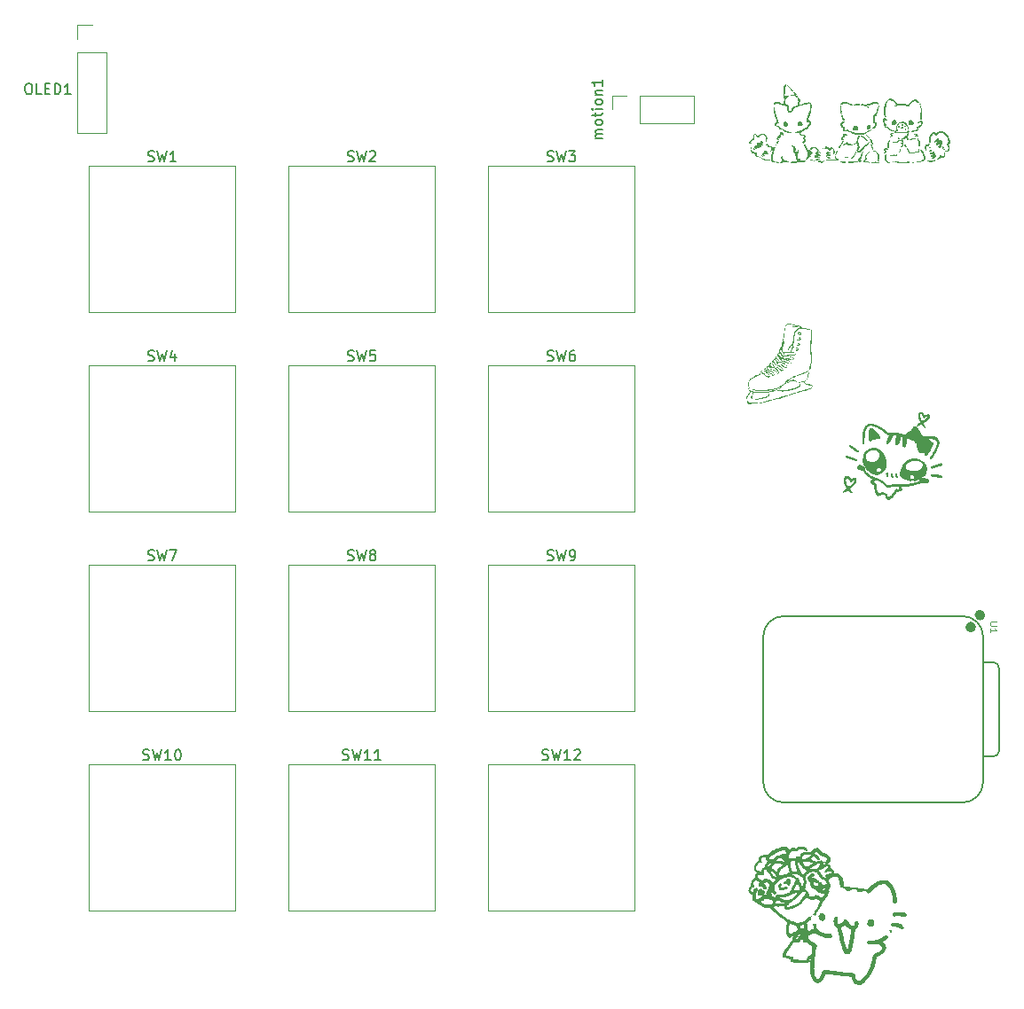
<source format=gbr>
%TF.GenerationSoftware,KiCad,Pcbnew,9.0.2*%
%TF.CreationDate,2025-07-31T17:55:32-05:00*%
%TF.ProjectId,highway,68696768-7761-4792-9e6b-696361645f70,rev?*%
%TF.SameCoordinates,Original*%
%TF.FileFunction,Legend,Top*%
%TF.FilePolarity,Positive*%
%FSLAX46Y46*%
G04 Gerber Fmt 4.6, Leading zero omitted, Abs format (unit mm)*
G04 Created by KiCad (PCBNEW 9.0.2) date 2025-07-31 17:55:32*
%MOMM*%
%LPD*%
G01*
G04 APERTURE LIST*
%ADD10C,0.150000*%
%ADD11C,0.101600*%
%ADD12C,0.120000*%
%ADD13C,0.000000*%
%ADD14C,0.127000*%
%ADD15C,0.100000*%
%ADD16C,0.504000*%
G04 APERTURE END LIST*
D10*
X108204167Y-49683200D02*
X108347024Y-49730819D01*
X108347024Y-49730819D02*
X108585119Y-49730819D01*
X108585119Y-49730819D02*
X108680357Y-49683200D01*
X108680357Y-49683200D02*
X108727976Y-49635580D01*
X108727976Y-49635580D02*
X108775595Y-49540342D01*
X108775595Y-49540342D02*
X108775595Y-49445104D01*
X108775595Y-49445104D02*
X108727976Y-49349866D01*
X108727976Y-49349866D02*
X108680357Y-49302247D01*
X108680357Y-49302247D02*
X108585119Y-49254628D01*
X108585119Y-49254628D02*
X108394643Y-49207009D01*
X108394643Y-49207009D02*
X108299405Y-49159390D01*
X108299405Y-49159390D02*
X108251786Y-49111771D01*
X108251786Y-49111771D02*
X108204167Y-49016533D01*
X108204167Y-49016533D02*
X108204167Y-48921295D01*
X108204167Y-48921295D02*
X108251786Y-48826057D01*
X108251786Y-48826057D02*
X108299405Y-48778438D01*
X108299405Y-48778438D02*
X108394643Y-48730819D01*
X108394643Y-48730819D02*
X108632738Y-48730819D01*
X108632738Y-48730819D02*
X108775595Y-48778438D01*
X109108929Y-48730819D02*
X109347024Y-49730819D01*
X109347024Y-49730819D02*
X109537500Y-49016533D01*
X109537500Y-49016533D02*
X109727976Y-49730819D01*
X109727976Y-49730819D02*
X109966072Y-48730819D01*
X110823214Y-48730819D02*
X110347024Y-48730819D01*
X110347024Y-48730819D02*
X110299405Y-49207009D01*
X110299405Y-49207009D02*
X110347024Y-49159390D01*
X110347024Y-49159390D02*
X110442262Y-49111771D01*
X110442262Y-49111771D02*
X110680357Y-49111771D01*
X110680357Y-49111771D02*
X110775595Y-49159390D01*
X110775595Y-49159390D02*
X110823214Y-49207009D01*
X110823214Y-49207009D02*
X110870833Y-49302247D01*
X110870833Y-49302247D02*
X110870833Y-49540342D01*
X110870833Y-49540342D02*
X110823214Y-49635580D01*
X110823214Y-49635580D02*
X110775595Y-49683200D01*
X110775595Y-49683200D02*
X110680357Y-49730819D01*
X110680357Y-49730819D02*
X110442262Y-49730819D01*
X110442262Y-49730819D02*
X110347024Y-49683200D01*
X110347024Y-49683200D02*
X110299405Y-49635580D01*
X126777976Y-87783200D02*
X126920833Y-87830819D01*
X126920833Y-87830819D02*
X127158928Y-87830819D01*
X127158928Y-87830819D02*
X127254166Y-87783200D01*
X127254166Y-87783200D02*
X127301785Y-87735580D01*
X127301785Y-87735580D02*
X127349404Y-87640342D01*
X127349404Y-87640342D02*
X127349404Y-87545104D01*
X127349404Y-87545104D02*
X127301785Y-87449866D01*
X127301785Y-87449866D02*
X127254166Y-87402247D01*
X127254166Y-87402247D02*
X127158928Y-87354628D01*
X127158928Y-87354628D02*
X126968452Y-87307009D01*
X126968452Y-87307009D02*
X126873214Y-87259390D01*
X126873214Y-87259390D02*
X126825595Y-87211771D01*
X126825595Y-87211771D02*
X126777976Y-87116533D01*
X126777976Y-87116533D02*
X126777976Y-87021295D01*
X126777976Y-87021295D02*
X126825595Y-86926057D01*
X126825595Y-86926057D02*
X126873214Y-86878438D01*
X126873214Y-86878438D02*
X126968452Y-86830819D01*
X126968452Y-86830819D02*
X127206547Y-86830819D01*
X127206547Y-86830819D02*
X127349404Y-86878438D01*
X127682738Y-86830819D02*
X127920833Y-87830819D01*
X127920833Y-87830819D02*
X128111309Y-87116533D01*
X128111309Y-87116533D02*
X128301785Y-87830819D01*
X128301785Y-87830819D02*
X128539881Y-86830819D01*
X129444642Y-87830819D02*
X128873214Y-87830819D01*
X129158928Y-87830819D02*
X129158928Y-86830819D01*
X129158928Y-86830819D02*
X129063690Y-86973676D01*
X129063690Y-86973676D02*
X128968452Y-87068914D01*
X128968452Y-87068914D02*
X128873214Y-87116533D01*
X129825595Y-86926057D02*
X129873214Y-86878438D01*
X129873214Y-86878438D02*
X129968452Y-86830819D01*
X129968452Y-86830819D02*
X130206547Y-86830819D01*
X130206547Y-86830819D02*
X130301785Y-86878438D01*
X130301785Y-86878438D02*
X130349404Y-86926057D01*
X130349404Y-86926057D02*
X130397023Y-87021295D01*
X130397023Y-87021295D02*
X130397023Y-87116533D01*
X130397023Y-87116533D02*
X130349404Y-87259390D01*
X130349404Y-87259390D02*
X129777976Y-87830819D01*
X129777976Y-87830819D02*
X130397023Y-87830819D01*
X132504819Y-28485713D02*
X131838152Y-28485713D01*
X131933390Y-28485713D02*
X131885771Y-28438094D01*
X131885771Y-28438094D02*
X131838152Y-28342856D01*
X131838152Y-28342856D02*
X131838152Y-28199999D01*
X131838152Y-28199999D02*
X131885771Y-28104761D01*
X131885771Y-28104761D02*
X131981009Y-28057142D01*
X131981009Y-28057142D02*
X132504819Y-28057142D01*
X131981009Y-28057142D02*
X131885771Y-28009523D01*
X131885771Y-28009523D02*
X131838152Y-27914285D01*
X131838152Y-27914285D02*
X131838152Y-27771428D01*
X131838152Y-27771428D02*
X131885771Y-27676189D01*
X131885771Y-27676189D02*
X131981009Y-27628570D01*
X131981009Y-27628570D02*
X132504819Y-27628570D01*
X132504819Y-27009523D02*
X132457200Y-27104761D01*
X132457200Y-27104761D02*
X132409580Y-27152380D01*
X132409580Y-27152380D02*
X132314342Y-27199999D01*
X132314342Y-27199999D02*
X132028628Y-27199999D01*
X132028628Y-27199999D02*
X131933390Y-27152380D01*
X131933390Y-27152380D02*
X131885771Y-27104761D01*
X131885771Y-27104761D02*
X131838152Y-27009523D01*
X131838152Y-27009523D02*
X131838152Y-26866666D01*
X131838152Y-26866666D02*
X131885771Y-26771428D01*
X131885771Y-26771428D02*
X131933390Y-26723809D01*
X131933390Y-26723809D02*
X132028628Y-26676190D01*
X132028628Y-26676190D02*
X132314342Y-26676190D01*
X132314342Y-26676190D02*
X132409580Y-26723809D01*
X132409580Y-26723809D02*
X132457200Y-26771428D01*
X132457200Y-26771428D02*
X132504819Y-26866666D01*
X132504819Y-26866666D02*
X132504819Y-27009523D01*
X131838152Y-26390475D02*
X131838152Y-26009523D01*
X131504819Y-26247618D02*
X132361961Y-26247618D01*
X132361961Y-26247618D02*
X132457200Y-26199999D01*
X132457200Y-26199999D02*
X132504819Y-26104761D01*
X132504819Y-26104761D02*
X132504819Y-26009523D01*
X132504819Y-25676189D02*
X131838152Y-25676189D01*
X131504819Y-25676189D02*
X131552438Y-25723808D01*
X131552438Y-25723808D02*
X131600057Y-25676189D01*
X131600057Y-25676189D02*
X131552438Y-25628570D01*
X131552438Y-25628570D02*
X131504819Y-25676189D01*
X131504819Y-25676189D02*
X131600057Y-25676189D01*
X132504819Y-25057142D02*
X132457200Y-25152380D01*
X132457200Y-25152380D02*
X132409580Y-25199999D01*
X132409580Y-25199999D02*
X132314342Y-25247618D01*
X132314342Y-25247618D02*
X132028628Y-25247618D01*
X132028628Y-25247618D02*
X131933390Y-25199999D01*
X131933390Y-25199999D02*
X131885771Y-25152380D01*
X131885771Y-25152380D02*
X131838152Y-25057142D01*
X131838152Y-25057142D02*
X131838152Y-24914285D01*
X131838152Y-24914285D02*
X131885771Y-24819047D01*
X131885771Y-24819047D02*
X131933390Y-24771428D01*
X131933390Y-24771428D02*
X132028628Y-24723809D01*
X132028628Y-24723809D02*
X132314342Y-24723809D01*
X132314342Y-24723809D02*
X132409580Y-24771428D01*
X132409580Y-24771428D02*
X132457200Y-24819047D01*
X132457200Y-24819047D02*
X132504819Y-24914285D01*
X132504819Y-24914285D02*
X132504819Y-25057142D01*
X131838152Y-24295237D02*
X132504819Y-24295237D01*
X131933390Y-24295237D02*
X131885771Y-24247618D01*
X131885771Y-24247618D02*
X131838152Y-24152380D01*
X131838152Y-24152380D02*
X131838152Y-24009523D01*
X131838152Y-24009523D02*
X131885771Y-23914285D01*
X131885771Y-23914285D02*
X131981009Y-23866666D01*
X131981009Y-23866666D02*
X132504819Y-23866666D01*
X132504819Y-22866666D02*
X132504819Y-23438094D01*
X132504819Y-23152380D02*
X131504819Y-23152380D01*
X131504819Y-23152380D02*
X131647676Y-23247618D01*
X131647676Y-23247618D02*
X131742914Y-23342856D01*
X131742914Y-23342856D02*
X131790533Y-23438094D01*
X88677976Y-87783200D02*
X88820833Y-87830819D01*
X88820833Y-87830819D02*
X89058928Y-87830819D01*
X89058928Y-87830819D02*
X89154166Y-87783200D01*
X89154166Y-87783200D02*
X89201785Y-87735580D01*
X89201785Y-87735580D02*
X89249404Y-87640342D01*
X89249404Y-87640342D02*
X89249404Y-87545104D01*
X89249404Y-87545104D02*
X89201785Y-87449866D01*
X89201785Y-87449866D02*
X89154166Y-87402247D01*
X89154166Y-87402247D02*
X89058928Y-87354628D01*
X89058928Y-87354628D02*
X88868452Y-87307009D01*
X88868452Y-87307009D02*
X88773214Y-87259390D01*
X88773214Y-87259390D02*
X88725595Y-87211771D01*
X88725595Y-87211771D02*
X88677976Y-87116533D01*
X88677976Y-87116533D02*
X88677976Y-87021295D01*
X88677976Y-87021295D02*
X88725595Y-86926057D01*
X88725595Y-86926057D02*
X88773214Y-86878438D01*
X88773214Y-86878438D02*
X88868452Y-86830819D01*
X88868452Y-86830819D02*
X89106547Y-86830819D01*
X89106547Y-86830819D02*
X89249404Y-86878438D01*
X89582738Y-86830819D02*
X89820833Y-87830819D01*
X89820833Y-87830819D02*
X90011309Y-87116533D01*
X90011309Y-87116533D02*
X90201785Y-87830819D01*
X90201785Y-87830819D02*
X90439881Y-86830819D01*
X91344642Y-87830819D02*
X90773214Y-87830819D01*
X91058928Y-87830819D02*
X91058928Y-86830819D01*
X91058928Y-86830819D02*
X90963690Y-86973676D01*
X90963690Y-86973676D02*
X90868452Y-87068914D01*
X90868452Y-87068914D02*
X90773214Y-87116533D01*
X91963690Y-86830819D02*
X92058928Y-86830819D01*
X92058928Y-86830819D02*
X92154166Y-86878438D01*
X92154166Y-86878438D02*
X92201785Y-86926057D01*
X92201785Y-86926057D02*
X92249404Y-87021295D01*
X92249404Y-87021295D02*
X92297023Y-87211771D01*
X92297023Y-87211771D02*
X92297023Y-87449866D01*
X92297023Y-87449866D02*
X92249404Y-87640342D01*
X92249404Y-87640342D02*
X92201785Y-87735580D01*
X92201785Y-87735580D02*
X92154166Y-87783200D01*
X92154166Y-87783200D02*
X92058928Y-87830819D01*
X92058928Y-87830819D02*
X91963690Y-87830819D01*
X91963690Y-87830819D02*
X91868452Y-87783200D01*
X91868452Y-87783200D02*
X91820833Y-87735580D01*
X91820833Y-87735580D02*
X91773214Y-87640342D01*
X91773214Y-87640342D02*
X91725595Y-87449866D01*
X91725595Y-87449866D02*
X91725595Y-87211771D01*
X91725595Y-87211771D02*
X91773214Y-87021295D01*
X91773214Y-87021295D02*
X91820833Y-86926057D01*
X91820833Y-86926057D02*
X91868452Y-86878438D01*
X91868452Y-86878438D02*
X91963690Y-86830819D01*
X127254167Y-49683200D02*
X127397024Y-49730819D01*
X127397024Y-49730819D02*
X127635119Y-49730819D01*
X127635119Y-49730819D02*
X127730357Y-49683200D01*
X127730357Y-49683200D02*
X127777976Y-49635580D01*
X127777976Y-49635580D02*
X127825595Y-49540342D01*
X127825595Y-49540342D02*
X127825595Y-49445104D01*
X127825595Y-49445104D02*
X127777976Y-49349866D01*
X127777976Y-49349866D02*
X127730357Y-49302247D01*
X127730357Y-49302247D02*
X127635119Y-49254628D01*
X127635119Y-49254628D02*
X127444643Y-49207009D01*
X127444643Y-49207009D02*
X127349405Y-49159390D01*
X127349405Y-49159390D02*
X127301786Y-49111771D01*
X127301786Y-49111771D02*
X127254167Y-49016533D01*
X127254167Y-49016533D02*
X127254167Y-48921295D01*
X127254167Y-48921295D02*
X127301786Y-48826057D01*
X127301786Y-48826057D02*
X127349405Y-48778438D01*
X127349405Y-48778438D02*
X127444643Y-48730819D01*
X127444643Y-48730819D02*
X127682738Y-48730819D01*
X127682738Y-48730819D02*
X127825595Y-48778438D01*
X128158929Y-48730819D02*
X128397024Y-49730819D01*
X128397024Y-49730819D02*
X128587500Y-49016533D01*
X128587500Y-49016533D02*
X128777976Y-49730819D01*
X128777976Y-49730819D02*
X129016072Y-48730819D01*
X129825595Y-48730819D02*
X129635119Y-48730819D01*
X129635119Y-48730819D02*
X129539881Y-48778438D01*
X129539881Y-48778438D02*
X129492262Y-48826057D01*
X129492262Y-48826057D02*
X129397024Y-48968914D01*
X129397024Y-48968914D02*
X129349405Y-49159390D01*
X129349405Y-49159390D02*
X129349405Y-49540342D01*
X129349405Y-49540342D02*
X129397024Y-49635580D01*
X129397024Y-49635580D02*
X129444643Y-49683200D01*
X129444643Y-49683200D02*
X129539881Y-49730819D01*
X129539881Y-49730819D02*
X129730357Y-49730819D01*
X129730357Y-49730819D02*
X129825595Y-49683200D01*
X129825595Y-49683200D02*
X129873214Y-49635580D01*
X129873214Y-49635580D02*
X129920833Y-49540342D01*
X129920833Y-49540342D02*
X129920833Y-49302247D01*
X129920833Y-49302247D02*
X129873214Y-49207009D01*
X129873214Y-49207009D02*
X129825595Y-49159390D01*
X129825595Y-49159390D02*
X129730357Y-49111771D01*
X129730357Y-49111771D02*
X129539881Y-49111771D01*
X129539881Y-49111771D02*
X129444643Y-49159390D01*
X129444643Y-49159390D02*
X129397024Y-49207009D01*
X129397024Y-49207009D02*
X129349405Y-49302247D01*
X108204167Y-30633200D02*
X108347024Y-30680819D01*
X108347024Y-30680819D02*
X108585119Y-30680819D01*
X108585119Y-30680819D02*
X108680357Y-30633200D01*
X108680357Y-30633200D02*
X108727976Y-30585580D01*
X108727976Y-30585580D02*
X108775595Y-30490342D01*
X108775595Y-30490342D02*
X108775595Y-30395104D01*
X108775595Y-30395104D02*
X108727976Y-30299866D01*
X108727976Y-30299866D02*
X108680357Y-30252247D01*
X108680357Y-30252247D02*
X108585119Y-30204628D01*
X108585119Y-30204628D02*
X108394643Y-30157009D01*
X108394643Y-30157009D02*
X108299405Y-30109390D01*
X108299405Y-30109390D02*
X108251786Y-30061771D01*
X108251786Y-30061771D02*
X108204167Y-29966533D01*
X108204167Y-29966533D02*
X108204167Y-29871295D01*
X108204167Y-29871295D02*
X108251786Y-29776057D01*
X108251786Y-29776057D02*
X108299405Y-29728438D01*
X108299405Y-29728438D02*
X108394643Y-29680819D01*
X108394643Y-29680819D02*
X108632738Y-29680819D01*
X108632738Y-29680819D02*
X108775595Y-29728438D01*
X109108929Y-29680819D02*
X109347024Y-30680819D01*
X109347024Y-30680819D02*
X109537500Y-29966533D01*
X109537500Y-29966533D02*
X109727976Y-30680819D01*
X109727976Y-30680819D02*
X109966072Y-29680819D01*
X110299405Y-29776057D02*
X110347024Y-29728438D01*
X110347024Y-29728438D02*
X110442262Y-29680819D01*
X110442262Y-29680819D02*
X110680357Y-29680819D01*
X110680357Y-29680819D02*
X110775595Y-29728438D01*
X110775595Y-29728438D02*
X110823214Y-29776057D01*
X110823214Y-29776057D02*
X110870833Y-29871295D01*
X110870833Y-29871295D02*
X110870833Y-29966533D01*
X110870833Y-29966533D02*
X110823214Y-30109390D01*
X110823214Y-30109390D02*
X110251786Y-30680819D01*
X110251786Y-30680819D02*
X110870833Y-30680819D01*
X89154167Y-49683200D02*
X89297024Y-49730819D01*
X89297024Y-49730819D02*
X89535119Y-49730819D01*
X89535119Y-49730819D02*
X89630357Y-49683200D01*
X89630357Y-49683200D02*
X89677976Y-49635580D01*
X89677976Y-49635580D02*
X89725595Y-49540342D01*
X89725595Y-49540342D02*
X89725595Y-49445104D01*
X89725595Y-49445104D02*
X89677976Y-49349866D01*
X89677976Y-49349866D02*
X89630357Y-49302247D01*
X89630357Y-49302247D02*
X89535119Y-49254628D01*
X89535119Y-49254628D02*
X89344643Y-49207009D01*
X89344643Y-49207009D02*
X89249405Y-49159390D01*
X89249405Y-49159390D02*
X89201786Y-49111771D01*
X89201786Y-49111771D02*
X89154167Y-49016533D01*
X89154167Y-49016533D02*
X89154167Y-48921295D01*
X89154167Y-48921295D02*
X89201786Y-48826057D01*
X89201786Y-48826057D02*
X89249405Y-48778438D01*
X89249405Y-48778438D02*
X89344643Y-48730819D01*
X89344643Y-48730819D02*
X89582738Y-48730819D01*
X89582738Y-48730819D02*
X89725595Y-48778438D01*
X90058929Y-48730819D02*
X90297024Y-49730819D01*
X90297024Y-49730819D02*
X90487500Y-49016533D01*
X90487500Y-49016533D02*
X90677976Y-49730819D01*
X90677976Y-49730819D02*
X90916072Y-48730819D01*
X91725595Y-49064152D02*
X91725595Y-49730819D01*
X91487500Y-48683200D02*
X91249405Y-49397485D01*
X91249405Y-49397485D02*
X91868452Y-49397485D01*
X127254167Y-68733200D02*
X127397024Y-68780819D01*
X127397024Y-68780819D02*
X127635119Y-68780819D01*
X127635119Y-68780819D02*
X127730357Y-68733200D01*
X127730357Y-68733200D02*
X127777976Y-68685580D01*
X127777976Y-68685580D02*
X127825595Y-68590342D01*
X127825595Y-68590342D02*
X127825595Y-68495104D01*
X127825595Y-68495104D02*
X127777976Y-68399866D01*
X127777976Y-68399866D02*
X127730357Y-68352247D01*
X127730357Y-68352247D02*
X127635119Y-68304628D01*
X127635119Y-68304628D02*
X127444643Y-68257009D01*
X127444643Y-68257009D02*
X127349405Y-68209390D01*
X127349405Y-68209390D02*
X127301786Y-68161771D01*
X127301786Y-68161771D02*
X127254167Y-68066533D01*
X127254167Y-68066533D02*
X127254167Y-67971295D01*
X127254167Y-67971295D02*
X127301786Y-67876057D01*
X127301786Y-67876057D02*
X127349405Y-67828438D01*
X127349405Y-67828438D02*
X127444643Y-67780819D01*
X127444643Y-67780819D02*
X127682738Y-67780819D01*
X127682738Y-67780819D02*
X127825595Y-67828438D01*
X128158929Y-67780819D02*
X128397024Y-68780819D01*
X128397024Y-68780819D02*
X128587500Y-68066533D01*
X128587500Y-68066533D02*
X128777976Y-68780819D01*
X128777976Y-68780819D02*
X129016072Y-67780819D01*
X129444643Y-68780819D02*
X129635119Y-68780819D01*
X129635119Y-68780819D02*
X129730357Y-68733200D01*
X129730357Y-68733200D02*
X129777976Y-68685580D01*
X129777976Y-68685580D02*
X129873214Y-68542723D01*
X129873214Y-68542723D02*
X129920833Y-68352247D01*
X129920833Y-68352247D02*
X129920833Y-67971295D01*
X129920833Y-67971295D02*
X129873214Y-67876057D01*
X129873214Y-67876057D02*
X129825595Y-67828438D01*
X129825595Y-67828438D02*
X129730357Y-67780819D01*
X129730357Y-67780819D02*
X129539881Y-67780819D01*
X129539881Y-67780819D02*
X129444643Y-67828438D01*
X129444643Y-67828438D02*
X129397024Y-67876057D01*
X129397024Y-67876057D02*
X129349405Y-67971295D01*
X129349405Y-67971295D02*
X129349405Y-68209390D01*
X129349405Y-68209390D02*
X129397024Y-68304628D01*
X129397024Y-68304628D02*
X129444643Y-68352247D01*
X129444643Y-68352247D02*
X129539881Y-68399866D01*
X129539881Y-68399866D02*
X129730357Y-68399866D01*
X129730357Y-68399866D02*
X129825595Y-68352247D01*
X129825595Y-68352247D02*
X129873214Y-68304628D01*
X129873214Y-68304628D02*
X129920833Y-68209390D01*
X89154167Y-30633200D02*
X89297024Y-30680819D01*
X89297024Y-30680819D02*
X89535119Y-30680819D01*
X89535119Y-30680819D02*
X89630357Y-30633200D01*
X89630357Y-30633200D02*
X89677976Y-30585580D01*
X89677976Y-30585580D02*
X89725595Y-30490342D01*
X89725595Y-30490342D02*
X89725595Y-30395104D01*
X89725595Y-30395104D02*
X89677976Y-30299866D01*
X89677976Y-30299866D02*
X89630357Y-30252247D01*
X89630357Y-30252247D02*
X89535119Y-30204628D01*
X89535119Y-30204628D02*
X89344643Y-30157009D01*
X89344643Y-30157009D02*
X89249405Y-30109390D01*
X89249405Y-30109390D02*
X89201786Y-30061771D01*
X89201786Y-30061771D02*
X89154167Y-29966533D01*
X89154167Y-29966533D02*
X89154167Y-29871295D01*
X89154167Y-29871295D02*
X89201786Y-29776057D01*
X89201786Y-29776057D02*
X89249405Y-29728438D01*
X89249405Y-29728438D02*
X89344643Y-29680819D01*
X89344643Y-29680819D02*
X89582738Y-29680819D01*
X89582738Y-29680819D02*
X89725595Y-29728438D01*
X90058929Y-29680819D02*
X90297024Y-30680819D01*
X90297024Y-30680819D02*
X90487500Y-29966533D01*
X90487500Y-29966533D02*
X90677976Y-30680819D01*
X90677976Y-30680819D02*
X90916072Y-29680819D01*
X91820833Y-30680819D02*
X91249405Y-30680819D01*
X91535119Y-30680819D02*
X91535119Y-29680819D01*
X91535119Y-29680819D02*
X91439881Y-29823676D01*
X91439881Y-29823676D02*
X91344643Y-29918914D01*
X91344643Y-29918914D02*
X91249405Y-29966533D01*
X89154167Y-68733200D02*
X89297024Y-68780819D01*
X89297024Y-68780819D02*
X89535119Y-68780819D01*
X89535119Y-68780819D02*
X89630357Y-68733200D01*
X89630357Y-68733200D02*
X89677976Y-68685580D01*
X89677976Y-68685580D02*
X89725595Y-68590342D01*
X89725595Y-68590342D02*
X89725595Y-68495104D01*
X89725595Y-68495104D02*
X89677976Y-68399866D01*
X89677976Y-68399866D02*
X89630357Y-68352247D01*
X89630357Y-68352247D02*
X89535119Y-68304628D01*
X89535119Y-68304628D02*
X89344643Y-68257009D01*
X89344643Y-68257009D02*
X89249405Y-68209390D01*
X89249405Y-68209390D02*
X89201786Y-68161771D01*
X89201786Y-68161771D02*
X89154167Y-68066533D01*
X89154167Y-68066533D02*
X89154167Y-67971295D01*
X89154167Y-67971295D02*
X89201786Y-67876057D01*
X89201786Y-67876057D02*
X89249405Y-67828438D01*
X89249405Y-67828438D02*
X89344643Y-67780819D01*
X89344643Y-67780819D02*
X89582738Y-67780819D01*
X89582738Y-67780819D02*
X89725595Y-67828438D01*
X90058929Y-67780819D02*
X90297024Y-68780819D01*
X90297024Y-68780819D02*
X90487500Y-68066533D01*
X90487500Y-68066533D02*
X90677976Y-68780819D01*
X90677976Y-68780819D02*
X90916072Y-67780819D01*
X91201786Y-67780819D02*
X91868452Y-67780819D01*
X91868452Y-67780819D02*
X91439881Y-68780819D01*
X127254167Y-30633200D02*
X127397024Y-30680819D01*
X127397024Y-30680819D02*
X127635119Y-30680819D01*
X127635119Y-30680819D02*
X127730357Y-30633200D01*
X127730357Y-30633200D02*
X127777976Y-30585580D01*
X127777976Y-30585580D02*
X127825595Y-30490342D01*
X127825595Y-30490342D02*
X127825595Y-30395104D01*
X127825595Y-30395104D02*
X127777976Y-30299866D01*
X127777976Y-30299866D02*
X127730357Y-30252247D01*
X127730357Y-30252247D02*
X127635119Y-30204628D01*
X127635119Y-30204628D02*
X127444643Y-30157009D01*
X127444643Y-30157009D02*
X127349405Y-30109390D01*
X127349405Y-30109390D02*
X127301786Y-30061771D01*
X127301786Y-30061771D02*
X127254167Y-29966533D01*
X127254167Y-29966533D02*
X127254167Y-29871295D01*
X127254167Y-29871295D02*
X127301786Y-29776057D01*
X127301786Y-29776057D02*
X127349405Y-29728438D01*
X127349405Y-29728438D02*
X127444643Y-29680819D01*
X127444643Y-29680819D02*
X127682738Y-29680819D01*
X127682738Y-29680819D02*
X127825595Y-29728438D01*
X128158929Y-29680819D02*
X128397024Y-30680819D01*
X128397024Y-30680819D02*
X128587500Y-29966533D01*
X128587500Y-29966533D02*
X128777976Y-30680819D01*
X128777976Y-30680819D02*
X129016072Y-29680819D01*
X129301786Y-29680819D02*
X129920833Y-29680819D01*
X129920833Y-29680819D02*
X129587500Y-30061771D01*
X129587500Y-30061771D02*
X129730357Y-30061771D01*
X129730357Y-30061771D02*
X129825595Y-30109390D01*
X129825595Y-30109390D02*
X129873214Y-30157009D01*
X129873214Y-30157009D02*
X129920833Y-30252247D01*
X129920833Y-30252247D02*
X129920833Y-30490342D01*
X129920833Y-30490342D02*
X129873214Y-30585580D01*
X129873214Y-30585580D02*
X129825595Y-30633200D01*
X129825595Y-30633200D02*
X129730357Y-30680819D01*
X129730357Y-30680819D02*
X129444643Y-30680819D01*
X129444643Y-30680819D02*
X129349405Y-30633200D01*
X129349405Y-30633200D02*
X129301786Y-30585580D01*
X108204167Y-68733200D02*
X108347024Y-68780819D01*
X108347024Y-68780819D02*
X108585119Y-68780819D01*
X108585119Y-68780819D02*
X108680357Y-68733200D01*
X108680357Y-68733200D02*
X108727976Y-68685580D01*
X108727976Y-68685580D02*
X108775595Y-68590342D01*
X108775595Y-68590342D02*
X108775595Y-68495104D01*
X108775595Y-68495104D02*
X108727976Y-68399866D01*
X108727976Y-68399866D02*
X108680357Y-68352247D01*
X108680357Y-68352247D02*
X108585119Y-68304628D01*
X108585119Y-68304628D02*
X108394643Y-68257009D01*
X108394643Y-68257009D02*
X108299405Y-68209390D01*
X108299405Y-68209390D02*
X108251786Y-68161771D01*
X108251786Y-68161771D02*
X108204167Y-68066533D01*
X108204167Y-68066533D02*
X108204167Y-67971295D01*
X108204167Y-67971295D02*
X108251786Y-67876057D01*
X108251786Y-67876057D02*
X108299405Y-67828438D01*
X108299405Y-67828438D02*
X108394643Y-67780819D01*
X108394643Y-67780819D02*
X108632738Y-67780819D01*
X108632738Y-67780819D02*
X108775595Y-67828438D01*
X109108929Y-67780819D02*
X109347024Y-68780819D01*
X109347024Y-68780819D02*
X109537500Y-68066533D01*
X109537500Y-68066533D02*
X109727976Y-68780819D01*
X109727976Y-68780819D02*
X109966072Y-67780819D01*
X110489881Y-68209390D02*
X110394643Y-68161771D01*
X110394643Y-68161771D02*
X110347024Y-68114152D01*
X110347024Y-68114152D02*
X110299405Y-68018914D01*
X110299405Y-68018914D02*
X110299405Y-67971295D01*
X110299405Y-67971295D02*
X110347024Y-67876057D01*
X110347024Y-67876057D02*
X110394643Y-67828438D01*
X110394643Y-67828438D02*
X110489881Y-67780819D01*
X110489881Y-67780819D02*
X110680357Y-67780819D01*
X110680357Y-67780819D02*
X110775595Y-67828438D01*
X110775595Y-67828438D02*
X110823214Y-67876057D01*
X110823214Y-67876057D02*
X110870833Y-67971295D01*
X110870833Y-67971295D02*
X110870833Y-68018914D01*
X110870833Y-68018914D02*
X110823214Y-68114152D01*
X110823214Y-68114152D02*
X110775595Y-68161771D01*
X110775595Y-68161771D02*
X110680357Y-68209390D01*
X110680357Y-68209390D02*
X110489881Y-68209390D01*
X110489881Y-68209390D02*
X110394643Y-68257009D01*
X110394643Y-68257009D02*
X110347024Y-68304628D01*
X110347024Y-68304628D02*
X110299405Y-68399866D01*
X110299405Y-68399866D02*
X110299405Y-68590342D01*
X110299405Y-68590342D02*
X110347024Y-68685580D01*
X110347024Y-68685580D02*
X110394643Y-68733200D01*
X110394643Y-68733200D02*
X110489881Y-68780819D01*
X110489881Y-68780819D02*
X110680357Y-68780819D01*
X110680357Y-68780819D02*
X110775595Y-68733200D01*
X110775595Y-68733200D02*
X110823214Y-68685580D01*
X110823214Y-68685580D02*
X110870833Y-68590342D01*
X110870833Y-68590342D02*
X110870833Y-68399866D01*
X110870833Y-68399866D02*
X110823214Y-68304628D01*
X110823214Y-68304628D02*
X110775595Y-68257009D01*
X110775595Y-68257009D02*
X110680357Y-68209390D01*
D11*
X170128020Y-74636190D02*
X169613973Y-74636190D01*
X169613973Y-74636190D02*
X169553497Y-74666428D01*
X169553497Y-74666428D02*
X169523259Y-74696666D01*
X169523259Y-74696666D02*
X169493020Y-74757142D01*
X169493020Y-74757142D02*
X169493020Y-74878095D01*
X169493020Y-74878095D02*
X169523259Y-74938571D01*
X169523259Y-74938571D02*
X169553497Y-74968809D01*
X169553497Y-74968809D02*
X169613973Y-74999047D01*
X169613973Y-74999047D02*
X170128020Y-74999047D01*
X169493020Y-75634047D02*
X169493020Y-75271190D01*
X169493020Y-75452618D02*
X170128020Y-75452618D01*
X170128020Y-75452618D02*
X170037306Y-75392142D01*
X170037306Y-75392142D02*
X169976830Y-75331666D01*
X169976830Y-75331666D02*
X169946592Y-75271190D01*
D10*
X107727976Y-87783200D02*
X107870833Y-87830819D01*
X107870833Y-87830819D02*
X108108928Y-87830819D01*
X108108928Y-87830819D02*
X108204166Y-87783200D01*
X108204166Y-87783200D02*
X108251785Y-87735580D01*
X108251785Y-87735580D02*
X108299404Y-87640342D01*
X108299404Y-87640342D02*
X108299404Y-87545104D01*
X108299404Y-87545104D02*
X108251785Y-87449866D01*
X108251785Y-87449866D02*
X108204166Y-87402247D01*
X108204166Y-87402247D02*
X108108928Y-87354628D01*
X108108928Y-87354628D02*
X107918452Y-87307009D01*
X107918452Y-87307009D02*
X107823214Y-87259390D01*
X107823214Y-87259390D02*
X107775595Y-87211771D01*
X107775595Y-87211771D02*
X107727976Y-87116533D01*
X107727976Y-87116533D02*
X107727976Y-87021295D01*
X107727976Y-87021295D02*
X107775595Y-86926057D01*
X107775595Y-86926057D02*
X107823214Y-86878438D01*
X107823214Y-86878438D02*
X107918452Y-86830819D01*
X107918452Y-86830819D02*
X108156547Y-86830819D01*
X108156547Y-86830819D02*
X108299404Y-86878438D01*
X108632738Y-86830819D02*
X108870833Y-87830819D01*
X108870833Y-87830819D02*
X109061309Y-87116533D01*
X109061309Y-87116533D02*
X109251785Y-87830819D01*
X109251785Y-87830819D02*
X109489881Y-86830819D01*
X110394642Y-87830819D02*
X109823214Y-87830819D01*
X110108928Y-87830819D02*
X110108928Y-86830819D01*
X110108928Y-86830819D02*
X110013690Y-86973676D01*
X110013690Y-86973676D02*
X109918452Y-87068914D01*
X109918452Y-87068914D02*
X109823214Y-87116533D01*
X111347023Y-87830819D02*
X110775595Y-87830819D01*
X111061309Y-87830819D02*
X111061309Y-86830819D01*
X111061309Y-86830819D02*
X110966071Y-86973676D01*
X110966071Y-86973676D02*
X110870833Y-87068914D01*
X110870833Y-87068914D02*
X110775595Y-87116533D01*
X77671428Y-23254819D02*
X77861904Y-23254819D01*
X77861904Y-23254819D02*
X77957142Y-23302438D01*
X77957142Y-23302438D02*
X78052380Y-23397676D01*
X78052380Y-23397676D02*
X78099999Y-23588152D01*
X78099999Y-23588152D02*
X78099999Y-23921485D01*
X78099999Y-23921485D02*
X78052380Y-24111961D01*
X78052380Y-24111961D02*
X77957142Y-24207200D01*
X77957142Y-24207200D02*
X77861904Y-24254819D01*
X77861904Y-24254819D02*
X77671428Y-24254819D01*
X77671428Y-24254819D02*
X77576190Y-24207200D01*
X77576190Y-24207200D02*
X77480952Y-24111961D01*
X77480952Y-24111961D02*
X77433333Y-23921485D01*
X77433333Y-23921485D02*
X77433333Y-23588152D01*
X77433333Y-23588152D02*
X77480952Y-23397676D01*
X77480952Y-23397676D02*
X77576190Y-23302438D01*
X77576190Y-23302438D02*
X77671428Y-23254819D01*
X79004761Y-24254819D02*
X78528571Y-24254819D01*
X78528571Y-24254819D02*
X78528571Y-23254819D01*
X79338095Y-23731009D02*
X79671428Y-23731009D01*
X79814285Y-24254819D02*
X79338095Y-24254819D01*
X79338095Y-24254819D02*
X79338095Y-23254819D01*
X79338095Y-23254819D02*
X79814285Y-23254819D01*
X80242857Y-24254819D02*
X80242857Y-23254819D01*
X80242857Y-23254819D02*
X80480952Y-23254819D01*
X80480952Y-23254819D02*
X80623809Y-23302438D01*
X80623809Y-23302438D02*
X80719047Y-23397676D01*
X80719047Y-23397676D02*
X80766666Y-23492914D01*
X80766666Y-23492914D02*
X80814285Y-23683390D01*
X80814285Y-23683390D02*
X80814285Y-23826247D01*
X80814285Y-23826247D02*
X80766666Y-24016723D01*
X80766666Y-24016723D02*
X80719047Y-24111961D01*
X80719047Y-24111961D02*
X80623809Y-24207200D01*
X80623809Y-24207200D02*
X80480952Y-24254819D01*
X80480952Y-24254819D02*
X80242857Y-24254819D01*
X81766666Y-24254819D02*
X81195238Y-24254819D01*
X81480952Y-24254819D02*
X81480952Y-23254819D01*
X81480952Y-23254819D02*
X81385714Y-23397676D01*
X81385714Y-23397676D02*
X81290476Y-23492914D01*
X81290476Y-23492914D02*
X81195238Y-23540533D01*
D12*
%TO.C,SW5*%
X102552500Y-50165000D02*
X116522500Y-50165000D01*
X102552500Y-64135000D02*
X102552500Y-50165000D01*
X116522500Y-50165000D02*
X116522500Y-64135000D01*
X116522500Y-64135000D02*
X102552500Y-64135000D01*
%TO.C,SW12*%
X121602500Y-88265000D02*
X135572500Y-88265000D01*
X121602500Y-102235000D02*
X121602500Y-88265000D01*
X135572500Y-88265000D02*
X135572500Y-102235000D01*
X135572500Y-102235000D02*
X121602500Y-102235000D01*
%TO.C,motion1*%
X133490000Y-24370000D02*
X134820000Y-24370000D01*
X133490000Y-25700000D02*
X133490000Y-24370000D01*
X136090000Y-24370000D02*
X141230000Y-24370000D01*
X136090000Y-27030000D02*
X136090000Y-24370000D01*
X136090000Y-27030000D02*
X141230000Y-27030000D01*
X141230000Y-27030000D02*
X141230000Y-24370000D01*
%TO.C,SW10*%
X83502500Y-88265000D02*
X97472500Y-88265000D01*
X83502500Y-102235000D02*
X83502500Y-88265000D01*
X97472500Y-88265000D02*
X97472500Y-102235000D01*
X97472500Y-102235000D02*
X83502500Y-102235000D01*
%TO.C,SW6*%
X121602500Y-50165000D02*
X135572500Y-50165000D01*
X121602500Y-64135000D02*
X121602500Y-50165000D01*
X135572500Y-50165000D02*
X135572500Y-64135000D01*
X135572500Y-64135000D02*
X121602500Y-64135000D01*
%TO.C,SW2*%
X102552500Y-31115000D02*
X116522500Y-31115000D01*
X102552500Y-45085000D02*
X102552500Y-31115000D01*
X116522500Y-31115000D02*
X116522500Y-45085000D01*
X116522500Y-45085000D02*
X102552500Y-45085000D01*
%TO.C,SW4*%
X83502500Y-50165000D02*
X97472500Y-50165000D01*
X83502500Y-64135000D02*
X83502500Y-50165000D01*
X97472500Y-50165000D02*
X97472500Y-64135000D01*
X97472500Y-64135000D02*
X83502500Y-64135000D01*
D13*
%TO.C,G\u002A\u002A\u002A*%
G36*
X154056970Y-30210124D02*
G01*
X154041330Y-30225765D01*
X154025690Y-30210124D01*
X154041330Y-30194484D01*
X154056970Y-30210124D01*
G37*
G36*
X150386691Y-30736684D02*
G01*
X150390435Y-30773807D01*
X150386691Y-30778392D01*
X150368095Y-30774098D01*
X150365837Y-30757538D01*
X150377283Y-30731790D01*
X150386691Y-30736684D01*
G37*
G36*
X151888169Y-30517719D02*
G01*
X151883875Y-30536315D01*
X151867315Y-30538572D01*
X151841568Y-30527127D01*
X151846461Y-30517719D01*
X151883584Y-30513975D01*
X151888169Y-30517719D01*
G37*
G36*
X160646790Y-29860822D02*
G01*
X160642496Y-29879418D01*
X160625936Y-29881676D01*
X160600188Y-29870231D01*
X160605082Y-29860822D01*
X160642205Y-29857078D01*
X160646790Y-29860822D01*
G37*
G36*
X152769625Y-29518960D02*
G01*
X152802943Y-29548038D01*
X152805739Y-29555074D01*
X152790894Y-29567930D01*
X152759986Y-29539122D01*
X152755831Y-29532754D01*
X152752144Y-29511349D01*
X152769625Y-29518960D01*
G37*
G36*
X156179231Y-27642112D02*
G01*
X156212549Y-27671191D01*
X156215345Y-27678226D01*
X156200500Y-27691083D01*
X156169592Y-27662274D01*
X156165437Y-27655907D01*
X156161750Y-27634501D01*
X156179231Y-27642112D01*
G37*
G36*
X160214453Y-30676349D02*
G01*
X160247770Y-30705427D01*
X160250567Y-30712463D01*
X160235721Y-30725320D01*
X160204814Y-30696511D01*
X160200658Y-30690143D01*
X160196971Y-30668738D01*
X160214453Y-30676349D01*
G37*
G36*
X162810969Y-25227191D02*
G01*
X162793576Y-25255366D01*
X162754377Y-25270764D01*
X162740410Y-25257006D01*
X162743175Y-25214635D01*
X162754600Y-25204227D01*
X162799009Y-25196931D01*
X162810969Y-25227191D01*
G37*
G36*
X149074529Y-29047066D02*
G01*
X149108350Y-29074632D01*
X149143594Y-29127881D01*
X149121944Y-29157352D01*
X149083325Y-29162218D01*
X149031045Y-29140099D01*
X149020764Y-29099656D01*
X149034768Y-29045197D01*
X149074529Y-29047066D01*
G37*
G36*
X158248237Y-27528538D02*
G01*
X158248596Y-27535617D01*
X158224549Y-27565696D01*
X158215469Y-27566898D01*
X158196787Y-27547734D01*
X158201675Y-27535617D01*
X158229784Y-27505775D01*
X158234802Y-27504336D01*
X158248237Y-27528538D01*
G37*
G36*
X160750164Y-28277526D02*
G01*
X160751059Y-28284510D01*
X160728321Y-28326874D01*
X160719778Y-28333277D01*
X160692999Y-28326186D01*
X160688498Y-28303842D01*
X160704829Y-28261043D01*
X160719778Y-28255075D01*
X160750164Y-28277526D01*
G37*
G36*
X160916711Y-27589725D02*
G01*
X160923103Y-27598178D01*
X160921674Y-27627049D01*
X160911155Y-27629459D01*
X160866934Y-27606632D01*
X160860542Y-27598178D01*
X160861972Y-27569308D01*
X160872490Y-27566898D01*
X160916711Y-27589725D01*
G37*
G36*
X160994144Y-29355746D02*
G01*
X160965490Y-29393262D01*
X160927781Y-29407701D01*
X160907543Y-29389456D01*
X160907463Y-29387137D01*
X160932527Y-29350992D01*
X160956998Y-29337588D01*
X160993669Y-29336739D01*
X160994144Y-29355746D01*
G37*
G36*
X162883080Y-25175498D02*
G01*
X162896921Y-25202070D01*
X162906697Y-25254364D01*
X162901522Y-25270458D01*
X162879482Y-25259923D01*
X162865640Y-25233351D01*
X162855864Y-25181057D01*
X162861040Y-25164963D01*
X162883080Y-25175498D01*
G37*
G36*
X162921165Y-29278219D02*
G01*
X162925519Y-29316820D01*
X162922377Y-29322985D01*
X162884390Y-29346585D01*
X162837487Y-29345727D01*
X162815591Y-29321968D01*
X162840517Y-29287821D01*
X162889901Y-29270147D01*
X162921165Y-29278219D01*
G37*
G36*
X153624633Y-29408565D02*
G01*
X153671623Y-29449498D01*
X153681601Y-29481282D01*
X153673667Y-29499754D01*
X153637860Y-29498611D01*
X153579938Y-29484744D01*
X153530823Y-29455938D01*
X153538323Y-29420049D01*
X153568307Y-29402615D01*
X153624633Y-29408565D01*
G37*
G36*
X155072314Y-29495793D02*
G01*
X155039968Y-29532312D01*
X154979438Y-29575795D01*
X154937375Y-29589660D01*
X154927707Y-29574523D01*
X154964294Y-29536477D01*
X154968656Y-29533069D01*
X155034082Y-29489878D01*
X155071815Y-29477419D01*
X155072314Y-29495793D01*
G37*
G36*
X161422077Y-27246143D02*
G01*
X161475995Y-27264641D01*
X161478346Y-27299907D01*
X161468645Y-27320150D01*
X161419622Y-27370834D01*
X161366632Y-27370980D01*
X161332999Y-27329469D01*
X161325639Y-27266414D01*
X161367335Y-27241737D01*
X161422077Y-27246143D01*
G37*
G36*
X147814847Y-30143634D02*
G01*
X147871404Y-30189742D01*
X147894655Y-30226486D01*
X147871078Y-30253414D01*
X147815993Y-30253304D01*
X147752875Y-30228971D01*
X147722834Y-30205879D01*
X147689478Y-30151764D01*
X147704439Y-30118952D01*
X147754738Y-30116224D01*
X147814847Y-30143634D01*
G37*
G36*
X160766489Y-28389974D02*
G01*
X160810249Y-28424901D01*
X160841090Y-28473482D01*
X160844902Y-28493511D01*
X160826279Y-28531828D01*
X160785609Y-28531036D01*
X160745690Y-28495651D01*
X160734671Y-28471683D01*
X160725317Y-28412564D01*
X160731807Y-28389024D01*
X160766489Y-28389974D01*
G37*
G36*
X161218239Y-27084399D02*
G01*
X161245887Y-27137790D01*
X161237989Y-27184981D01*
X161198379Y-27228730D01*
X161133534Y-27246823D01*
X161071574Y-27236084D01*
X161043798Y-27206908D01*
X161039290Y-27128622D01*
X161085305Y-27077602D01*
X161139241Y-27066405D01*
X161218239Y-27084399D01*
G37*
G36*
X161455727Y-27571112D02*
G01*
X161456177Y-27626850D01*
X161448881Y-27642395D01*
X161418600Y-27675324D01*
X161375772Y-27659490D01*
X161364613Y-27651584D01*
X161326417Y-27615974D01*
X161339986Y-27585253D01*
X161359536Y-27568142D01*
X161417172Y-27546274D01*
X161455727Y-27571112D01*
G37*
G36*
X162244230Y-30764144D02*
G01*
X162271765Y-30780486D01*
X162270486Y-30785084D01*
X162229623Y-30811089D01*
X162162493Y-30829500D01*
X162101341Y-30833338D01*
X162081228Y-30826048D01*
X162065243Y-30786955D01*
X162106799Y-30763407D01*
X162176181Y-30757538D01*
X162244230Y-30764144D01*
G37*
G36*
X163834524Y-29321459D02*
G01*
X163834377Y-29369440D01*
X163817677Y-29395498D01*
X163755076Y-29439330D01*
X163693768Y-29432995D01*
X163681026Y-29422891D01*
X163662354Y-29375859D01*
X163704328Y-29329556D01*
X163726092Y-29316824D01*
X163793579Y-29299754D01*
X163834524Y-29321459D01*
G37*
G36*
X147012212Y-29432493D02*
G01*
X147068196Y-29479435D01*
X147100589Y-29533574D01*
X147098213Y-29566897D01*
X147046770Y-29597520D01*
X146965926Y-29575926D01*
X146948411Y-29566362D01*
X146904063Y-29518063D01*
X146895184Y-29461426D01*
X146921317Y-29420102D01*
X146951383Y-29412464D01*
X147012212Y-29432493D01*
G37*
G36*
X160815820Y-27272500D02*
G01*
X160861807Y-27298757D01*
X160903200Y-27344642D01*
X160892108Y-27394760D01*
X160889588Y-27398980D01*
X160834946Y-27457692D01*
X160780648Y-27454046D01*
X160753171Y-27428679D01*
X160726500Y-27364765D01*
X160733578Y-27299719D01*
X160767964Y-27264080D01*
X160815820Y-27272500D01*
G37*
G36*
X161143011Y-27362459D02*
G01*
X161191883Y-27406305D01*
X161206421Y-27468112D01*
X161202433Y-27483142D01*
X161156930Y-27527883D01*
X161084304Y-27528839D01*
X161035848Y-27507014D01*
X161008810Y-27460678D01*
X161025469Y-27403327D01*
X161078238Y-27359778D01*
X161081224Y-27358585D01*
X161143011Y-27362459D01*
G37*
G36*
X165081501Y-29305503D02*
G01*
X165114571Y-29360464D01*
X165089955Y-29408914D01*
X165039106Y-29442365D01*
X164965881Y-29452702D01*
X164930773Y-29434699D01*
X164896990Y-29401576D01*
X164903970Y-29363728D01*
X164928225Y-29326428D01*
X164981544Y-29267669D01*
X165030350Y-29265105D01*
X165081501Y-29305503D01*
G37*
G36*
X165222547Y-29480754D02*
G01*
X165224212Y-29504610D01*
X165199139Y-29573240D01*
X165138881Y-29607184D01*
X165065878Y-29596114D01*
X165048668Y-29585402D01*
X165012748Y-29539014D01*
X165038898Y-29498983D01*
X165126923Y-29465575D01*
X165138190Y-29462828D01*
X165200371Y-29455486D01*
X165222547Y-29480754D01*
G37*
G36*
X153179358Y-30422405D02*
G01*
X153226488Y-30448223D01*
X153215172Y-30489329D01*
X153195207Y-30508571D01*
X153130814Y-30539515D01*
X153040610Y-30558527D01*
X152947930Y-30563707D01*
X152876109Y-30553152D01*
X152851432Y-30536585D01*
X152851055Y-30489587D01*
X152900535Y-30448831D01*
X152987171Y-30421287D01*
X153075758Y-30413449D01*
X153179358Y-30422405D01*
G37*
G36*
X149188013Y-30703415D02*
G01*
X149267155Y-30733590D01*
X149334682Y-30756881D01*
X149372672Y-30762589D01*
X149394010Y-30782501D01*
X149396133Y-30799391D01*
X149368628Y-30827081D01*
X149299346Y-30841710D01*
X149208140Y-30840984D01*
X149138067Y-30829181D01*
X149090057Y-30790073D01*
X149087095Y-30714641D01*
X149090221Y-30702797D01*
X149117951Y-30687886D01*
X149188013Y-30703415D01*
G37*
G36*
X150052214Y-26878990D02*
G01*
X150151333Y-26927878D01*
X150216139Y-27006268D01*
X150239481Y-27102154D01*
X150214207Y-27203529D01*
X150163934Y-27271152D01*
X150060915Y-27334598D01*
X149945007Y-27342966D01*
X149843501Y-27300972D01*
X149779417Y-27224312D01*
X149755469Y-27125873D01*
X149768190Y-27023715D01*
X149814114Y-26935893D01*
X149889773Y-26880467D01*
X149925937Y-26871612D01*
X150052214Y-26878990D01*
G37*
G36*
X163942525Y-29569554D02*
G01*
X163966521Y-29596063D01*
X163949492Y-29633146D01*
X163910419Y-29674173D01*
X163809553Y-29749480D01*
X163718209Y-29774491D01*
X163663435Y-29758996D01*
X163632536Y-29715223D01*
X163653622Y-29667076D01*
X163718410Y-29626959D01*
X163759721Y-29614809D01*
X163834905Y-29592520D01*
X163878491Y-29568520D01*
X163879964Y-29566589D01*
X163915916Y-29558371D01*
X163942525Y-29569554D01*
G37*
G36*
X161962208Y-26730817D02*
G01*
X162098086Y-26766374D01*
X162182400Y-26835842D01*
X162213976Y-26937950D01*
X162209894Y-26999180D01*
X162165430Y-27123014D01*
X162083627Y-27198697D01*
X161970334Y-27223346D01*
X161831397Y-27194074D01*
X161822172Y-27190459D01*
X161743041Y-27127378D01*
X161700892Y-27025190D01*
X161702021Y-26899898D01*
X161734787Y-26797515D01*
X161792981Y-26742160D01*
X161888787Y-26725917D01*
X161962208Y-26730817D01*
G37*
G36*
X157035194Y-25174326D02*
G01*
X157059093Y-25208244D01*
X157059926Y-25218992D01*
X157043423Y-25280251D01*
X156986476Y-25316454D01*
X156891202Y-25333914D01*
X156794307Y-25345073D01*
X156681831Y-25359592D01*
X156663870Y-25362069D01*
X156574106Y-25366741D01*
X156519622Y-25353912D01*
X156513839Y-25348109D01*
X156506303Y-25287752D01*
X156551425Y-25232712D01*
X156639400Y-25191773D01*
X156703295Y-25178343D01*
X156864667Y-25160216D01*
X156972843Y-25158597D01*
X157035194Y-25174326D01*
G37*
G36*
X158037775Y-27173611D02*
G01*
X158096837Y-27222176D01*
X158129501Y-27318655D01*
X158131431Y-27328932D01*
X158121598Y-27414662D01*
X158070933Y-27493721D01*
X157994327Y-27556961D01*
X157906669Y-27595237D01*
X157822848Y-27599401D01*
X157757754Y-27560306D01*
X157756790Y-27559077D01*
X157709189Y-27468900D01*
X157712540Y-27375252D01*
X157753635Y-27282216D01*
X157803988Y-27204695D01*
X157854156Y-27169290D01*
X157927839Y-27160298D01*
X157937718Y-27160247D01*
X158037775Y-27173611D01*
G37*
G36*
X160496612Y-26736623D02*
G01*
X160553363Y-26783911D01*
X160585061Y-26868210D01*
X160591099Y-26968942D01*
X160570869Y-27065530D01*
X160523765Y-27137397D01*
X160508768Y-27148450D01*
X160411930Y-27189641D01*
X160308019Y-27206824D01*
X160224666Y-27196053D01*
X160213568Y-27190601D01*
X160162381Y-27141094D01*
X160115706Y-27068839D01*
X160082860Y-26949747D01*
X160103317Y-26847424D01*
X160168512Y-26769340D01*
X160269883Y-26722964D01*
X160398865Y-26715765D01*
X160496612Y-26736623D01*
G37*
G36*
X161001129Y-29466898D02*
G01*
X161001131Y-29468187D01*
X160989141Y-29563181D01*
X160959389Y-29668927D01*
X160920414Y-29760550D01*
X160883361Y-29811294D01*
X160813946Y-29844569D01*
X160777304Y-29850395D01*
X160746408Y-29844742D01*
X160747729Y-29818833D01*
X160783620Y-29759244D01*
X160796666Y-29739873D01*
X160850118Y-29646417D01*
X160887221Y-29555423D01*
X160891477Y-29539162D01*
X160917848Y-29473470D01*
X160954368Y-29433411D01*
X160986854Y-29428161D01*
X161001129Y-29466898D01*
G37*
G36*
X151489789Y-26879336D02*
G01*
X151536489Y-26920420D01*
X151603143Y-27021258D01*
X151614532Y-27123229D01*
X151576543Y-27214269D01*
X151495064Y-27282312D01*
X151375984Y-27315293D01*
X151343120Y-27316651D01*
X151244171Y-27306065D01*
X151182357Y-27268388D01*
X151165271Y-27247130D01*
X151129988Y-27162888D01*
X151118137Y-27061250D01*
X151129946Y-26967876D01*
X151162271Y-26911019D01*
X151222012Y-26882322D01*
X151311551Y-26859610D01*
X151331937Y-26856468D01*
X151424058Y-26852678D01*
X151489789Y-26879336D01*
G37*
G36*
X157054506Y-28251446D02*
G01*
X157045011Y-28316499D01*
X157043407Y-28324011D01*
X157015801Y-28427877D01*
X156985559Y-28516090D01*
X156958327Y-28575561D01*
X156934275Y-28582707D01*
X156895398Y-28544907D01*
X156858545Y-28491431D01*
X156841071Y-28442976D01*
X156847478Y-28418198D01*
X156866049Y-28423292D01*
X156882769Y-28407519D01*
X156889563Y-28348238D01*
X156889510Y-28341901D01*
X156896999Y-28271994D01*
X156934487Y-28241372D01*
X156976707Y-28232953D01*
X157035803Y-28229147D01*
X157054506Y-28251446D01*
G37*
G36*
X157824981Y-28189577D02*
G01*
X157902615Y-28283105D01*
X157939385Y-28339097D01*
X157979389Y-28417716D01*
X157991241Y-28470620D01*
X157976051Y-28487688D01*
X157934928Y-28458801D01*
X157927168Y-28450517D01*
X157885850Y-28391710D01*
X157873227Y-28354274D01*
X157857379Y-28318925D01*
X157849766Y-28316596D01*
X157811428Y-28297665D01*
X157751789Y-28253511D01*
X157750916Y-28252786D01*
X157702043Y-28200565D01*
X157704389Y-28162174D01*
X157711076Y-28154467D01*
X157759278Y-28145197D01*
X157824981Y-28189577D01*
G37*
G36*
X149337154Y-28711721D02*
G01*
X149349282Y-28767012D01*
X149312238Y-28855516D01*
X149253349Y-28922144D01*
X149181493Y-28960338D01*
X149117624Y-28960884D01*
X149099547Y-28949047D01*
X149100402Y-28911087D01*
X149131354Y-28847241D01*
X149179201Y-28776784D01*
X149212067Y-28739927D01*
X149239729Y-28739927D01*
X149255370Y-28755568D01*
X149271010Y-28739927D01*
X149255370Y-28724287D01*
X149239729Y-28739927D01*
X149212067Y-28739927D01*
X149230741Y-28718986D01*
X149272774Y-28693123D01*
X149274924Y-28693006D01*
X149337154Y-28711721D01*
G37*
G36*
X152523942Y-30487026D02*
G01*
X152551391Y-30504371D01*
X152620475Y-30548013D01*
X152669646Y-30569413D01*
X152673794Y-30569853D01*
X152717229Y-30591383D01*
X152743177Y-30616774D01*
X152765630Y-30653961D01*
X152739344Y-30663678D01*
X152736581Y-30663696D01*
X152684169Y-30653073D01*
X152673448Y-30646101D01*
X152633611Y-30631200D01*
X152557170Y-30616494D01*
X152536442Y-30613695D01*
X152427353Y-30583730D01*
X152373807Y-30528403D01*
X152368287Y-30498490D01*
X152390984Y-30463008D01*
X152448945Y-30459382D01*
X152523942Y-30487026D01*
G37*
G36*
X155325720Y-26274808D02*
G01*
X155365319Y-26298614D01*
X155388425Y-26294922D01*
X155425740Y-26302102D01*
X155433325Y-26338094D01*
X155450767Y-26395162D01*
X155495902Y-26480475D01*
X155543052Y-26552586D01*
X155602351Y-26639211D01*
X155627918Y-26690968D01*
X155624082Y-26722641D01*
X155599635Y-26745777D01*
X155519966Y-26782306D01*
X155459206Y-26759626D01*
X155435494Y-26726368D01*
X155406270Y-26652834D01*
X155372629Y-26540520D01*
X155340909Y-26412277D01*
X155321542Y-26315666D01*
X155317208Y-26270871D01*
X155325720Y-26274808D01*
G37*
G36*
X155974531Y-30264061D02*
G01*
X156009866Y-30309634D01*
X156021226Y-30361926D01*
X155997507Y-30363352D01*
X155955416Y-30327800D01*
X155914242Y-30298397D01*
X155902537Y-30312904D01*
X155875558Y-30336909D01*
X155809743Y-30348911D01*
X155727780Y-30348272D01*
X155652354Y-30334352D01*
X155621887Y-30320811D01*
X155593350Y-30294206D01*
X155622898Y-30273676D01*
X155628675Y-30271418D01*
X155695651Y-30261109D01*
X155721641Y-30265508D01*
X155781031Y-30264357D01*
X155817696Y-30251086D01*
X155899739Y-30236030D01*
X155974531Y-30264061D01*
G37*
G36*
X156712199Y-29746180D02*
G01*
X156708791Y-29811851D01*
X156677600Y-29926708D01*
X156653804Y-29997175D01*
X156591843Y-30130195D01*
X156507968Y-30251976D01*
X156412189Y-30353457D01*
X156314518Y-30425581D01*
X156224965Y-30459286D01*
X156156344Y-30447357D01*
X156135097Y-30420261D01*
X156161174Y-30383432D01*
X156186853Y-30362049D01*
X156328202Y-30238109D01*
X156446388Y-30109774D01*
X156529767Y-29990689D01*
X156559602Y-29925269D01*
X156610371Y-29798904D01*
X156661178Y-29734297D01*
X156688387Y-29725272D01*
X156712199Y-29746180D01*
G37*
G36*
X161424272Y-29050364D02*
G01*
X161437601Y-29091836D01*
X161435076Y-29175344D01*
X161456624Y-29210614D01*
X161511802Y-29210260D01*
X161525259Y-29207555D01*
X161611281Y-29189139D01*
X161537434Y-29253880D01*
X161474957Y-29303350D01*
X161431015Y-29312107D01*
X161378966Y-29282720D01*
X161362876Y-29270706D01*
X161327041Y-29236601D01*
X161330031Y-29224779D01*
X161336321Y-29207755D01*
X161320370Y-29187242D01*
X161282273Y-29121427D01*
X161293930Y-29065515D01*
X161350168Y-29037717D01*
X161363001Y-29037095D01*
X161424272Y-29050364D01*
G37*
G36*
X159971408Y-28580962D02*
G01*
X159962056Y-28641283D01*
X159916722Y-28749554D01*
X159905195Y-28772414D01*
X159868773Y-28861334D01*
X159850574Y-28961787D01*
X159846949Y-29096505D01*
X159847688Y-29130937D01*
X159846798Y-29266350D01*
X159832447Y-29346445D01*
X159800511Y-29377765D01*
X159746866Y-29366853D01*
X159710973Y-29347817D01*
X159670853Y-29290211D01*
X159660590Y-29191924D01*
X159677845Y-29065918D01*
X159720280Y-28925152D01*
X159785557Y-28782589D01*
X159824872Y-28716467D01*
X159898685Y-28615677D01*
X159948907Y-28571468D01*
X159971408Y-28580962D01*
G37*
G36*
X162623809Y-28477712D02*
G01*
X162643610Y-28485377D01*
X162695339Y-28534354D01*
X162746234Y-28635421D01*
X162792094Y-28778197D01*
X162825927Y-28935730D01*
X162842533Y-29049074D01*
X162843229Y-29118729D01*
X162827188Y-29161725D01*
X162814176Y-29177025D01*
X162758353Y-29204550D01*
X162728527Y-29197697D01*
X162700796Y-29154950D01*
X162672409Y-29071593D01*
X162656881Y-29003323D01*
X162620386Y-28806600D01*
X162594818Y-28663558D01*
X162579974Y-28566316D01*
X162575654Y-28506992D01*
X162581654Y-28477705D01*
X162597773Y-28470572D01*
X162623809Y-28477712D01*
G37*
G36*
X156792365Y-27272489D02*
G01*
X156870757Y-27331399D01*
X156913904Y-27407792D01*
X156914409Y-27410186D01*
X156918780Y-27532960D01*
X156885747Y-27637039D01*
X156846629Y-27684201D01*
X156776550Y-27710949D01*
X156673054Y-27719977D01*
X156562750Y-27711198D01*
X156474100Y-27685431D01*
X156403190Y-27621759D01*
X156378725Y-27531964D01*
X156400297Y-27431383D01*
X156467501Y-27335353D01*
X156483758Y-27320302D01*
X156535102Y-27280075D01*
X156559180Y-27269903D01*
X156559434Y-27271038D01*
X156582329Y-27271674D01*
X156620408Y-27254939D01*
X156701368Y-27243017D01*
X156792365Y-27272489D01*
G37*
G36*
X154942806Y-29639439D02*
G01*
X154936414Y-29674144D01*
X154915045Y-29717452D01*
X154878409Y-29809288D01*
X154851368Y-29914785D01*
X154850341Y-29920777D01*
X154828072Y-29997261D01*
X154797375Y-30036481D01*
X154790247Y-30038080D01*
X154753292Y-30064658D01*
X154735943Y-30108462D01*
X154725894Y-30152050D01*
X154720720Y-30137460D01*
X154718127Y-30096651D01*
X154730392Y-30021086D01*
X154757559Y-29978198D01*
X154787451Y-29920435D01*
X154786147Y-29884180D01*
X154789324Y-29816699D01*
X154818814Y-29736691D01*
X154862629Y-29667466D01*
X154908778Y-29632335D01*
X154916140Y-29631430D01*
X154942806Y-29639439D01*
G37*
G36*
X162923331Y-25411733D02*
G01*
X162941093Y-25462464D01*
X162982848Y-25637398D01*
X163014000Y-25836526D01*
X163033742Y-26044404D01*
X163041269Y-26245587D01*
X163035773Y-26424630D01*
X163016450Y-26566088D01*
X163001403Y-26617759D01*
X162958053Y-26667735D01*
X162891544Y-26693225D01*
X162828760Y-26687548D01*
X162804276Y-26666754D01*
X162803069Y-26625625D01*
X162815072Y-26543229D01*
X162833553Y-26455609D01*
X162857499Y-26309201D01*
X162872616Y-26121056D01*
X162878261Y-25911458D01*
X162873793Y-25700693D01*
X162862380Y-25543629D01*
X162858592Y-25436735D01*
X162870462Y-25376054D01*
X162893529Y-25366187D01*
X162923331Y-25411733D01*
G37*
G36*
X157292227Y-28244300D02*
G01*
X157341453Y-28265360D01*
X157471542Y-28336848D01*
X157575355Y-28403197D01*
X157682099Y-28483876D01*
X157740513Y-28531397D01*
X157820321Y-28603013D01*
X157873018Y-28661759D01*
X157887489Y-28695194D01*
X157887251Y-28695621D01*
X157836967Y-28723109D01*
X157755292Y-28705560D01*
X157652518Y-28645449D01*
X157577414Y-28586821D01*
X157522502Y-28537486D01*
X157513498Y-28527477D01*
X157462664Y-28478479D01*
X157384231Y-28417265D01*
X157296550Y-28356470D01*
X157217975Y-28308729D01*
X157166859Y-28286677D01*
X157163247Y-28286356D01*
X157125739Y-28267284D01*
X157122488Y-28255075D01*
X157148152Y-28229640D01*
X157211535Y-28226367D01*
X157292227Y-28244300D01*
G37*
G36*
X162351148Y-28477711D02*
G01*
X162369840Y-28483748D01*
X162423928Y-28522967D01*
X162440222Y-28556593D01*
X162421606Y-28579789D01*
X162359803Y-28591848D01*
X162245882Y-28594354D01*
X162229076Y-28594103D01*
X162100879Y-28595659D01*
X161981117Y-28603462D01*
X161908448Y-28613555D01*
X161839091Y-28626123D01*
X161821006Y-28619404D01*
X161844724Y-28589084D01*
X161847754Y-28585915D01*
X161904034Y-28552242D01*
X162064852Y-28552242D01*
X162080493Y-28567883D01*
X162096133Y-28552242D01*
X162080493Y-28536602D01*
X162064852Y-28552242D01*
X161904034Y-28552242D01*
X161914129Y-28546202D01*
X162020307Y-28511092D01*
X162143637Y-28485019D01*
X162261468Y-28472414D01*
X162351148Y-28477711D01*
G37*
G36*
X164281363Y-30557305D02*
G01*
X164285788Y-30569217D01*
X164257667Y-30609889D01*
X164184675Y-30653580D01*
X164083870Y-30694427D01*
X163972306Y-30726566D01*
X163867042Y-30744131D01*
X163785296Y-30741296D01*
X163724258Y-30729198D01*
X163635599Y-30713676D01*
X163621071Y-30711282D01*
X163542618Y-30691786D01*
X163509406Y-30658699D01*
X163503769Y-30615059D01*
X163509223Y-30565763D01*
X163537474Y-30548698D01*
X163606355Y-30555119D01*
X163621071Y-30557530D01*
X163740363Y-30572854D01*
X163868256Y-30582128D01*
X163988450Y-30585094D01*
X164084643Y-30581492D01*
X164140534Y-30571062D01*
X164147461Y-30565911D01*
X164186509Y-30543179D01*
X164241699Y-30540562D01*
X164281363Y-30557305D01*
G37*
G36*
X155805587Y-25013421D02*
G01*
X156014277Y-25067771D01*
X156240546Y-25150943D01*
X156332648Y-25191380D01*
X156427320Y-25247323D01*
X156464587Y-25303383D01*
X156465591Y-25314841D01*
X156442753Y-25364680D01*
X156383032Y-25374651D01*
X156302443Y-25344058D01*
X156240480Y-25316365D01*
X156138235Y-25278607D01*
X156015749Y-25237311D01*
X155893060Y-25199005D01*
X155790210Y-25170215D01*
X155730493Y-25157762D01*
X155558717Y-25154000D01*
X155433083Y-25183499D01*
X155374378Y-25224165D01*
X155311072Y-25268263D01*
X155265248Y-25254427D01*
X155245794Y-25185920D01*
X155245640Y-25176919D01*
X155272226Y-25085908D01*
X155347794Y-25024136D01*
X155466064Y-24991520D01*
X155620756Y-24987976D01*
X155805587Y-25013421D01*
G37*
G36*
X162534443Y-28036266D02*
G01*
X162550217Y-28087936D01*
X162542222Y-28133414D01*
X162546804Y-28182983D01*
X162575491Y-28192513D01*
X162630853Y-28211097D01*
X162649583Y-28251710D01*
X162624094Y-28289374D01*
X162577888Y-28311028D01*
X162565345Y-28312151D01*
X162526521Y-28305603D01*
X162453050Y-28295752D01*
X162445528Y-28294821D01*
X162373946Y-28277403D01*
X162356675Y-28246613D01*
X162359506Y-28237265D01*
X162394279Y-28149693D01*
X162402929Y-28107571D01*
X162381483Y-28097839D01*
X162325967Y-28107440D01*
X162320349Y-28108569D01*
X162245109Y-28117563D01*
X162222623Y-28107547D01*
X162248456Y-28084884D01*
X162318175Y-28055934D01*
X162367210Y-28041329D01*
X162475207Y-28021660D01*
X162534443Y-28036266D01*
G37*
G36*
X153677008Y-30574770D02*
G01*
X153681601Y-30586814D01*
X153659251Y-30628630D01*
X153597189Y-30702231D01*
X153542759Y-30759040D01*
X153475802Y-30802831D01*
X153402581Y-30819280D01*
X153346200Y-30805545D01*
X153331055Y-30785088D01*
X153295326Y-30760310D01*
X153220848Y-30741928D01*
X153195778Y-30738985D01*
X153107122Y-30718721D01*
X153055872Y-30682509D01*
X153053628Y-30639360D01*
X153058592Y-30632415D01*
X153094496Y-30623867D01*
X153173506Y-30618186D01*
X153247501Y-30616774D01*
X153352387Y-30621029D01*
X153402761Y-30635016D01*
X153408379Y-30655875D01*
X153408559Y-30690791D01*
X153444202Y-30686310D01*
X153504197Y-30644808D01*
X153517991Y-30632415D01*
X153578593Y-30590601D01*
X153638628Y-30569427D01*
X153677008Y-30574770D01*
G37*
G36*
X147555727Y-30218737D02*
G01*
X147621859Y-30256959D01*
X147708496Y-30313787D01*
X147855011Y-30406287D01*
X147980163Y-30461930D01*
X148107113Y-30487806D01*
X148259021Y-30491007D01*
X148284120Y-30490026D01*
X148402483Y-30488035D01*
X148471909Y-30496559D01*
X148505469Y-30517813D01*
X148511089Y-30528482D01*
X148504790Y-30584055D01*
X148485728Y-30603812D01*
X148410814Y-30625467D01*
X148296505Y-30629914D01*
X148163201Y-30618349D01*
X148031302Y-30591967D01*
X147972623Y-30573727D01*
X147816905Y-30510210D01*
X147716315Y-30450459D01*
X147663950Y-30390100D01*
X147657448Y-30373972D01*
X147630993Y-30335784D01*
X147612445Y-30335669D01*
X147582238Y-30324357D01*
X147546733Y-30281312D01*
X147523837Y-30232901D01*
X147526097Y-30208527D01*
X147555727Y-30218737D01*
G37*
G36*
X160635423Y-29983339D02*
G01*
X160641576Y-30057957D01*
X160623033Y-30154319D01*
X160568577Y-30199932D01*
X160479966Y-30193993D01*
X160408762Y-30164129D01*
X160330735Y-30130468D01*
X160273155Y-30130127D01*
X160222123Y-30151810D01*
X160102239Y-30191780D01*
X159991150Y-30176971D01*
X159987418Y-30175566D01*
X159952142Y-30147492D01*
X159968799Y-30119646D01*
X160027579Y-30102323D01*
X160058830Y-30100641D01*
X160147273Y-30079276D01*
X160209912Y-30040099D01*
X160278238Y-30001835D01*
X160347529Y-29998514D01*
X160396356Y-30027693D01*
X160406970Y-30062582D01*
X160416992Y-30094131D01*
X160427553Y-30090486D01*
X160465289Y-30089339D01*
X160488562Y-30103454D01*
X160519931Y-30112799D01*
X160544276Y-30072616D01*
X160555990Y-30032801D01*
X160585640Y-29956902D01*
X160614516Y-29941120D01*
X160635423Y-29983339D01*
G37*
G36*
X155286425Y-25354043D02*
G01*
X155303480Y-25440599D01*
X155305681Y-25528215D01*
X155309425Y-25644630D01*
X155323670Y-25749044D01*
X155336084Y-25793749D01*
X155368387Y-25922443D01*
X155349706Y-26016153D01*
X155316022Y-26054604D01*
X155286404Y-26085457D01*
X155304292Y-26089333D01*
X155351807Y-26104705D01*
X155361640Y-26120161D01*
X155349752Y-26153507D01*
X155325675Y-26159262D01*
X155279443Y-26132964D01*
X155242291Y-26073240D01*
X155207929Y-25953436D01*
X155184401Y-25810766D01*
X155173355Y-25674410D01*
X155214360Y-25674410D01*
X155230000Y-25690050D01*
X155245640Y-25674410D01*
X155230000Y-25658769D01*
X155214360Y-25674410D01*
X155173355Y-25674410D01*
X155172319Y-25661621D01*
X155172294Y-25522391D01*
X155184937Y-25409466D01*
X155210859Y-25339237D01*
X155214745Y-25334611D01*
X155255824Y-25316534D01*
X155286425Y-25354043D01*
G37*
G36*
X159594283Y-29399529D02*
G01*
X159680420Y-29444047D01*
X159746057Y-29498961D01*
X159762660Y-29525267D01*
X159770267Y-29578268D01*
X159753211Y-29602210D01*
X159724913Y-29582966D01*
X159684887Y-29551969D01*
X159615857Y-29513786D01*
X159547284Y-29483495D01*
X159513996Y-29475026D01*
X159497946Y-29498390D01*
X159506539Y-29552468D01*
X159534121Y-29613235D01*
X159552216Y-29637471D01*
X159584088Y-29680408D01*
X159586215Y-29723143D01*
X159558676Y-29791599D01*
X159552722Y-29804158D01*
X159499697Y-29882647D01*
X159443953Y-29913015D01*
X159396224Y-29890138D01*
X159390345Y-29881676D01*
X159390738Y-29852761D01*
X159400491Y-29850395D01*
X159434544Y-29824535D01*
X159448272Y-29763400D01*
X159439267Y-29691655D01*
X159419975Y-29650862D01*
X159382356Y-29558951D01*
X159389567Y-29471887D01*
X159435554Y-29406890D01*
X159514260Y-29381184D01*
X159514787Y-29381183D01*
X159594283Y-29399529D01*
G37*
G36*
X163697716Y-28985571D02*
G01*
X163727275Y-29016900D01*
X163726428Y-29037095D01*
X163710965Y-29100971D01*
X163693115Y-29177858D01*
X163675610Y-29234082D01*
X163645573Y-29258791D01*
X163586381Y-29257121D01*
X163497977Y-29238145D01*
X163441150Y-29231124D01*
X163411956Y-29256140D01*
X163393376Y-29328117D01*
X163392981Y-29330218D01*
X163387751Y-29435565D01*
X163404237Y-29534670D01*
X163404965Y-29536802D01*
X163422726Y-29607822D01*
X163405933Y-29628663D01*
X163351372Y-29603291D01*
X163351177Y-29603167D01*
X163325474Y-29559362D01*
X163332550Y-29536251D01*
X163339563Y-29511075D01*
X163324473Y-29516762D01*
X163292966Y-29507232D01*
X163273146Y-29466854D01*
X163254148Y-29335323D01*
X163266600Y-29219682D01*
X163305715Y-29131846D01*
X163366707Y-29083729D01*
X163427844Y-29081792D01*
X163496216Y-29079899D01*
X163535902Y-29035502D01*
X163580098Y-28994688D01*
X163641346Y-28978106D01*
X163697716Y-28985571D01*
G37*
G36*
X159643072Y-29923383D02*
G01*
X159648848Y-29958389D01*
X159642213Y-29982963D01*
X159599813Y-30134478D01*
X159579402Y-30245114D01*
X159579168Y-30331848D01*
X159596670Y-30409718D01*
X159628715Y-30494760D01*
X159660012Y-30556316D01*
X159664138Y-30562033D01*
X159677497Y-30595703D01*
X159667882Y-30601658D01*
X159678464Y-30614405D01*
X159733097Y-30647127D01*
X159810094Y-30687680D01*
X159901712Y-30737905D01*
X159967289Y-30781395D01*
X159989890Y-30804459D01*
X159972410Y-30827790D01*
X159918651Y-30840547D01*
X159854279Y-30840906D01*
X159804960Y-30827043D01*
X159795852Y-30818250D01*
X159760708Y-30800089D01*
X159751632Y-30803496D01*
X159712129Y-30794654D01*
X159649576Y-30747331D01*
X159577041Y-30674128D01*
X159507596Y-30587644D01*
X159473002Y-30534880D01*
X159425959Y-30415783D01*
X159410175Y-30283458D01*
X159422734Y-30152916D01*
X159460719Y-30039168D01*
X159521216Y-29957225D01*
X159591820Y-29923179D01*
X159643072Y-29923383D01*
G37*
G36*
X160241715Y-27955596D02*
G01*
X160326902Y-28003593D01*
X160344409Y-28020469D01*
X160389739Y-28071448D01*
X160396698Y-28093202D01*
X160358807Y-28088085D01*
X160269589Y-28058450D01*
X160254499Y-28053137D01*
X160167438Y-28029085D01*
X160130105Y-28038767D01*
X160140584Y-28085797D01*
X160193264Y-28168618D01*
X160235712Y-28232486D01*
X160242421Y-28268105D01*
X160214783Y-28297579D01*
X160201982Y-28307081D01*
X160140190Y-28335352D01*
X160103708Y-28335266D01*
X160055277Y-28344029D01*
X160040249Y-28360396D01*
X159991427Y-28405277D01*
X159959595Y-28421300D01*
X159921085Y-28426496D01*
X159922340Y-28411121D01*
X159917069Y-28383077D01*
X159902472Y-28380198D01*
X159896283Y-28361079D01*
X159928277Y-28313331D01*
X159945574Y-28294176D01*
X159998444Y-28227227D01*
X160006343Y-28176463D01*
X159996440Y-28152781D01*
X159976251Y-28072225D01*
X160004231Y-28007077D01*
X160066833Y-27962489D01*
X160150509Y-27943612D01*
X160241715Y-27955596D01*
G37*
G36*
X150177535Y-23352443D02*
G01*
X150203008Y-23368058D01*
X150245814Y-23404751D01*
X150313663Y-23468861D01*
X150414262Y-23566728D01*
X150488232Y-23639087D01*
X150582738Y-23736362D01*
X150657181Y-23822149D01*
X150701691Y-23884560D01*
X150709926Y-23906137D01*
X150689736Y-23950902D01*
X150640410Y-23955764D01*
X150578819Y-23923222D01*
X150538343Y-23880741D01*
X150523821Y-23860124D01*
X150584803Y-23860124D01*
X150600443Y-23875765D01*
X150616084Y-23860124D01*
X150600443Y-23844484D01*
X150584803Y-23860124D01*
X150523821Y-23860124D01*
X150495868Y-23820438D01*
X150475974Y-23785487D01*
X150475781Y-23784321D01*
X150455387Y-23756631D01*
X150403420Y-23699503D01*
X150356416Y-23650982D01*
X150293677Y-23579236D01*
X150258699Y-23522358D01*
X150256378Y-23500357D01*
X150251922Y-23481751D01*
X150234454Y-23485483D01*
X150191790Y-23476753D01*
X150153131Y-23436396D01*
X150134864Y-23388300D01*
X150147753Y-23359087D01*
X150161686Y-23351566D01*
X150177535Y-23352443D01*
G37*
G36*
X155540536Y-28720610D02*
G01*
X155533245Y-28761288D01*
X155492259Y-28831525D01*
X155427445Y-28915975D01*
X155383839Y-28964359D01*
X155354175Y-29011762D01*
X155312832Y-29097572D01*
X155276797Y-29183324D01*
X155221622Y-29312500D01*
X155176481Y-29389278D01*
X155134974Y-29421625D01*
X155090704Y-29417510D01*
X155089236Y-29416893D01*
X155039436Y-29369579D01*
X155043348Y-29302172D01*
X155074880Y-29254642D01*
X155120192Y-29193151D01*
X155139188Y-29162218D01*
X155198719Y-29162218D01*
X155201199Y-29191042D01*
X155212514Y-29193499D01*
X155244367Y-29170791D01*
X155245640Y-29162218D01*
X155234968Y-29131750D01*
X155231846Y-29130937D01*
X155205140Y-29152857D01*
X155198719Y-29162218D01*
X155139188Y-29162218D01*
X155175247Y-29103502D01*
X155197567Y-29063052D01*
X155253581Y-28975371D01*
X155312290Y-28909938D01*
X155334861Y-28893886D01*
X155378011Y-28859736D01*
X155364952Y-28824830D01*
X155347047Y-28780953D01*
X155369663Y-28741253D01*
X155428025Y-28702481D01*
X155495129Y-28694878D01*
X155540536Y-28720610D01*
G37*
G36*
X164171438Y-29772962D02*
G01*
X164205869Y-29802808D01*
X164216466Y-29818835D01*
X164240651Y-29880049D01*
X164238116Y-29914172D01*
X164246955Y-29952088D01*
X164292653Y-30006557D01*
X164303551Y-30016330D01*
X164357819Y-30068215D01*
X164369475Y-30110165D01*
X164344436Y-30171730D01*
X164337401Y-30185412D01*
X164276590Y-30265691D01*
X164188739Y-30341136D01*
X164095760Y-30395627D01*
X164027376Y-30413449D01*
X163974799Y-30388333D01*
X163962636Y-30369049D01*
X163972401Y-30319832D01*
X164014031Y-30274339D01*
X164082463Y-30224029D01*
X164012410Y-30242541D01*
X163929953Y-30239260D01*
X163876910Y-30215213D01*
X163840012Y-30185738D01*
X163835601Y-30158757D01*
X163868719Y-30118296D01*
X163923601Y-30067330D01*
X163986564Y-30006501D01*
X164022347Y-29964931D01*
X164025748Y-29955297D01*
X163992237Y-29956228D01*
X163923666Y-29971772D01*
X163914375Y-29974384D01*
X163805758Y-29990690D01*
X163741332Y-29965451D01*
X163722734Y-29908836D01*
X163741130Y-29859255D01*
X163801426Y-29821424D01*
X163911288Y-29791880D01*
X164019902Y-29774528D01*
X164116184Y-29765054D01*
X164171438Y-29772962D01*
G37*
G36*
X148025202Y-29601137D02*
G01*
X148109461Y-29627654D01*
X148199102Y-29693464D01*
X148273412Y-29781003D01*
X148301608Y-29835551D01*
X148328630Y-29930038D01*
X148322730Y-29974610D01*
X148289475Y-29968674D01*
X148234431Y-29911639D01*
X148189957Y-29847440D01*
X148131916Y-29764190D01*
X148100385Y-29736189D01*
X148098420Y-29762083D01*
X148129078Y-29840519D01*
X148142364Y-29868520D01*
X148177317Y-29946862D01*
X148183107Y-29989192D01*
X148161099Y-30014107D01*
X148153371Y-30018698D01*
X148082803Y-30023102D01*
X148013101Y-29992190D01*
X147936749Y-29955528D01*
X147907354Y-29957838D01*
X147928651Y-29992858D01*
X147984518Y-30040084D01*
X148050965Y-30096406D01*
X148091797Y-30144296D01*
X148094680Y-30150243D01*
X148086327Y-30180403D01*
X148037372Y-30183688D01*
X147962838Y-30161857D01*
X147893604Y-30126710D01*
X147795941Y-30045964D01*
X147755114Y-29959726D01*
X147770579Y-29879719D01*
X147823745Y-29829820D01*
X147888719Y-29824977D01*
X147942871Y-29826393D01*
X147964110Y-29802128D01*
X147963851Y-29735522D01*
X147962377Y-29717452D01*
X147960217Y-29640501D01*
X147977888Y-29607611D01*
X148024921Y-29601134D01*
X148025202Y-29601137D01*
G37*
G36*
X149681885Y-27913212D02*
G01*
X149770919Y-28003161D01*
X149832929Y-28106444D01*
X149860388Y-28181920D01*
X149849950Y-28212797D01*
X149808451Y-28198214D01*
X149742726Y-28137309D01*
X149727483Y-28119739D01*
X149666276Y-28050669D01*
X149628810Y-28024327D01*
X149600373Y-28034093D01*
X149581813Y-28054183D01*
X149551071Y-28121767D01*
X149536990Y-28212962D01*
X149536897Y-28220329D01*
X149526515Y-28304746D01*
X149486167Y-28354208D01*
X149454882Y-28371694D01*
X149360807Y-28430301D01*
X149315692Y-28489055D01*
X149325096Y-28540357D01*
X149328641Y-28544184D01*
X149361244Y-28599579D01*
X149355696Y-28646224D01*
X149322796Y-28661725D01*
X149272464Y-28642641D01*
X149204371Y-28595885D01*
X149194674Y-28587770D01*
X149139334Y-28535567D01*
X149126308Y-28494129D01*
X149149900Y-28434124D01*
X149160740Y-28413001D01*
X149223555Y-28327437D01*
X149302624Y-28261129D01*
X149304288Y-28260171D01*
X149362970Y-28216832D01*
X149385002Y-28179997D01*
X149384341Y-28176873D01*
X149388170Y-28124113D01*
X149414657Y-28044734D01*
X149452798Y-27964852D01*
X149491589Y-27910582D01*
X149499009Y-27904741D01*
X149589576Y-27879395D01*
X149681885Y-27913212D01*
G37*
G36*
X153173541Y-29711955D02*
G01*
X153288196Y-29764587D01*
X153294631Y-29768876D01*
X153355959Y-29822203D01*
X153372703Y-29861767D01*
X153344160Y-29876935D01*
X153301234Y-29868750D01*
X153197456Y-29841591D01*
X153121425Y-29831877D01*
X153087767Y-29841297D01*
X153087266Y-29844039D01*
X153112144Y-29873604D01*
X153175081Y-29918318D01*
X153212389Y-29940479D01*
X153303051Y-30008213D01*
X153335416Y-30070237D01*
X153313727Y-30119180D01*
X153242226Y-30147675D01*
X153125155Y-30148349D01*
X153095086Y-30144252D01*
X153024966Y-30141454D01*
X152993652Y-30157273D01*
X152993424Y-30159437D01*
X153021093Y-30181842D01*
X153089689Y-30198167D01*
X153110727Y-30200416D01*
X153192907Y-30215489D01*
X153230266Y-30249335D01*
X153237528Y-30276709D01*
X153230365Y-30328196D01*
X153179229Y-30352726D01*
X153159248Y-30356178D01*
X153065065Y-30358772D01*
X152963593Y-30346998D01*
X152859808Y-30304928D01*
X152792378Y-30235687D01*
X152774458Y-30171443D01*
X152795066Y-30121933D01*
X152845221Y-30058422D01*
X152850640Y-30052896D01*
X152893640Y-29998010D01*
X152900749Y-29961669D01*
X152897562Y-29958630D01*
X152876033Y-29917102D01*
X152868301Y-29853570D01*
X152894223Y-29770784D01*
X152962864Y-29717772D01*
X153060534Y-29697256D01*
X153173541Y-29711955D01*
G37*
G36*
X155647790Y-28016520D02*
G01*
X155767009Y-28046594D01*
X155848952Y-28105536D01*
X155861574Y-28120159D01*
X155909356Y-28193665D01*
X155909103Y-28230035D01*
X155866147Y-28224782D01*
X155792327Y-28178439D01*
X155697566Y-28119545D01*
X155628494Y-28100376D01*
X155593076Y-28117047D01*
X155599279Y-28165676D01*
X155655067Y-28242380D01*
X155656976Y-28244422D01*
X155699738Y-28295473D01*
X155699594Y-28321654D01*
X155672095Y-28336007D01*
X155600030Y-28346381D01*
X155546588Y-28341984D01*
X155469634Y-28352500D01*
X155437627Y-28384934D01*
X155405883Y-28453322D01*
X155424058Y-28492723D01*
X155498459Y-28516784D01*
X155498575Y-28516807D01*
X155565357Y-28541837D01*
X155582005Y-28575459D01*
X155546833Y-28611587D01*
X155469756Y-28617589D01*
X155402044Y-28607859D01*
X155331457Y-28583523D01*
X155527168Y-28583523D01*
X155542808Y-28599164D01*
X155558448Y-28583523D01*
X155542808Y-28567883D01*
X155527168Y-28583523D01*
X155331457Y-28583523D01*
X155306208Y-28574818D01*
X155263733Y-28518299D01*
X155260640Y-28474925D01*
X155285808Y-28407491D01*
X155340145Y-28334103D01*
X155404564Y-28276210D01*
X155456264Y-28255075D01*
X155483974Y-28238031D01*
X155479775Y-28223031D01*
X155472035Y-28172195D01*
X155481122Y-28094688D01*
X155481248Y-28094111D01*
X155497490Y-28035838D01*
X155524795Y-28010277D01*
X155582149Y-28008582D01*
X155647790Y-28016520D01*
G37*
G36*
X157392631Y-29766498D02*
G01*
X157362631Y-29845971D01*
X157348151Y-29899391D01*
X157348035Y-29907261D01*
X157347471Y-29955620D01*
X157335546Y-30029412D01*
X157317424Y-30106470D01*
X157298272Y-30164630D01*
X157283940Y-30182260D01*
X157248549Y-30191176D01*
X157224462Y-30211754D01*
X157202544Y-30253842D01*
X157221380Y-30275807D01*
X157236528Y-30305166D01*
X157210610Y-30332202D01*
X157168343Y-30387271D01*
X157142953Y-30451596D01*
X157138305Y-30521540D01*
X157177118Y-30571749D01*
X157200880Y-30588495D01*
X157252910Y-30632401D01*
X157253811Y-30669864D01*
X157244328Y-30683292D01*
X157198136Y-30708618D01*
X157125790Y-30723466D01*
X157052138Y-30725902D01*
X157002027Y-30713993D01*
X156993660Y-30702797D01*
X156993660Y-30655875D01*
X156973747Y-30633154D01*
X156966084Y-30632415D01*
X156946358Y-30604695D01*
X156938033Y-30551606D01*
X156968553Y-30551606D01*
X156974304Y-30592178D01*
X156984983Y-30592662D01*
X156992450Y-30550796D01*
X156987452Y-30532707D01*
X156973562Y-30520859D01*
X156968553Y-30551606D01*
X156938033Y-30551606D01*
X156935520Y-30535584D01*
X156934803Y-30509422D01*
X156945294Y-30415961D01*
X156986168Y-30353201D01*
X157023019Y-30323613D01*
X157096862Y-30243225D01*
X157151908Y-30131664D01*
X157153749Y-30125978D01*
X157227813Y-29930337D01*
X157310403Y-29782257D01*
X157372953Y-29709632D01*
X157442391Y-29647070D01*
X157392631Y-29766498D01*
G37*
G36*
X159682329Y-24955785D02*
G01*
X159674582Y-24996132D01*
X159620685Y-25243814D01*
X159583856Y-25453735D01*
X159561313Y-25647462D01*
X159550271Y-25846560D01*
X159548014Y-25976828D01*
X159548804Y-26124338D01*
X159552832Y-26244548D01*
X159559468Y-26326279D01*
X159568080Y-26358353D01*
X159569533Y-26358172D01*
X159592592Y-26365975D01*
X159593670Y-26374535D01*
X159569425Y-26416649D01*
X159500794Y-26419186D01*
X159494966Y-26417921D01*
X159448976Y-26381626D01*
X159419358Y-26321762D01*
X159409085Y-26257010D01*
X159400428Y-26150277D01*
X159393704Y-26016355D01*
X159389231Y-25870032D01*
X159387325Y-25726098D01*
X159388305Y-25599342D01*
X159389133Y-25580568D01*
X159468547Y-25580568D01*
X159484187Y-25596208D01*
X159499828Y-25580568D01*
X159484187Y-25564927D01*
X159468547Y-25580568D01*
X159389133Y-25580568D01*
X159392487Y-25504555D01*
X159400188Y-25456525D01*
X159400774Y-25455444D01*
X159421945Y-25400072D01*
X159422994Y-25392883D01*
X159441153Y-25274413D01*
X159469194Y-25165199D01*
X159501158Y-25085747D01*
X159519372Y-25061195D01*
X159528452Y-25048794D01*
X159593670Y-25048794D01*
X159609310Y-25064435D01*
X159624951Y-25048794D01*
X159609310Y-25033154D01*
X159593670Y-25048794D01*
X159528452Y-25048794D01*
X159556794Y-25010086D01*
X159562389Y-24986051D01*
X159588662Y-24947702D01*
X159628200Y-24929398D01*
X159673621Y-24924739D01*
X159682329Y-24955785D01*
G37*
G36*
X161667461Y-29405342D02*
G01*
X161716158Y-29481336D01*
X161765357Y-29614448D01*
X161765771Y-29615789D01*
X161799697Y-29684902D01*
X161849679Y-29755796D01*
X161903876Y-29805319D01*
X161972849Y-29827577D01*
X162065944Y-29831520D01*
X162164724Y-29823331D01*
X162240914Y-29804570D01*
X162261414Y-29793447D01*
X162310160Y-29773557D01*
X162330812Y-29780285D01*
X162341704Y-29780909D01*
X162333771Y-29764152D01*
X162331073Y-29723517D01*
X162370054Y-29705594D01*
X162433109Y-29713116D01*
X162489984Y-29739897D01*
X162548875Y-29773668D01*
X162583859Y-29769823D01*
X162615397Y-29735516D01*
X162644742Y-29662065D01*
X162651203Y-29562779D01*
X162651072Y-29561048D01*
X162646608Y-29485704D01*
X162647028Y-29445704D01*
X162647982Y-29443745D01*
X162710475Y-29468856D01*
X162745832Y-29533268D01*
X162755435Y-29620597D01*
X162740666Y-29714462D01*
X162702908Y-29798479D01*
X162643543Y-29856264D01*
X162612112Y-29868869D01*
X162519071Y-29865417D01*
X162472787Y-29835917D01*
X162427238Y-29802026D01*
X162390694Y-29809781D01*
X162348924Y-29847850D01*
X162294757Y-29895900D01*
X162260357Y-29916591D01*
X162057394Y-29928625D01*
X161892113Y-29895057D01*
X161852757Y-29877881D01*
X161738971Y-29789571D01*
X161645467Y-29653354D01*
X161581397Y-29482888D01*
X161577590Y-29467205D01*
X161570634Y-29404706D01*
X161595976Y-29382573D01*
X161615894Y-29381183D01*
X161667461Y-29405342D01*
G37*
G36*
X161820132Y-30687045D02*
G01*
X161844129Y-30730180D01*
X161845887Y-30756324D01*
X161815892Y-30812116D01*
X161727338Y-30852165D01*
X161582375Y-30875848D01*
X161408501Y-30882661D01*
X161292641Y-30881181D01*
X161203635Y-30877262D01*
X161157703Y-30871687D01*
X161155103Y-30870433D01*
X161116396Y-30858712D01*
X161035280Y-30845508D01*
X160931784Y-30833284D01*
X160825934Y-30824505D01*
X160758879Y-30821689D01*
X160684343Y-30810547D01*
X160679652Y-30804459D01*
X161095148Y-30804459D01*
X161110788Y-30820100D01*
X161126429Y-30804459D01*
X161110788Y-30788819D01*
X161095148Y-30804459D01*
X160679652Y-30804459D01*
X160657492Y-30775701D01*
X160657308Y-30773178D01*
X160719778Y-30773178D01*
X160735419Y-30788819D01*
X160751059Y-30773178D01*
X160735419Y-30757538D01*
X160719778Y-30773178D01*
X160657308Y-30773178D01*
X160656738Y-30765358D01*
X160651182Y-30729804D01*
X160629294Y-30753249D01*
X160627752Y-30755670D01*
X160597375Y-30782390D01*
X160544531Y-30781503D01*
X160482306Y-30764834D01*
X160401107Y-30745585D01*
X160345999Y-30742741D01*
X160339248Y-30745087D01*
X160314878Y-30737692D01*
X160313128Y-30726196D01*
X160334929Y-30711153D01*
X160403739Y-30703642D01*
X160524669Y-30703449D01*
X160696318Y-30710035D01*
X160996708Y-30721973D01*
X161241017Y-30725174D01*
X161435128Y-30719528D01*
X161584924Y-30704931D01*
X161652417Y-30692634D01*
X161759729Y-30675682D01*
X161820132Y-30687045D01*
G37*
G36*
X154150945Y-29773831D02*
G01*
X154166453Y-29787834D01*
X154210811Y-29814612D01*
X154243155Y-29819114D01*
X154300631Y-29841538D01*
X154318529Y-29866035D01*
X154312791Y-29903437D01*
X154263954Y-29911754D01*
X154184347Y-29890909D01*
X154132356Y-29867214D01*
X154067493Y-29839554D01*
X154030775Y-29835022D01*
X154030035Y-29835622D01*
X154039267Y-29864649D01*
X154085570Y-29913484D01*
X154153179Y-29968433D01*
X154226327Y-30015805D01*
X154253038Y-30029308D01*
X154312949Y-30072554D01*
X154320077Y-30112248D01*
X154273562Y-30159502D01*
X154201961Y-30177039D01*
X154152253Y-30164093D01*
X154098390Y-30151939D01*
X154030585Y-30158438D01*
X153977035Y-30178518D01*
X153963128Y-30198130D01*
X153989575Y-30225467D01*
X154053702Y-30230381D01*
X154068706Y-30228164D01*
X154110009Y-30243298D01*
X154158012Y-30279201D01*
X154210259Y-30315424D01*
X154240119Y-30319607D01*
X154259220Y-30333014D01*
X154270291Y-30374348D01*
X154258519Y-30429662D01*
X154206195Y-30444751D01*
X154120054Y-30420356D01*
X154006829Y-30357218D01*
X153985924Y-30343068D01*
X153881386Y-30263568D01*
X153829475Y-30201621D01*
X153826505Y-30147521D01*
X153868792Y-30091560D01*
X153884950Y-30077046D01*
X153937355Y-30026364D01*
X153945291Y-29992192D01*
X153918215Y-29957417D01*
X153875524Y-29900247D01*
X153876809Y-29839536D01*
X153888273Y-29806032D01*
X153928938Y-29774845D01*
X154004125Y-29757914D01*
X154087053Y-29756992D01*
X154150945Y-29773831D01*
G37*
G36*
X156571945Y-30665782D02*
G01*
X156639259Y-30676081D01*
X156689057Y-30694889D01*
X156712850Y-30708509D01*
X156741738Y-30719619D01*
X156738205Y-30710617D01*
X156840961Y-30710617D01*
X156856601Y-30726257D01*
X156872241Y-30710617D01*
X156856601Y-30694976D01*
X156840961Y-30710617D01*
X156738205Y-30710617D01*
X156733092Y-30697588D01*
X156733720Y-30672379D01*
X156784986Y-30667096D01*
X156814281Y-30669294D01*
X156896707Y-30682898D01*
X156919594Y-30701256D01*
X156885680Y-30723173D01*
X156797704Y-30747454D01*
X156658404Y-30772905D01*
X156537364Y-30790064D01*
X156358350Y-30811149D01*
X156231300Y-30820782D01*
X156146732Y-30819273D01*
X156095165Y-30806933D01*
X156090632Y-30804679D01*
X156049861Y-30768781D01*
X156050140Y-30743077D01*
X156051848Y-30731155D01*
X156034970Y-30739044D01*
X156009524Y-30775372D01*
X156013356Y-30790980D01*
X156005629Y-30816448D01*
X155985932Y-30820100D01*
X155935977Y-30794835D01*
X155922506Y-30773178D01*
X155922724Y-30732944D01*
X155936646Y-30726257D01*
X155956423Y-30710617D01*
X156559434Y-30710617D01*
X156575074Y-30726257D01*
X156590714Y-30710617D01*
X156575074Y-30694976D01*
X156559434Y-30710617D01*
X155956423Y-30710617D01*
X155957186Y-30710014D01*
X155954291Y-30702797D01*
X155953155Y-30689581D01*
X155974969Y-30680156D01*
X156028951Y-30673553D01*
X156124318Y-30668801D01*
X156270287Y-30664931D01*
X156324828Y-30663807D01*
X156472130Y-30662266D01*
X156571945Y-30665782D01*
G37*
G36*
X149666515Y-30179297D02*
G01*
X149677660Y-30229355D01*
X149693018Y-30292563D01*
X149730754Y-30372387D01*
X149778361Y-30447836D01*
X149823331Y-30497922D01*
X149843151Y-30507078D01*
X149882770Y-30524239D01*
X149947085Y-30565946D01*
X149956234Y-30572616D01*
X150082167Y-30627899D01*
X150190800Y-30640150D01*
X150280750Y-30646628D01*
X150341243Y-30660508D01*
X150353271Y-30668669D01*
X150342675Y-30690810D01*
X150316932Y-30694976D01*
X150282238Y-30703070D01*
X150299129Y-30736828D01*
X150303276Y-30741898D01*
X150321987Y-30783228D01*
X150285650Y-30795060D01*
X150265597Y-30792997D01*
X150222251Y-30787287D01*
X150145267Y-30777578D01*
X150133950Y-30776172D01*
X150039971Y-30761097D01*
X149963990Y-30743412D01*
X149962048Y-30742805D01*
X149892396Y-30742975D01*
X149808404Y-30770336D01*
X149803541Y-30772786D01*
X149723554Y-30800013D01*
X149629647Y-30812922D01*
X149541331Y-30811558D01*
X149478119Y-30795963D01*
X149458695Y-30772014D01*
X149485789Y-30741680D01*
X149549848Y-30710617D01*
X149990468Y-30710617D01*
X150006108Y-30726257D01*
X150021749Y-30710617D01*
X150006108Y-30694976D01*
X149990468Y-30710617D01*
X149549848Y-30710617D01*
X149553667Y-30708765D01*
X149583824Y-30698670D01*
X149708954Y-30661180D01*
X149648379Y-30576416D01*
X149606317Y-30485205D01*
X149580629Y-30365455D01*
X149577991Y-30336118D01*
X149575919Y-30240201D01*
X149588211Y-30190235D01*
X149619127Y-30170433D01*
X149622919Y-30169600D01*
X149666515Y-30179297D01*
G37*
G36*
X158016663Y-29741257D02*
G01*
X157971975Y-29778380D01*
X157951701Y-29794033D01*
X157845803Y-29881396D01*
X157779243Y-29955467D01*
X157737701Y-30035118D01*
X157715611Y-30105140D01*
X157696236Y-30204746D01*
X157705274Y-30282450D01*
X157729602Y-30342457D01*
X157762076Y-30413355D01*
X157778783Y-30455301D01*
X157779384Y-30458342D01*
X157755197Y-30479795D01*
X157694746Y-30519468D01*
X157669902Y-30534428D01*
X157585591Y-30593236D01*
X157561018Y-30634121D01*
X157595709Y-30656154D01*
X157689192Y-30658406D01*
X157731117Y-30654831D01*
X157831210Y-30647289D01*
X157886258Y-30653617D01*
X157912952Y-30677554D01*
X157920902Y-30697352D01*
X157948858Y-30738940D01*
X157994316Y-30728416D01*
X158057325Y-30714848D01*
X158086945Y-30723014D01*
X158096674Y-30749522D01*
X158046478Y-30782572D01*
X158044687Y-30783393D01*
X157973092Y-30811720D01*
X157923561Y-30813523D01*
X157880852Y-30799318D01*
X157854711Y-30769716D01*
X157857920Y-30756998D01*
X157838253Y-30743861D01*
X157770882Y-30735255D01*
X157674994Y-30733055D01*
X157566050Y-30731366D01*
X157481238Y-30724435D01*
X157442796Y-30715252D01*
X157419720Y-30671079D01*
X157439097Y-30609121D01*
X157492342Y-30547775D01*
X157533639Y-30520604D01*
X157593647Y-30481060D01*
X157603937Y-30441944D01*
X157593504Y-30416821D01*
X157553729Y-30281297D01*
X157566722Y-30138303D01*
X157625810Y-29999888D01*
X157724321Y-29878097D01*
X157855583Y-29784977D01*
X157967069Y-29742333D01*
X158014257Y-29731835D01*
X158016663Y-29741257D01*
G37*
G36*
X158161480Y-28595656D02*
G01*
X158225924Y-28665804D01*
X158263676Y-28758567D01*
X158266297Y-28775885D01*
X158290131Y-28848764D01*
X158324633Y-28887610D01*
X158369370Y-28941581D01*
X158370359Y-29009839D01*
X158331149Y-29065723D01*
X158298968Y-29080355D01*
X158247758Y-29105229D01*
X158209739Y-29141957D01*
X158196078Y-29174417D01*
X158217945Y-29186489D01*
X158226261Y-29185303D01*
X158254938Y-29205319D01*
X158261753Y-29248240D01*
X158268149Y-29303161D01*
X158281408Y-29318622D01*
X158304593Y-29345732D01*
X158327021Y-29410706D01*
X158343404Y-29489014D01*
X158348454Y-29556122D01*
X158339158Y-29586536D01*
X158317061Y-29575227D01*
X158311158Y-29539433D01*
X158299400Y-29487594D01*
X158282362Y-29475026D01*
X158257078Y-29447895D01*
X158233888Y-29381737D01*
X158232016Y-29373363D01*
X158198093Y-29279897D01*
X158142688Y-29182104D01*
X158132529Y-29167983D01*
X158081288Y-29095399D01*
X158072302Y-29056713D01*
X158109284Y-29036543D01*
X158167117Y-29024732D01*
X158247887Y-29004601D01*
X158267676Y-28979993D01*
X158244565Y-28958893D01*
X158311158Y-28958893D01*
X158326798Y-28974533D01*
X158342438Y-28958893D01*
X158326798Y-28943252D01*
X158311158Y-28958893D01*
X158244565Y-28958893D01*
X158228009Y-28943777D01*
X158189348Y-28920768D01*
X158121093Y-28870509D01*
X158103215Y-28818576D01*
X158106236Y-28799726D01*
X158100890Y-28723846D01*
X158076873Y-28674603D01*
X158036215Y-28608365D01*
X158043854Y-28575354D01*
X158087344Y-28567883D01*
X158161480Y-28595656D01*
G37*
G36*
X154813324Y-30109726D02*
G01*
X154815005Y-30160957D01*
X154790020Y-30217642D01*
X154762532Y-30270031D01*
X154775876Y-30287858D01*
X154783823Y-30288326D01*
X154830642Y-30312257D01*
X154861821Y-30348981D01*
X154914991Y-30402708D01*
X154995676Y-30454908D01*
X155008121Y-30461085D01*
X155083134Y-30509581D01*
X155100226Y-30554868D01*
X155099543Y-30556834D01*
X155056531Y-30595641D01*
X154985604Y-30592281D01*
X154915351Y-30555208D01*
X154848999Y-30518669D01*
X154807709Y-30508765D01*
X154778433Y-30514207D01*
X154802512Y-30534698D01*
X154823923Y-30560257D01*
X154787880Y-30583685D01*
X154786872Y-30584090D01*
X154734571Y-30593679D01*
X154636592Y-30602111D01*
X154505662Y-30609146D01*
X154354507Y-30614540D01*
X154195854Y-30618054D01*
X154042430Y-30619446D01*
X153906962Y-30618474D01*
X153802176Y-30614896D01*
X153740799Y-30608472D01*
X153730375Y-30604133D01*
X153743028Y-30577107D01*
X153802895Y-30554213D01*
X154463621Y-30554213D01*
X154479261Y-30569853D01*
X154494902Y-30554213D01*
X154479261Y-30538572D01*
X154463621Y-30554213D01*
X153802895Y-30554213D01*
X153808049Y-30552242D01*
X153915246Y-30531676D01*
X154054426Y-30517549D01*
X154166453Y-30512613D01*
X154347790Y-30507027D01*
X154508898Y-30499017D01*
X154639002Y-30489370D01*
X154727332Y-30478874D01*
X154762536Y-30469050D01*
X154761521Y-30434236D01*
X154741670Y-30367113D01*
X154739696Y-30361810D01*
X154720204Y-30271945D01*
X154741520Y-30183140D01*
X154747182Y-30169935D01*
X154783511Y-30108631D01*
X154811096Y-30106534D01*
X154813324Y-30109726D01*
G37*
G36*
X158746660Y-24995561D02*
G01*
X158816112Y-25055265D01*
X158864622Y-25126898D01*
X158874212Y-25166267D01*
X158855683Y-25225858D01*
X158811754Y-25235846D01*
X158760275Y-25192691D01*
X158740429Y-25165383D01*
X158719098Y-25147953D01*
X158686577Y-25141465D01*
X158633160Y-25146982D01*
X158549141Y-25165567D01*
X158424816Y-25198286D01*
X158250479Y-25246201D01*
X158236261Y-25250121D01*
X158098658Y-25286534D01*
X157983869Y-25314043D01*
X157904821Y-25329741D01*
X157875039Y-25331441D01*
X157834319Y-25334531D01*
X157810231Y-25346230D01*
X157790851Y-25370486D01*
X157824374Y-25395145D01*
X157850826Y-25405953D01*
X157919552Y-25453900D01*
X157935788Y-25501591D01*
X157920368Y-25556053D01*
X157878050Y-25555987D01*
X157835715Y-25522946D01*
X157719000Y-25442307D01*
X157577408Y-25396795D01*
X157569408Y-25395617D01*
X157421034Y-25370389D01*
X157384773Y-25361602D01*
X157654261Y-25361602D01*
X157669902Y-25377242D01*
X157685542Y-25361602D01*
X157669902Y-25345962D01*
X157654261Y-25361602D01*
X157384773Y-25361602D01*
X157294703Y-25339776D01*
X157202544Y-25307480D01*
X157156687Y-25277201D01*
X157153769Y-25268816D01*
X157181014Y-25226769D01*
X157253833Y-25206091D01*
X157358848Y-25207206D01*
X157482679Y-25230540D01*
X157561798Y-25255885D01*
X157625908Y-25267322D01*
X157705304Y-25252223D01*
X157812044Y-25210290D01*
X157910298Y-25172432D01*
X158043370Y-25128525D01*
X158195517Y-25082922D01*
X158350997Y-25039975D01*
X158494067Y-25004037D01*
X158608984Y-24979460D01*
X158679016Y-24970592D01*
X158746660Y-24995561D01*
G37*
G36*
X165164877Y-29847496D02*
G01*
X165201988Y-29908224D01*
X165222042Y-30010808D01*
X165224212Y-30065458D01*
X165215963Y-30151611D01*
X165195444Y-30207012D01*
X165168999Y-30219316D01*
X165153808Y-30202499D01*
X165148186Y-30204231D01*
X165152196Y-30223264D01*
X165139060Y-30272324D01*
X165084659Y-30306468D01*
X165009452Y-30320984D01*
X164933897Y-30311160D01*
X164888335Y-30284025D01*
X164853860Y-30274325D01*
X164801829Y-30306916D01*
X164745442Y-30362227D01*
X164655074Y-30436680D01*
X164565806Y-30474798D01*
X164492196Y-30472488D01*
X164456986Y-30443360D01*
X164456656Y-30393817D01*
X164497885Y-30346438D01*
X164562061Y-30320518D01*
X164576359Y-30319607D01*
X164618680Y-30311520D01*
X164619382Y-30298685D01*
X164621926Y-30263145D01*
X164652848Y-30217664D01*
X164695011Y-30152208D01*
X164707658Y-30105642D01*
X164730462Y-30065853D01*
X164767737Y-30064041D01*
X164837962Y-30087607D01*
X164905623Y-30126836D01*
X164951179Y-30168256D01*
X164957908Y-30195159D01*
X164968481Y-30212928D01*
X164992973Y-30212848D01*
X165056872Y-30174869D01*
X165088990Y-30089870D01*
X165088451Y-30053720D01*
X165130370Y-30053720D01*
X165146010Y-30069361D01*
X165161650Y-30053720D01*
X165146010Y-30038080D01*
X165130370Y-30053720D01*
X165088451Y-30053720D01*
X165087301Y-29976606D01*
X165086505Y-29959878D01*
X165130370Y-29959878D01*
X165146010Y-29975518D01*
X165161650Y-29959878D01*
X165146010Y-29944237D01*
X165130370Y-29959878D01*
X165086505Y-29959878D01*
X165083086Y-29888018D01*
X165104534Y-29844613D01*
X165115569Y-29838761D01*
X165164877Y-29847496D01*
G37*
G36*
X155298386Y-30645916D02*
G01*
X155358877Y-30677983D01*
X155386076Y-30716714D01*
X155382447Y-30732660D01*
X155380283Y-30752357D01*
X155397721Y-30744569D01*
X155403610Y-30736684D01*
X155537594Y-30736684D01*
X155541888Y-30755280D01*
X155558448Y-30757538D01*
X155584196Y-30746093D01*
X155579302Y-30736684D01*
X155542179Y-30732940D01*
X155537594Y-30736684D01*
X155403610Y-30736684D01*
X155422885Y-30710874D01*
X155420443Y-30699439D01*
X155437403Y-30684681D01*
X155497409Y-30679169D01*
X155503726Y-30679274D01*
X155575481Y-30691854D01*
X155613346Y-30718944D01*
X155613568Y-30719572D01*
X155645267Y-30755128D01*
X155656744Y-30757538D01*
X155672991Y-30738220D01*
X155667931Y-30726257D01*
X155675022Y-30699478D01*
X155697366Y-30694976D01*
X155740150Y-30712253D01*
X155746133Y-30728103D01*
X155762912Y-30749023D01*
X155771087Y-30745808D01*
X155815633Y-30746915D01*
X155841469Y-30759123D01*
X155870735Y-30783200D01*
X155843812Y-30792237D01*
X155839975Y-30792643D01*
X155732504Y-30799849D01*
X155605514Y-30802982D01*
X155478242Y-30802233D01*
X155369923Y-30797792D01*
X155299793Y-30789849D01*
X155290115Y-30787207D01*
X155230342Y-30775116D01*
X155206539Y-30778939D01*
X155184546Y-30776659D01*
X155188004Y-30745573D01*
X155212744Y-30711978D01*
X155214713Y-30710617D01*
X155276921Y-30710617D01*
X155292562Y-30726257D01*
X155308202Y-30710617D01*
X155292562Y-30694976D01*
X155276921Y-30710617D01*
X155214713Y-30710617D01*
X155217699Y-30708553D01*
X155231976Y-30680314D01*
X155209879Y-30660264D01*
X155188426Y-30638824D01*
X155224236Y-30632894D01*
X155298386Y-30645916D01*
G37*
G36*
X162952541Y-26791095D02*
G01*
X163034706Y-26800917D01*
X163073475Y-26825657D01*
X163087974Y-26882398D01*
X163091003Y-26914753D01*
X163073775Y-27065830D01*
X163002484Y-27208921D01*
X162885415Y-27330875D01*
X162790601Y-27391600D01*
X162725301Y-27433658D01*
X162696734Y-27485745D01*
X162690468Y-27572914D01*
X162686432Y-27647798D01*
X162676277Y-27683533D01*
X162671104Y-27683083D01*
X162636903Y-27686082D01*
X162606308Y-27709151D01*
X162540138Y-27745125D01*
X162483662Y-27754582D01*
X162407124Y-27768742D01*
X162311246Y-27804028D01*
X162283818Y-27817144D01*
X162185952Y-27861519D01*
X162114345Y-27874759D01*
X162043024Y-27860158D01*
X162017931Y-27850894D01*
X161974618Y-27820860D01*
X161971010Y-27798717D01*
X162010883Y-27770599D01*
X162091391Y-27736003D01*
X162192051Y-27701798D01*
X162292375Y-27674851D01*
X162371879Y-27662031D01*
X162379502Y-27661761D01*
X162463001Y-27645842D01*
X162512318Y-27621639D01*
X162545708Y-27588190D01*
X162543768Y-27547106D01*
X162518462Y-27493260D01*
X162487304Y-27414563D01*
X162502461Y-27367730D01*
X162571107Y-27338393D01*
X162599098Y-27331749D01*
X162671442Y-27304349D01*
X162711112Y-27267971D01*
X162752887Y-27221468D01*
X162779380Y-27208406D01*
X162830312Y-27166766D01*
X162877776Y-27090622D01*
X162906558Y-27006919D01*
X162909434Y-26978057D01*
X162897697Y-26953088D01*
X162855797Y-26947770D01*
X162773694Y-26962670D01*
X162663852Y-26991923D01*
X162610449Y-26999191D01*
X162599059Y-26970742D01*
X162601291Y-26956243D01*
X162642228Y-26891869D01*
X162726698Y-26836895D01*
X162835675Y-26800266D01*
X162950133Y-26790928D01*
X162952541Y-26791095D01*
G37*
G36*
X155927364Y-28842058D02*
G01*
X155982643Y-28896202D01*
X156051885Y-28957698D01*
X156109848Y-28988733D01*
X156128740Y-28989069D01*
X156174153Y-28992130D01*
X156250725Y-29013626D01*
X156337767Y-29045627D01*
X156414589Y-29080201D01*
X156460502Y-29109418D01*
X156465591Y-29118202D01*
X156437729Y-29127065D01*
X156367661Y-29130890D01*
X156332648Y-29130594D01*
X156210756Y-29133729D01*
X156087987Y-29145656D01*
X156074581Y-29147707D01*
X155990215Y-29155177D01*
X155933697Y-29148806D01*
X155925998Y-29144278D01*
X155908375Y-29097799D01*
X155902537Y-29036729D01*
X155886468Y-28971174D01*
X155879044Y-28958893D01*
X155965099Y-28958893D01*
X155980739Y-28974533D01*
X155996379Y-28958893D01*
X155980739Y-28943252D01*
X155965099Y-28958893D01*
X155879044Y-28958893D01*
X155847959Y-28907470D01*
X155836283Y-28896331D01*
X155902537Y-28896331D01*
X155918177Y-28911971D01*
X155933818Y-28896331D01*
X155918177Y-28880691D01*
X155902537Y-28896331D01*
X155836283Y-28896331D01*
X155801554Y-28863199D01*
X155761798Y-28855944D01*
X155756368Y-28860029D01*
X155758900Y-28879352D01*
X155769495Y-28880691D01*
X155788919Y-28906623D01*
X155780876Y-28964479D01*
X155731613Y-29037477D01*
X155636896Y-29093599D01*
X155513269Y-29124316D01*
X155464606Y-29127517D01*
X155386404Y-29128856D01*
X155460251Y-29067335D01*
X155540507Y-29022079D01*
X155614048Y-29005814D01*
X155665998Y-28999305D01*
X155673631Y-28985446D01*
X155678102Y-28952891D01*
X155707518Y-28920565D01*
X155734458Y-28894047D01*
X155714852Y-28899388D01*
X155694197Y-28901198D01*
X155720920Y-28862414D01*
X155727521Y-28854787D01*
X155791355Y-28800579D01*
X155853876Y-28795671D01*
X155927364Y-28842058D01*
G37*
G36*
X164607542Y-28488110D02*
G01*
X164643003Y-28553363D01*
X164673332Y-28611312D01*
X164737153Y-28630080D01*
X164753822Y-28630444D01*
X164845681Y-28658402D01*
X164915053Y-28729149D01*
X164942684Y-28822998D01*
X164942685Y-28823550D01*
X164928972Y-28947504D01*
X164893385Y-29085108D01*
X164844249Y-29209922D01*
X164796353Y-29288254D01*
X164739897Y-29351341D01*
X164698440Y-29374177D01*
X164647098Y-29364708D01*
X164606416Y-29348928D01*
X164547142Y-29306028D01*
X164546844Y-29247253D01*
X164605617Y-29170486D01*
X164614588Y-29161888D01*
X164663074Y-29098439D01*
X164707026Y-29012233D01*
X164738656Y-28923754D01*
X164750180Y-28853483D01*
X164742198Y-28826181D01*
X164713159Y-28835393D01*
X164665019Y-28883738D01*
X164610380Y-28956414D01*
X164562617Y-29037095D01*
X164513133Y-29127301D01*
X164475572Y-29169528D01*
X164437706Y-29173509D01*
X164407627Y-29160460D01*
X164359124Y-29102710D01*
X164355668Y-29013992D01*
X164395271Y-28911971D01*
X164429727Y-28825280D01*
X164441084Y-28757251D01*
X164439679Y-28712607D01*
X164425704Y-28704128D01*
X164387208Y-28734561D01*
X164339040Y-28780712D01*
X164264324Y-28840495D01*
X164194489Y-28876237D01*
X164144677Y-28882203D01*
X164129384Y-28860120D01*
X164148669Y-28820121D01*
X164198150Y-28749780D01*
X164265269Y-28664426D01*
X164337468Y-28579388D01*
X164339836Y-28576849D01*
X164415954Y-28576849D01*
X164423565Y-28594330D01*
X164455061Y-28627912D01*
X164473168Y-28621023D01*
X164473473Y-28616650D01*
X164451255Y-28590192D01*
X164437359Y-28580536D01*
X164415954Y-28576849D01*
X164339836Y-28576849D01*
X164402187Y-28509995D01*
X164446868Y-28471577D01*
X164448407Y-28470714D01*
X164535466Y-28452715D01*
X164607542Y-28488110D01*
G37*
G36*
X154006463Y-29285473D02*
G01*
X154099032Y-29349832D01*
X154167474Y-29405246D01*
X154208667Y-29421261D01*
X154239117Y-29403193D01*
X154244714Y-29396753D01*
X154314703Y-29356798D01*
X154410103Y-29356614D01*
X154509130Y-29394905D01*
X154536850Y-29414141D01*
X154602053Y-29492590D01*
X154647793Y-29599499D01*
X154671685Y-29717171D01*
X154671343Y-29827903D01*
X154644380Y-29913997D01*
X154609054Y-29949755D01*
X154579915Y-29958613D01*
X154563668Y-29936001D01*
X154556082Y-29870251D01*
X154555948Y-29866035D01*
X154588744Y-29866035D01*
X154604384Y-29881676D01*
X154620025Y-29866035D01*
X154604384Y-29850395D01*
X154588744Y-29866035D01*
X154555948Y-29866035D01*
X154553759Y-29797208D01*
X154552346Y-29695085D01*
X154552389Y-29678351D01*
X154588744Y-29678351D01*
X154604384Y-29693991D01*
X154620025Y-29678351D01*
X154604384Y-29662710D01*
X154588744Y-29678351D01*
X154552389Y-29678351D01*
X154552541Y-29619451D01*
X154553759Y-29592329D01*
X154533845Y-29569607D01*
X154526182Y-29568868D01*
X154497875Y-29543781D01*
X154494902Y-29525294D01*
X154469124Y-29478914D01*
X154413388Y-29453822D01*
X154366733Y-29461267D01*
X154333108Y-29499630D01*
X154292607Y-29566876D01*
X154241281Y-29634587D01*
X154184690Y-29671095D01*
X154136241Y-29669016D01*
X154102385Y-29622730D01*
X154088687Y-29585828D01*
X154040259Y-29489867D01*
X153976213Y-29410063D01*
X153919456Y-29363920D01*
X153886176Y-29361428D01*
X153869702Y-29380509D01*
X153853558Y-29432405D01*
X153857555Y-29450072D01*
X153850479Y-29473987D01*
X153842409Y-29475026D01*
X153788093Y-29485417D01*
X153762361Y-29494013D01*
X153726461Y-29493512D01*
X153713465Y-29446249D01*
X153712882Y-29422067D01*
X153731775Y-29324555D01*
X153792316Y-29271061D01*
X153890094Y-29256060D01*
X154006463Y-29285473D01*
G37*
G36*
X158506417Y-29644564D02*
G01*
X158634472Y-29698994D01*
X158755069Y-29786386D01*
X158855222Y-29899709D01*
X158912187Y-30005036D01*
X158947721Y-30140798D01*
X158956478Y-30285317D01*
X158937843Y-30411737D01*
X158922379Y-30451631D01*
X158893418Y-30522480D01*
X158898170Y-30572145D01*
X158921795Y-30611572D01*
X158955135Y-30682636D01*
X158967149Y-30756532D01*
X158956235Y-30810491D01*
X158936773Y-30824010D01*
X158877051Y-30831877D01*
X158866392Y-30833342D01*
X158810132Y-30829742D01*
X158729811Y-30813476D01*
X158611700Y-30809180D01*
X158542127Y-30835232D01*
X158412011Y-30877668D01*
X158292545Y-30869010D01*
X158231163Y-30838297D01*
X158189625Y-30794749D01*
X158202617Y-30769825D01*
X158264043Y-30766717D01*
X158340341Y-30781155D01*
X158421574Y-30798079D01*
X158462660Y-30791737D01*
X158482855Y-30758495D01*
X158484336Y-30753965D01*
X158523473Y-30709166D01*
X158583514Y-30694791D01*
X158633525Y-30717198D01*
X158637298Y-30722522D01*
X158691932Y-30758815D01*
X158774028Y-30764671D01*
X158856437Y-30740174D01*
X158883562Y-30721762D01*
X158922515Y-30683125D01*
X158922276Y-30670559D01*
X158921133Y-30670823D01*
X158872501Y-30658916D01*
X158807359Y-30618485D01*
X158751752Y-30566861D01*
X158739856Y-30550192D01*
X158738660Y-30500997D01*
X158763215Y-30426421D01*
X158768972Y-30414343D01*
X158808906Y-30267247D01*
X158794506Y-30147563D01*
X158842931Y-30147563D01*
X158858571Y-30163203D01*
X158874212Y-30147563D01*
X158858571Y-30131922D01*
X158842931Y-30147563D01*
X158794506Y-30147563D01*
X158790105Y-30110981D01*
X158714046Y-29953355D01*
X158670778Y-29895140D01*
X158561168Y-29780868D01*
X158455094Y-29716860D01*
X158336497Y-29693964D01*
X158316942Y-29693512D01*
X158263463Y-29688808D01*
X158266285Y-29672387D01*
X158279877Y-29662710D01*
X158383890Y-29630126D01*
X158506417Y-29644564D01*
G37*
G36*
X158887021Y-25312420D02*
G01*
X158891309Y-25315890D01*
X158912661Y-25344392D01*
X158920379Y-25390503D01*
X158913364Y-25464354D01*
X158890517Y-25576073D01*
X158850740Y-25735791D01*
X158842211Y-25768460D01*
X158804547Y-25891633D01*
X158755522Y-26023784D01*
X158701195Y-26151678D01*
X158647622Y-26262082D01*
X158600860Y-26341760D01*
X158566966Y-26377477D01*
X158563140Y-26378228D01*
X158527382Y-26353862D01*
X158519264Y-26339127D01*
X158511629Y-26339592D01*
X158512684Y-26389444D01*
X158514546Y-26409508D01*
X158521195Y-26502547D01*
X158526234Y-26625596D01*
X158528012Y-26710848D01*
X158532034Y-26819329D01*
X158544248Y-26880676D01*
X158569408Y-26910224D01*
X158592527Y-26919023D01*
X158653408Y-26955168D01*
X158680193Y-27027632D01*
X158674691Y-27144069D01*
X158662101Y-27213147D01*
X158632606Y-27328323D01*
X158593257Y-27405715D01*
X158528253Y-27469818D01*
X158468422Y-27513436D01*
X158375985Y-27561044D01*
X158313706Y-27555984D01*
X158297262Y-27538440D01*
X158291145Y-27494273D01*
X158305798Y-27445775D01*
X158330709Y-27421842D01*
X158338909Y-27423953D01*
X158369966Y-27410807D01*
X158414311Y-27357072D01*
X158461185Y-27279910D01*
X158499829Y-27196488D01*
X158517008Y-27139800D01*
X158523578Y-27071413D01*
X158496545Y-27034042D01*
X158437012Y-27008786D01*
X158337735Y-26974177D01*
X158360911Y-26793505D01*
X158379194Y-26593390D01*
X158379553Y-26426520D01*
X158362042Y-26305509D01*
X158358776Y-26294771D01*
X158353253Y-26241313D01*
X158394774Y-26218935D01*
X158409060Y-26216569D01*
X158478981Y-26181907D01*
X158516477Y-26136017D01*
X158565745Y-26055802D01*
X158601046Y-26010894D01*
X158664725Y-25913773D01*
X158724198Y-25776397D01*
X158771062Y-25620933D01*
X158793098Y-25504163D01*
X158811440Y-25384132D01*
X158830211Y-25317911D01*
X158853906Y-25296880D01*
X158887021Y-25312420D01*
G37*
G36*
X147743130Y-28721928D02*
G01*
X147801910Y-28771978D01*
X147813071Y-28797318D01*
X147830273Y-28889508D01*
X147826157Y-28947472D01*
X147801877Y-28959213D01*
X147797692Y-28956964D01*
X147780002Y-28956855D01*
X147799014Y-29002453D01*
X147817540Y-29083549D01*
X147803086Y-29123531D01*
X147778186Y-29161141D01*
X147771076Y-29143756D01*
X147770483Y-29123117D01*
X147754896Y-29076667D01*
X147738251Y-29068375D01*
X147719142Y-29096235D01*
X147708063Y-29166298D01*
X147706948Y-29201319D01*
X147702954Y-29285564D01*
X147684293Y-29325174D01*
X147640896Y-29337909D01*
X147629006Y-29338757D01*
X147574685Y-29331314D01*
X147539625Y-29290535D01*
X147514482Y-29221083D01*
X147481115Y-29134409D01*
X147444216Y-29072496D01*
X147436021Y-29064174D01*
X147402642Y-29046822D01*
X147396492Y-29075012D01*
X147417942Y-29152420D01*
X147454923Y-29251490D01*
X147485664Y-29341122D01*
X147499264Y-29405511D01*
X147496631Y-29424692D01*
X147437419Y-29444541D01*
X147361186Y-29420466D01*
X147294472Y-29365543D01*
X147239134Y-29311758D01*
X147197197Y-29287459D01*
X147195384Y-29287341D01*
X147192330Y-29306420D01*
X147226133Y-29353026D01*
X147232306Y-29359739D01*
X147280121Y-29420844D01*
X147300317Y-29466930D01*
X147300320Y-29467277D01*
X147279379Y-29498447D01*
X147226634Y-29493599D01*
X147157205Y-29458099D01*
X147086210Y-29397309D01*
X147078244Y-29388502D01*
X147018733Y-29296081D01*
X147014431Y-29223211D01*
X147063279Y-29176482D01*
X147148927Y-29162218D01*
X147215074Y-29156778D01*
X147234953Y-29128168D01*
X147227581Y-29072230D01*
X147226591Y-28968573D01*
X147272790Y-28905860D01*
X147365574Y-28884665D01*
X147420682Y-28888597D01*
X147502654Y-28896416D01*
X147540180Y-28885674D01*
X147550314Y-28849282D01*
X147550567Y-28834623D01*
X147568677Y-28761921D01*
X147594496Y-28726770D01*
X147664486Y-28703790D01*
X147743130Y-28721928D01*
G37*
G36*
X146790120Y-29129829D02*
G01*
X146785880Y-29185678D01*
X146776462Y-29287441D01*
X146772113Y-29359569D01*
X146760480Y-29420355D01*
X146730960Y-29424827D01*
X146729446Y-29423946D01*
X146706152Y-29415118D01*
X146725834Y-29445560D01*
X146757171Y-29507128D01*
X146783083Y-29592409D01*
X146783293Y-29593389D01*
X146835711Y-29700774D01*
X146934507Y-29772483D01*
X147071110Y-29802751D01*
X147095450Y-29803363D01*
X147222118Y-29803474D01*
X147213532Y-29944237D01*
X147215466Y-30068420D01*
X147240703Y-30136031D01*
X147290375Y-30149001D01*
X147325566Y-30135152D01*
X147407204Y-30102952D01*
X147449844Y-30110688D01*
X147447717Y-30155575D01*
X147431230Y-30186193D01*
X147381808Y-30219377D01*
X147300673Y-30241210D01*
X147218467Y-30245404D01*
X147182359Y-30237270D01*
X147135637Y-30192968D01*
X147089200Y-30114367D01*
X147056911Y-30028240D01*
X147050074Y-29981832D01*
X147034338Y-29938686D01*
X147001073Y-29928597D01*
X147143916Y-29928597D01*
X147159557Y-29944237D01*
X147175197Y-29928597D01*
X147159557Y-29912957D01*
X147143916Y-29928597D01*
X147001073Y-29928597D01*
X146977185Y-29921352D01*
X146948411Y-29919788D01*
X146866448Y-29896448D01*
X146785963Y-29839559D01*
X146753361Y-29803474D01*
X146831108Y-29803474D01*
X146846749Y-29819114D01*
X146862389Y-29803474D01*
X146846749Y-29787834D01*
X146831108Y-29803474D01*
X146753361Y-29803474D01*
X146716344Y-29762503D01*
X146666977Y-29678663D01*
X146650920Y-29615789D01*
X146705985Y-29615789D01*
X146721626Y-29631430D01*
X146737266Y-29615789D01*
X146721626Y-29600149D01*
X146705985Y-29615789D01*
X146650920Y-29615789D01*
X146647251Y-29601420D01*
X146666551Y-29544156D01*
X146678291Y-29534709D01*
X146702539Y-29511775D01*
X146682525Y-29506785D01*
X146650959Y-29480705D01*
X146646117Y-29413394D01*
X146666745Y-29319576D01*
X146706621Y-29223533D01*
X146754567Y-29136030D01*
X146781527Y-29105212D01*
X146790120Y-29129829D01*
G37*
G36*
X148364079Y-29063546D02*
G01*
X148404798Y-29138757D01*
X148441164Y-29177953D01*
X148521004Y-29192944D01*
X148548796Y-29193499D01*
X148664816Y-29217224D01*
X148739066Y-29287203D01*
X148769842Y-29401640D01*
X148770634Y-29427244D01*
X148770751Y-29521947D01*
X148833375Y-29419234D01*
X148899032Y-29334325D01*
X148961890Y-29292412D01*
X149011218Y-29300367D01*
X149014292Y-29303399D01*
X149012451Y-29332945D01*
X148999060Y-29340566D01*
X148975128Y-29375834D01*
X148978700Y-29398204D01*
X148976071Y-29451052D01*
X148949885Y-29533896D01*
X148931363Y-29576047D01*
X148833440Y-29845168D01*
X148781409Y-30144634D01*
X148773611Y-30341422D01*
X148775869Y-30468758D01*
X148782027Y-30547039D01*
X148796231Y-30589773D01*
X148822625Y-30610466D01*
X148859492Y-30621233D01*
X148952177Y-30655078D01*
X149009922Y-30699393D01*
X149020764Y-30726741D01*
X148994093Y-30760476D01*
X148917016Y-30763850D01*
X148794682Y-30736886D01*
X148699125Y-30698548D01*
X148629996Y-30651969D01*
X148613808Y-30631844D01*
X148601780Y-30570954D01*
X148599714Y-30463839D01*
X148606163Y-30325790D01*
X148619683Y-30172095D01*
X148638827Y-30018043D01*
X148662148Y-29878922D01*
X148680199Y-29803474D01*
X148707956Y-29803474D01*
X148723596Y-29819114D01*
X148739236Y-29803474D01*
X148723596Y-29787834D01*
X148707956Y-29803474D01*
X148680199Y-29803474D01*
X148688202Y-29770023D01*
X148698068Y-29740912D01*
X148739780Y-29629871D01*
X148757948Y-29571242D01*
X148752347Y-29559383D01*
X148722750Y-29588653D01*
X148693380Y-29623609D01*
X148626404Y-29689717D01*
X148567044Y-29723276D01*
X148528279Y-29719008D01*
X148520271Y-29693991D01*
X148547441Y-29663001D01*
X148615237Y-29656774D01*
X148626909Y-29630618D01*
X148630709Y-29562916D01*
X148627792Y-29474028D01*
X148619312Y-29384314D01*
X148606425Y-29314135D01*
X148594225Y-29286221D01*
X148547934Y-29278580D01*
X148479594Y-29319299D01*
X148412426Y-29361458D01*
X148358254Y-29361339D01*
X148331045Y-29349078D01*
X148285800Y-29305661D01*
X148281932Y-29270149D01*
X148274112Y-29220188D01*
X148233815Y-29150523D01*
X148219029Y-29131800D01*
X148139367Y-29037126D01*
X148211110Y-29010587D01*
X148292820Y-29009854D01*
X148364079Y-29063546D01*
G37*
G36*
X159986751Y-24646741D02*
G01*
X160107305Y-24685876D01*
X160235132Y-24754352D01*
X160349332Y-24841796D01*
X160494795Y-24979805D01*
X160592774Y-25082623D01*
X160645622Y-25152875D01*
X160657058Y-25185386D01*
X160675766Y-25213209D01*
X160727599Y-25204767D01*
X160842766Y-25182224D01*
X160998284Y-25172979D01*
X161173405Y-25176880D01*
X161347382Y-25193776D01*
X161442191Y-25210004D01*
X161560354Y-25233390D01*
X161632116Y-25242641D01*
X161672146Y-25237214D01*
X161695111Y-25216562D01*
X161704844Y-25200236D01*
X161776685Y-25106151D01*
X161887647Y-25002663D01*
X162019402Y-24905130D01*
X162140461Y-24835210D01*
X162320424Y-24767817D01*
X162472579Y-24754832D01*
X162595534Y-24795946D01*
X162687900Y-24890850D01*
X162724977Y-24965397D01*
X162740547Y-25046520D01*
X162715568Y-25089181D01*
X162659626Y-25092340D01*
X162582309Y-25054954D01*
X162505674Y-24989215D01*
X162402450Y-24882715D01*
X162288392Y-24935013D01*
X162126105Y-25015544D01*
X161990077Y-25094905D01*
X161887286Y-25167844D01*
X161824707Y-25229111D01*
X161809314Y-25273455D01*
X161820620Y-25287117D01*
X161841062Y-25328996D01*
X161824845Y-25384830D01*
X161783912Y-25429179D01*
X161748932Y-25439804D01*
X161680786Y-25427741D01*
X161590522Y-25397934D01*
X161571175Y-25389983D01*
X161424149Y-25347816D01*
X161237094Y-25324946D01*
X161029702Y-25322024D01*
X160821661Y-25339704D01*
X160701450Y-25361194D01*
X160581390Y-25388602D01*
X160483401Y-25412253D01*
X160424904Y-25427906D01*
X160418631Y-25430019D01*
X160371011Y-25421537D01*
X160361383Y-25410681D01*
X160372523Y-25375842D01*
X160425566Y-25328604D01*
X160452061Y-25311616D01*
X160528833Y-25262853D01*
X160561554Y-25234489D01*
X160546276Y-25230864D01*
X160516453Y-25240807D01*
X160477886Y-25235725D01*
X160469532Y-25197170D01*
X160441502Y-25119807D01*
X160364788Y-25034053D01*
X160250458Y-24950061D01*
X160132372Y-24887818D01*
X159988224Y-24832509D01*
X159889670Y-24816099D01*
X159833645Y-24838161D01*
X159828276Y-24845469D01*
X159789272Y-24869848D01*
X159733932Y-24875769D01*
X159693019Y-24862309D01*
X159687512Y-24849687D01*
X159711442Y-24791958D01*
X159769561Y-24724445D01*
X159841368Y-24667736D01*
X159891594Y-24644749D01*
X159986751Y-24646741D01*
G37*
G36*
X159491959Y-26526249D02*
G01*
X159499828Y-26536815D01*
X159524747Y-26563555D01*
X159540896Y-26565912D01*
X159590161Y-26586977D01*
X159650030Y-26638001D01*
X159704046Y-26700730D01*
X159735753Y-26756910D01*
X159736005Y-26782336D01*
X159707661Y-26811138D01*
X159668780Y-26804457D01*
X159604858Y-26758138D01*
X159580984Y-26737918D01*
X159493557Y-26675115D01*
X159437264Y-26665373D01*
X159409731Y-26708920D01*
X159405985Y-26754843D01*
X159420190Y-26839497D01*
X159455861Y-26941660D01*
X159502581Y-27037513D01*
X159549933Y-27103239D01*
X159562902Y-27113643D01*
X159580708Y-27156828D01*
X159576365Y-27236269D01*
X159575883Y-27238888D01*
X159567284Y-27309046D01*
X159587338Y-27343086D01*
X159651288Y-27361715D01*
X159668766Y-27365054D01*
X159748271Y-27391554D01*
X159781179Y-27428505D01*
X159781355Y-27431461D01*
X159796436Y-27461780D01*
X159810474Y-27458751D01*
X159850028Y-27463682D01*
X159862228Y-27477378D01*
X159866695Y-27499036D01*
X159843916Y-27488696D01*
X159817679Y-27480493D01*
X159825289Y-27499503D01*
X159866770Y-27533176D01*
X159879929Y-27535617D01*
X159925172Y-27553466D01*
X159989730Y-27596570D01*
X159991785Y-27598178D01*
X160065638Y-27642609D01*
X160129662Y-27660740D01*
X160178140Y-27675609D01*
X160188005Y-27694129D01*
X160212215Y-27713394D01*
X160247934Y-27708497D01*
X160299463Y-27709502D01*
X160338937Y-27733757D01*
X160343072Y-27765709D01*
X160339657Y-27769761D01*
X160285324Y-27791445D01*
X160197446Y-27798891D01*
X160103711Y-27790681D01*
X160073126Y-27783402D01*
X159997205Y-27743468D01*
X159907675Y-27672035D01*
X159851231Y-27614704D01*
X159761590Y-27524996D01*
X159679297Y-27475591D01*
X159597424Y-27454387D01*
X159492490Y-27421457D01*
X159432428Y-27367726D01*
X159425807Y-27301052D01*
X159426845Y-27298033D01*
X159421653Y-27254705D01*
X159396863Y-27169962D01*
X159357387Y-27059952D01*
X159344416Y-27026935D01*
X159284577Y-26862951D01*
X159273245Y-26816159D01*
X159343424Y-26816159D01*
X159354869Y-26841906D01*
X159364278Y-26837013D01*
X159368021Y-26799890D01*
X159364278Y-26795305D01*
X159345681Y-26799599D01*
X159343424Y-26816159D01*
X159273245Y-26816159D01*
X159255454Y-26742700D01*
X159255449Y-26656343D01*
X159275720Y-26604442D01*
X159316153Y-26571439D01*
X159380634Y-26542891D01*
X159446717Y-26525570D01*
X159491959Y-26526249D01*
G37*
G36*
X162930363Y-29543198D02*
G01*
X162988541Y-29603889D01*
X163058148Y-29697474D01*
X163131641Y-29812067D01*
X163201477Y-29935783D01*
X163260111Y-30056736D01*
X163300002Y-30163042D01*
X163304185Y-30178065D01*
X163332469Y-30330503D01*
X163321363Y-30445545D01*
X163264507Y-30536617D01*
X163155539Y-30617144D01*
X163076193Y-30659296D01*
X162965933Y-30708834D01*
X162868651Y-30744138D01*
X162805615Y-30757538D01*
X162736196Y-30768666D01*
X162704544Y-30784909D01*
X162654447Y-30795770D01*
X162588805Y-30782302D01*
X162519306Y-30744430D01*
X162506186Y-30705683D01*
X162543931Y-30674313D01*
X162627028Y-30658573D01*
X162671515Y-30658493D01*
X162734954Y-30657031D01*
X162800129Y-30643425D01*
X162883703Y-30612393D01*
X163002334Y-30558651D01*
X163034557Y-30543367D01*
X163103177Y-30504525D01*
X163135532Y-30458958D01*
X163145759Y-30382353D01*
X163146608Y-30350661D01*
X163145123Y-30335247D01*
X163190961Y-30335247D01*
X163206601Y-30350888D01*
X163222241Y-30335247D01*
X163206601Y-30319607D01*
X163190961Y-30335247D01*
X163145123Y-30335247D01*
X163139097Y-30272686D01*
X163222241Y-30272686D01*
X163237882Y-30288326D01*
X163253522Y-30272686D01*
X163237882Y-30257045D01*
X163222241Y-30272686D01*
X163139097Y-30272686D01*
X163134910Y-30229215D01*
X163129850Y-30210124D01*
X163190961Y-30210124D01*
X163206601Y-30225765D01*
X163222241Y-30210124D01*
X163206601Y-30194484D01*
X163190961Y-30210124D01*
X163129850Y-30210124D01*
X163102742Y-30107856D01*
X163093998Y-30086385D01*
X163093494Y-30085001D01*
X163222241Y-30085001D01*
X163237882Y-30100641D01*
X163253522Y-30085001D01*
X163237882Y-30069361D01*
X163222241Y-30085001D01*
X163093494Y-30085001D01*
X163063997Y-30004071D01*
X163054316Y-29944608D01*
X163057162Y-29932968D01*
X163055581Y-29917361D01*
X163043862Y-29922846D01*
X163014688Y-29908383D01*
X162970666Y-29853752D01*
X162939148Y-29803474D01*
X163034557Y-29803474D01*
X163050197Y-29819114D01*
X163065837Y-29803474D01*
X163050197Y-29787834D01*
X163034557Y-29803474D01*
X162939148Y-29803474D01*
X162921996Y-29776114D01*
X162878878Y-29692630D01*
X162874800Y-29681874D01*
X162951467Y-29681874D01*
X162956355Y-29693991D01*
X162984464Y-29723833D01*
X162989482Y-29725272D01*
X163002917Y-29701070D01*
X163003276Y-29693991D01*
X162979229Y-29663912D01*
X162970149Y-29662710D01*
X162951467Y-29681874D01*
X162874800Y-29681874D01*
X162851513Y-29620459D01*
X162846872Y-29591442D01*
X162872047Y-29539266D01*
X162891158Y-29527287D01*
X162930363Y-29543198D01*
G37*
G36*
X155554043Y-26847381D02*
G01*
X155580750Y-26859957D01*
X155651092Y-26899911D01*
X155664921Y-26931265D01*
X155620428Y-26961450D01*
X155549783Y-26987113D01*
X155454588Y-27042643D01*
X155413985Y-27123987D01*
X155430705Y-27221970D01*
X155463480Y-27277157D01*
X155532013Y-27353019D01*
X155604244Y-27409751D01*
X155609731Y-27412828D01*
X155664802Y-27461201D01*
X155665002Y-27502387D01*
X155641804Y-27572016D01*
X155628059Y-27626463D01*
X155622057Y-27675547D01*
X155644155Y-27690116D01*
X155709812Y-27678829D01*
X155718104Y-27676907D01*
X155842952Y-27656478D01*
X155936673Y-27658309D01*
X155986584Y-27681848D01*
X155990084Y-27688774D01*
X156028608Y-27726151D01*
X156113984Y-27771942D01*
X156232144Y-27820324D01*
X156369020Y-27865472D01*
X156496872Y-27898591D01*
X156701094Y-27942688D01*
X156857854Y-27973044D01*
X156980325Y-27991329D01*
X157081679Y-27999218D01*
X157175087Y-27998381D01*
X157243794Y-27993408D01*
X157338151Y-27981690D01*
X157425849Y-27961835D01*
X157519592Y-27928819D01*
X157632090Y-27877615D01*
X157776048Y-27803200D01*
X157913033Y-27728732D01*
X158010006Y-27677814D01*
X158086526Y-27642005D01*
X158124178Y-27629459D01*
X158156143Y-27643397D01*
X158142052Y-27677245D01*
X158089692Y-27719057D01*
X158053091Y-27738523D01*
X157972469Y-27784439D01*
X157870456Y-27853561D01*
X157796512Y-27909458D01*
X157587065Y-28037728D01*
X157344678Y-28118636D01*
X157079935Y-28149764D01*
X156823304Y-28131974D01*
X156683928Y-28104025D01*
X156542336Y-28065732D01*
X156411646Y-28021895D01*
X156304977Y-27977315D01*
X156235449Y-27936792D01*
X156215345Y-27909519D01*
X156187975Y-27888952D01*
X156121316Y-27878869D01*
X156113682Y-27878711D01*
X156021558Y-27863624D01*
X155950067Y-27830888D01*
X155867023Y-27801503D01*
X156058941Y-27801503D01*
X156074581Y-27817144D01*
X156090222Y-27801503D01*
X156074581Y-27785863D01*
X156058941Y-27801503D01*
X155867023Y-27801503D01*
X155858734Y-27798570D01*
X155801483Y-27803087D01*
X155675522Y-27810122D01*
X155567927Y-27779097D01*
X155490058Y-27718371D01*
X155453278Y-27636304D01*
X155463425Y-27554363D01*
X155477351Y-27492949D01*
X155451763Y-27462800D01*
X155439739Y-27458075D01*
X155385607Y-27418026D01*
X155321290Y-27342595D01*
X155261987Y-27253580D01*
X155222892Y-27172781D01*
X155215468Y-27136369D01*
X155245587Y-27033109D01*
X155325265Y-26926855D01*
X155326628Y-26925641D01*
X155527168Y-26925641D01*
X155542808Y-26941282D01*
X155558448Y-26925641D01*
X155542808Y-26910001D01*
X155527168Y-26925641D01*
X155326628Y-26925641D01*
X155381372Y-26876884D01*
X155442665Y-26833529D01*
X155490137Y-26824550D01*
X155554043Y-26847381D01*
G37*
G36*
X148884236Y-25438512D02*
G01*
X148918099Y-25509302D01*
X148955915Y-25639966D01*
X148986065Y-25774128D01*
X149024112Y-25940318D01*
X149069768Y-26113616D01*
X149115392Y-26265774D01*
X149133170Y-26317871D01*
X149173653Y-26436972D01*
X149191244Y-26511090D01*
X149187874Y-26552673D01*
X149172300Y-26570292D01*
X149150995Y-26598717D01*
X149178299Y-26637386D01*
X149195165Y-26652165D01*
X149243773Y-26714090D01*
X149287325Y-26803466D01*
X149317727Y-26897708D01*
X149326889Y-26974235D01*
X149319992Y-27000510D01*
X149273542Y-27030458D01*
X149242731Y-27035124D01*
X149181276Y-27057027D01*
X149127690Y-27100511D01*
X149088178Y-27149555D01*
X149092119Y-27179852D01*
X149130662Y-27211352D01*
X149212506Y-27255244D01*
X149271010Y-27274810D01*
X149378192Y-27313731D01*
X149456683Y-27369233D01*
X149490470Y-27429664D01*
X149490768Y-27434675D01*
X149512207Y-27471121D01*
X149579591Y-27514603D01*
X149699021Y-27568698D01*
X149762581Y-27594050D01*
X149885973Y-27644333D01*
X149988749Y-27690487D01*
X150055548Y-27725423D01*
X150070284Y-27736088D01*
X150118442Y-27764648D01*
X150205891Y-27801276D01*
X150291144Y-27830699D01*
X150396917Y-27864185D01*
X150482714Y-27891731D01*
X150522241Y-27904773D01*
X150579624Y-27915952D01*
X150595556Y-27914975D01*
X150611867Y-27932070D01*
X150608784Y-27949110D01*
X150565065Y-27986375D01*
X150468403Y-27992200D01*
X150318326Y-27966583D01*
X150239263Y-27946449D01*
X150117147Y-27906982D01*
X149990277Y-27856044D01*
X149871897Y-27800289D01*
X149775252Y-27746372D01*
X149713585Y-27700945D01*
X149698406Y-27674716D01*
X149673639Y-27655760D01*
X149605043Y-27641595D01*
X149561663Y-27637956D01*
X149435154Y-27619361D01*
X149361433Y-27576424D01*
X149334076Y-27504996D01*
X149333571Y-27490622D01*
X149319929Y-27444390D01*
X149271017Y-27402852D01*
X149174855Y-27356277D01*
X149161075Y-27350510D01*
X149059188Y-27300753D01*
X148977369Y-27247423D01*
X148943380Y-27214485D01*
X148916105Y-27162015D01*
X148924031Y-27111060D01*
X148950868Y-27060767D01*
X149014376Y-26985201D01*
X149086450Y-26934885D01*
X149135432Y-26910150D01*
X149153873Y-26880861D01*
X149145906Y-26827237D01*
X149123929Y-26755512D01*
X149081975Y-26640232D01*
X149033275Y-26528398D01*
X149020079Y-26502155D01*
X148962284Y-26367093D01*
X148910252Y-26198949D01*
X148867075Y-26014363D01*
X148835844Y-25829974D01*
X148823833Y-25705691D01*
X148895640Y-25705691D01*
X148911281Y-25721331D01*
X148926921Y-25705691D01*
X148911281Y-25690050D01*
X148895640Y-25705691D01*
X148823833Y-25705691D01*
X148819652Y-25662422D01*
X148821591Y-25528346D01*
X148830115Y-25479843D01*
X148854763Y-25428418D01*
X148884236Y-25438512D01*
G37*
G36*
X161269312Y-26894041D02*
G01*
X161412988Y-26941765D01*
X161438274Y-26956315D01*
X161587938Y-27083267D01*
X161684814Y-27242782D01*
X161730077Y-27437006D01*
X161733624Y-27496509D01*
X161726748Y-27569874D01*
X161695829Y-27596973D01*
X161681663Y-27598172D01*
X161637454Y-27574741D01*
X161626921Y-27519635D01*
X161606528Y-27413906D01*
X161591824Y-27379213D01*
X161658202Y-27379213D01*
X161669647Y-27404960D01*
X161679056Y-27400067D01*
X161682800Y-27362944D01*
X161679056Y-27358359D01*
X161660459Y-27362653D01*
X161658202Y-27379213D01*
X161591824Y-27379213D01*
X161554169Y-27290372D01*
X161483075Y-27174485D01*
X161406476Y-27091698D01*
X161403176Y-27089206D01*
X161328083Y-27039563D01*
X161255383Y-27010323D01*
X161162009Y-26994757D01*
X161054580Y-26987514D01*
X160967129Y-26987323D01*
X160902145Y-27003677D01*
X160836895Y-27046419D01*
X160759446Y-27115311D01*
X160680669Y-27191337D01*
X160638038Y-27248206D01*
X160621553Y-27309005D01*
X160621216Y-27396821D01*
X160622727Y-27430983D01*
X160633781Y-27546304D01*
X160657239Y-27616503D01*
X160693711Y-27655400D01*
X160734642Y-27698964D01*
X160722731Y-27732861D01*
X160671509Y-27764791D01*
X160620120Y-27773190D01*
X160594777Y-27754180D01*
X160594655Y-27751814D01*
X160577855Y-27724095D01*
X160543724Y-27736627D01*
X160520433Y-27771131D01*
X160525889Y-27810314D01*
X160584719Y-27835320D01*
X160597003Y-27837946D01*
X160664597Y-27862898D01*
X160674937Y-27901180D01*
X160674572Y-27902157D01*
X160659018Y-27949985D01*
X160657217Y-27960466D01*
X160630567Y-27972143D01*
X160566478Y-27972886D01*
X160488740Y-27964601D01*
X160421141Y-27949198D01*
X160399150Y-27939761D01*
X160353491Y-27888163D01*
X160344409Y-27852323D01*
X160367337Y-27792063D01*
X160421645Y-27725133D01*
X160443681Y-27707661D01*
X160657217Y-27707661D01*
X160672857Y-27723302D01*
X160688498Y-27707661D01*
X160672857Y-27692021D01*
X160657217Y-27707661D01*
X160443681Y-27707661D01*
X160485624Y-27674404D01*
X160526290Y-27660740D01*
X160558798Y-27635370D01*
X160563374Y-27611973D01*
X160548210Y-27579595D01*
X160532094Y-27582538D01*
X160503204Y-27581544D01*
X160500813Y-27571350D01*
X160525564Y-27534641D01*
X160539914Y-27527670D01*
X160560668Y-27505613D01*
X160534356Y-27459315D01*
X160532094Y-27456497D01*
X160508559Y-27420356D01*
X160519060Y-27418753D01*
X160544445Y-27408926D01*
X160552947Y-27350298D01*
X160566652Y-27282550D01*
X160600218Y-27209095D01*
X160642325Y-27147694D01*
X160681651Y-27116111D01*
X160699985Y-27119600D01*
X160717195Y-27113334D01*
X160719778Y-27093141D01*
X160743092Y-27046379D01*
X160801096Y-26987233D01*
X160821441Y-26971135D01*
X160950229Y-26909286D01*
X161107289Y-26883402D01*
X161269312Y-26894041D01*
G37*
G36*
X151835570Y-29068127D02*
G01*
X151885204Y-29104698D01*
X151898596Y-29127819D01*
X151916317Y-29167630D01*
X151959795Y-29231401D01*
X151967996Y-29242008D01*
X152016296Y-29311954D01*
X152042389Y-29366005D01*
X152043265Y-29370222D01*
X152064029Y-29422295D01*
X152106280Y-29493651D01*
X152108799Y-29497358D01*
X152155718Y-29583313D01*
X152200224Y-29691830D01*
X152211210Y-29725272D01*
X152255264Y-29850096D01*
X152294625Y-29916042D01*
X152331622Y-29926400D01*
X152346108Y-29915889D01*
X152354452Y-29864985D01*
X152325537Y-29806181D01*
X152324418Y-29803474D01*
X152399089Y-29803474D01*
X152414729Y-29819114D01*
X152430370Y-29803474D01*
X152414729Y-29787834D01*
X152399089Y-29803474D01*
X152324418Y-29803474D01*
X152289633Y-29719315D01*
X152273989Y-29617931D01*
X152273966Y-29614484D01*
X152300594Y-29502767D01*
X152369611Y-29403740D01*
X152464714Y-29335397D01*
X152545266Y-29315013D01*
X152628035Y-29310664D01*
X152680616Y-29306665D01*
X152770154Y-29315105D01*
X152872235Y-29350673D01*
X152974248Y-29404778D01*
X153063579Y-29468831D01*
X153127617Y-29534241D01*
X153153749Y-29592420D01*
X153144289Y-29622463D01*
X153111813Y-29644335D01*
X153068824Y-29626401D01*
X153027685Y-29592171D01*
X152886010Y-29492367D01*
X152740113Y-29437474D01*
X152600826Y-29427656D01*
X152478977Y-29463082D01*
X152385399Y-29543917D01*
X152361863Y-29581936D01*
X152344943Y-29622732D01*
X152352751Y-29624002D01*
X152383255Y-29633599D01*
X152434797Y-29683136D01*
X152472574Y-29730283D01*
X152567698Y-29859632D01*
X152452111Y-29956676D01*
X152383226Y-30027437D01*
X152342703Y-30094370D01*
X152336009Y-30144086D01*
X152367808Y-30163203D01*
X152397726Y-30179882D01*
X152386121Y-30213964D01*
X152350911Y-30237559D01*
X152313932Y-30235889D01*
X152311810Y-30205050D01*
X152310323Y-30151534D01*
X152286220Y-30143833D01*
X152251915Y-30175926D01*
X152219821Y-30241792D01*
X152216886Y-30251083D01*
X152179767Y-30341717D01*
X152134439Y-30410941D01*
X152125652Y-30419586D01*
X152068942Y-30455882D01*
X152002600Y-30482982D01*
X151948925Y-30493619D01*
X151929877Y-30483375D01*
X151942626Y-30448287D01*
X151976167Y-30372985D01*
X152023438Y-30273274D01*
X152026984Y-30265985D01*
X152081801Y-30142219D01*
X152107031Y-30049976D01*
X152107773Y-29968715D01*
X152105227Y-29950705D01*
X152091408Y-29861241D01*
X152082250Y-29793870D01*
X152081591Y-29787834D01*
X152064803Y-29736069D01*
X152055486Y-29725272D01*
X152031511Y-29691040D01*
X151989786Y-29616939D01*
X151942914Y-29526077D01*
X151940848Y-29521947D01*
X151992438Y-29521947D01*
X152008079Y-29537587D01*
X152023719Y-29521947D01*
X152008079Y-29506306D01*
X151992438Y-29521947D01*
X151940848Y-29521947D01*
X151884562Y-29409425D01*
X151846561Y-29334262D01*
X151898596Y-29334262D01*
X151914236Y-29349902D01*
X151929877Y-29334262D01*
X151914236Y-29318622D01*
X151898596Y-29334262D01*
X151846561Y-29334262D01*
X151828021Y-29297591D01*
X151794979Y-29233102D01*
X151757521Y-29138094D01*
X151756353Y-29075545D01*
X151789508Y-29053439D01*
X151835570Y-29068127D01*
G37*
G36*
X164977171Y-27813554D02*
G01*
X165103699Y-27857550D01*
X165277369Y-27966379D01*
X165431084Y-28123628D01*
X165556067Y-28316160D01*
X165643539Y-28530841D01*
X165682065Y-28723093D01*
X165688500Y-28833154D01*
X165676157Y-28910600D01*
X165638933Y-28984078D01*
X165620597Y-29011684D01*
X165573910Y-29086648D01*
X165563010Y-29130934D01*
X165583919Y-29162165D01*
X165586207Y-29164098D01*
X165618533Y-29225386D01*
X165631894Y-29325639D01*
X165627630Y-29444651D01*
X165607077Y-29562210D01*
X165571575Y-29658108D01*
X165551502Y-29688306D01*
X165519302Y-29702388D01*
X165447059Y-29726806D01*
X165402121Y-29740713D01*
X165308759Y-29764506D01*
X165250293Y-29764583D01*
X165203732Y-29740955D01*
X165203537Y-29740812D01*
X165165387Y-29706574D01*
X165178432Y-29686592D01*
X165196084Y-29679029D01*
X165255176Y-29664509D01*
X165274286Y-29664538D01*
X165358992Y-29652177D01*
X165442478Y-29599014D01*
X165489301Y-29539129D01*
X165514144Y-29443565D01*
X165506032Y-29336979D01*
X165471400Y-29237370D01*
X165416684Y-29162737D01*
X165348319Y-29131079D01*
X165343356Y-29130937D01*
X165317589Y-29112388D01*
X165334926Y-29063645D01*
X165390830Y-28995061D01*
X165411897Y-28974533D01*
X165484749Y-28867294D01*
X165509313Y-28739470D01*
X165481764Y-28613649D01*
X165475220Y-28600588D01*
X165450322Y-28527369D01*
X165437451Y-28448404D01*
X165425928Y-28386770D01*
X165407884Y-28367154D01*
X165406740Y-28367745D01*
X165378532Y-28353123D01*
X165340072Y-28298295D01*
X165334304Y-28287535D01*
X165257801Y-28184443D01*
X165143816Y-28081620D01*
X165013593Y-27994719D01*
X164888376Y-27939393D01*
X164849628Y-27930380D01*
X164732450Y-27932052D01*
X164628179Y-27981384D01*
X164527377Y-28084037D01*
X164477784Y-28153412D01*
X164406138Y-28234224D01*
X164340742Y-28252895D01*
X164283066Y-28209663D01*
X164237814Y-28114615D01*
X164191234Y-28035594D01*
X164128219Y-28011804D01*
X164055021Y-28040170D01*
X163977887Y-28117620D01*
X163903070Y-28241080D01*
X163880384Y-28290393D01*
X163842309Y-28396367D01*
X163825881Y-28500034D01*
X163827138Y-28630210D01*
X163829213Y-28662685D01*
X163833132Y-28770134D01*
X163829158Y-28847996D01*
X163818166Y-28880518D01*
X163817089Y-28880691D01*
X163764111Y-28854622D01*
X163714773Y-28793178D01*
X163688579Y-28721499D01*
X163687957Y-28714232D01*
X163687533Y-28708646D01*
X163754015Y-28708646D01*
X163769655Y-28724287D01*
X163785296Y-28708646D01*
X163769655Y-28693006D01*
X163754015Y-28708646D01*
X163687533Y-28708646D01*
X163681935Y-28634975D01*
X163672296Y-28538903D01*
X163672128Y-28537420D01*
X163679136Y-28397113D01*
X163724332Y-28249879D01*
X163798855Y-28108697D01*
X163893848Y-27986547D01*
X164000450Y-27896407D01*
X164109802Y-27851257D01*
X164142422Y-27848425D01*
X164236422Y-27867213D01*
X164303776Y-27907307D01*
X164344790Y-27942413D01*
X164380222Y-27945669D01*
X164432579Y-27914495D01*
X164467698Y-27888515D01*
X164516960Y-27864065D01*
X164692438Y-27864065D01*
X164708079Y-27879705D01*
X164723719Y-27864065D01*
X164708079Y-27848425D01*
X164692438Y-27864065D01*
X164516960Y-27864065D01*
X164615541Y-27815137D01*
X164790056Y-27789922D01*
X164977171Y-27813554D01*
G37*
G36*
X150756224Y-29175679D02*
G01*
X150757886Y-29175989D01*
X150831572Y-29201557D01*
X150880564Y-29256351D01*
X150910192Y-29320098D01*
X150952890Y-29463093D01*
X150953164Y-29569599D01*
X150924925Y-29622884D01*
X150911267Y-29662915D01*
X150935312Y-29728988D01*
X150962180Y-29775442D01*
X151010274Y-29841570D01*
X151040085Y-29857449D01*
X151045823Y-29848113D01*
X151074427Y-29769917D01*
X151119360Y-29681567D01*
X151169409Y-29601640D01*
X151213364Y-29548712D01*
X151233226Y-29537587D01*
X151266687Y-29561913D01*
X151267393Y-29626099D01*
X151235758Y-29716961D01*
X151227058Y-29734371D01*
X151195413Y-29823891D01*
X151175689Y-29932858D01*
X151174084Y-29953336D01*
X151160096Y-30046014D01*
X151134389Y-30115046D01*
X151125683Y-30126624D01*
X151101736Y-30178351D01*
X151107504Y-30204826D01*
X151122337Y-30263779D01*
X151121417Y-30310079D01*
X151129115Y-30392023D01*
X151150125Y-30448967D01*
X151187702Y-30519182D01*
X151243176Y-30450675D01*
X151295722Y-30408437D01*
X151358812Y-30383989D01*
X151410537Y-30382632D01*
X151429267Y-30405629D01*
X151414253Y-30445434D01*
X151377337Y-30513788D01*
X151367856Y-30529617D01*
X151334874Y-30605404D01*
X151339466Y-30650528D01*
X151376435Y-30654868D01*
X151418577Y-30628403D01*
X151468929Y-30611194D01*
X151558626Y-30599342D01*
X151666795Y-30593447D01*
X151772561Y-30594113D01*
X151855053Y-30601940D01*
X151891387Y-30614779D01*
X151894490Y-30652536D01*
X151886160Y-30682266D01*
X151861433Y-30713799D01*
X151809140Y-30724070D01*
X151718071Y-30717344D01*
X151592296Y-30714673D01*
X151510798Y-30743356D01*
X151509428Y-30744346D01*
X151442632Y-30772984D01*
X151355769Y-30786661D01*
X151272054Y-30784740D01*
X151214699Y-30766583D01*
X151203606Y-30752741D01*
X151173294Y-30739561D01*
X151104976Y-30773409D01*
X151104000Y-30774047D01*
X151027818Y-30811561D01*
X150957237Y-30807844D01*
X150926934Y-30797655D01*
X150854281Y-30779659D01*
X150809600Y-30798388D01*
X150801138Y-30807629D01*
X150738881Y-30841186D01*
X150647255Y-30849593D01*
X150554238Y-30832699D01*
X150507801Y-30809205D01*
X150469132Y-30760510D01*
X150486623Y-30720597D01*
X150553875Y-30697620D01*
X150597441Y-30694976D01*
X150702390Y-30671718D01*
X150757287Y-30631929D01*
X150814343Y-30568882D01*
X150889349Y-30639346D01*
X150964354Y-30709810D01*
X151022990Y-30632075D01*
X151061162Y-30575121D01*
X151059535Y-30536532D01*
X151017092Y-30485646D01*
X150968629Y-30402013D01*
X150967145Y-30317563D01*
X150958860Y-30234817D01*
X150920306Y-30114063D01*
X150894070Y-30053720D01*
X150960172Y-30053720D01*
X150975813Y-30069361D01*
X150991453Y-30053720D01*
X150975813Y-30038080D01*
X150960172Y-30053720D01*
X150894070Y-30053720D01*
X150857050Y-29968571D01*
X150774661Y-29811611D01*
X150709455Y-29703383D01*
X150684177Y-29649739D01*
X150688696Y-29594848D01*
X150719024Y-29522457D01*
X150753643Y-29439301D01*
X150771728Y-29375252D01*
X150772488Y-29366255D01*
X150745163Y-29307777D01*
X150679001Y-29261843D01*
X150597720Y-29241870D01*
X150559334Y-29245682D01*
X150504296Y-29251481D01*
X150495878Y-29225576D01*
X150497153Y-29221374D01*
X150541598Y-29180484D01*
X150632041Y-29164541D01*
X150756224Y-29175679D01*
G37*
G36*
X147195242Y-28067657D02*
G01*
X147270121Y-28126221D01*
X147364256Y-28220356D01*
X147519003Y-28124160D01*
X147620096Y-28067408D01*
X147701818Y-28041925D01*
X147793677Y-28039930D01*
X147827762Y-28042762D01*
X147990355Y-28084462D01*
X148123312Y-28170635D01*
X148198534Y-28265522D01*
X148230134Y-28365667D01*
X148235577Y-28489721D01*
X148218095Y-28617911D01*
X148180920Y-28730462D01*
X148127285Y-28807602D01*
X148107687Y-28821304D01*
X148067709Y-28839072D01*
X148052278Y-28826288D01*
X148055975Y-28770615D01*
X148063605Y-28720947D01*
X148066441Y-28708646D01*
X148113621Y-28708646D01*
X148129261Y-28724287D01*
X148144902Y-28708646D01*
X148129261Y-28693006D01*
X148113621Y-28708646D01*
X148066441Y-28708646D01*
X148083739Y-28633612D01*
X148108588Y-28575126D01*
X148117660Y-28565386D01*
X148136246Y-28521545D01*
X148132955Y-28442535D01*
X148110466Y-28350727D01*
X148084821Y-28290992D01*
X148019661Y-28218984D01*
X147921470Y-28159461D01*
X147818613Y-28127492D01*
X147775113Y-28126451D01*
X147688387Y-28147079D01*
X147595836Y-28184154D01*
X147517394Y-28227763D01*
X147472997Y-28267995D01*
X147469236Y-28278535D01*
X147463258Y-28345647D01*
X147461416Y-28364558D01*
X147436451Y-28410843D01*
X147383301Y-28413383D01*
X147313691Y-28376611D01*
X147239346Y-28304957D01*
X147213144Y-28270715D01*
X147148659Y-28192513D01*
X147237759Y-28192513D01*
X147249204Y-28218261D01*
X147258613Y-28213367D01*
X147262356Y-28176244D01*
X147258613Y-28171659D01*
X147240016Y-28175953D01*
X147237759Y-28192513D01*
X147148659Y-28192513D01*
X147135046Y-28176004D01*
X147073686Y-28134490D01*
X147032648Y-28147165D01*
X147015513Y-28215021D01*
X147015475Y-28215974D01*
X147012559Y-28299663D01*
X147009065Y-28410611D01*
X147007655Y-28458400D01*
X147002806Y-28551009D01*
X146988477Y-28597189D01*
X146954524Y-28613072D01*
X146909310Y-28614804D01*
X146808712Y-28640453D01*
X146707907Y-28720457D01*
X146646522Y-28793796D01*
X146621829Y-28844664D01*
X146646430Y-28888147D01*
X146648417Y-28890152D01*
X146699728Y-28920607D01*
X146725030Y-28921263D01*
X146770655Y-28932877D01*
X146798963Y-28957851D01*
X146817543Y-28989947D01*
X146792934Y-29002798D01*
X146733276Y-29004173D01*
X146637588Y-28988644D01*
X146559178Y-28954616D01*
X146512399Y-28909495D01*
X146511501Y-28854988D01*
X146522161Y-28823313D01*
X146567943Y-28736318D01*
X146620467Y-28672152D01*
X146653851Y-28672152D01*
X146658145Y-28690748D01*
X146674704Y-28693006D01*
X146700452Y-28681561D01*
X146695558Y-28672152D01*
X146658435Y-28668408D01*
X146653851Y-28672152D01*
X146620467Y-28672152D01*
X146628324Y-28662553D01*
X146688411Y-28617413D01*
X146726351Y-28612289D01*
X146752095Y-28605967D01*
X146747476Y-28580651D01*
X146745416Y-28543142D01*
X146756889Y-28539027D01*
X146832124Y-28542728D01*
X146870052Y-28511038D01*
X146873099Y-28487835D01*
X146924951Y-28487835D01*
X146935260Y-28533030D01*
X146962345Y-28519482D01*
X146970536Y-28507483D01*
X146966613Y-28467308D01*
X146956742Y-28458715D01*
X146929539Y-28465512D01*
X146924951Y-28487835D01*
X146873099Y-28487835D01*
X146880307Y-28432947D01*
X146879436Y-28399008D01*
X146891182Y-28246724D01*
X146936133Y-28132211D01*
X147006792Y-28060706D01*
X147095661Y-28037443D01*
X147195242Y-28067657D01*
G37*
G36*
X156884930Y-28565569D02*
G01*
X156890063Y-28569693D01*
X156924602Y-28617130D01*
X156934486Y-28666807D01*
X156915235Y-28692740D01*
X156911342Y-28693028D01*
X156892129Y-28719911D01*
X156883371Y-28771230D01*
X156893708Y-28831590D01*
X156919125Y-28849410D01*
X156964475Y-28875531D01*
X156985358Y-28936087D01*
X156977822Y-28989063D01*
X156982877Y-29043247D01*
X157018312Y-29115983D01*
X157025510Y-29126534D01*
X157079110Y-29226082D01*
X157101757Y-29321132D01*
X157093306Y-29397120D01*
X157053614Y-29439479D01*
X157028645Y-29443745D01*
X156977717Y-29447124D01*
X156966084Y-29451772D01*
X156958398Y-29484028D01*
X156939673Y-29551864D01*
X156937454Y-29559624D01*
X156924104Y-29638457D01*
X156945102Y-29687329D01*
X156959099Y-29700181D01*
X156990400Y-29719028D01*
X156987997Y-29705233D01*
X156996335Y-29665212D01*
X157021189Y-29641857D01*
X157101634Y-29641857D01*
X157105928Y-29660453D01*
X157122488Y-29662710D01*
X157148235Y-29651265D01*
X157143342Y-29641857D01*
X157106219Y-29638113D01*
X157101634Y-29641857D01*
X157021189Y-29641857D01*
X157048140Y-29616532D01*
X157052375Y-29613720D01*
X157102700Y-29573422D01*
X157125226Y-29553228D01*
X157185049Y-29553228D01*
X157200690Y-29568868D01*
X157216330Y-29553228D01*
X157200690Y-29537587D01*
X157185049Y-29553228D01*
X157125226Y-29553228D01*
X157187657Y-29497259D01*
X157261452Y-29428104D01*
X157310172Y-29428104D01*
X157325813Y-29443745D01*
X157341453Y-29428104D01*
X157325813Y-29412464D01*
X157310172Y-29428104D01*
X157261452Y-29428104D01*
X157297941Y-29393909D01*
X157424251Y-29272049D01*
X157521318Y-29176303D01*
X157645582Y-29054144D01*
X157753032Y-28951541D01*
X157813305Y-28896331D01*
X157873227Y-28896331D01*
X157888867Y-28911971D01*
X157904507Y-28896331D01*
X157888867Y-28880691D01*
X157873227Y-28896331D01*
X157813305Y-28896331D01*
X157836619Y-28874975D01*
X157889297Y-28830928D01*
X157904507Y-28823910D01*
X157923904Y-28838913D01*
X157935788Y-28833769D01*
X157966930Y-28824679D01*
X157964080Y-28852932D01*
X157933987Y-28908393D01*
X157883398Y-28980926D01*
X157819062Y-29060395D01*
X157747726Y-29136664D01*
X157711807Y-29170198D01*
X157641432Y-29223601D01*
X157594604Y-29233536D01*
X157571637Y-29221109D01*
X157536279Y-29201875D01*
X157529138Y-29220949D01*
X157550773Y-29254342D01*
X157560419Y-29256060D01*
X157587479Y-29264891D01*
X157581452Y-29294369D01*
X157538685Y-29348973D01*
X157455526Y-29433182D01*
X157328322Y-29551475D01*
X157294583Y-29582049D01*
X157144865Y-29712268D01*
X157032585Y-29798193D01*
X156953921Y-29842554D01*
X156919214Y-29850395D01*
X156858948Y-29836917D01*
X156837254Y-29811294D01*
X156837614Y-29742494D01*
X156838626Y-29733092D01*
X156818195Y-29699079D01*
X156794815Y-29693991D01*
X156762544Y-29680321D01*
X156763633Y-29629371D01*
X156768880Y-29607969D01*
X156784614Y-29507463D01*
X156786109Y-29432520D01*
X156788243Y-29370647D01*
X156818332Y-29351830D01*
X156873234Y-29356721D01*
X156944856Y-29355330D01*
X156963395Y-29325289D01*
X156928874Y-29271016D01*
X156872525Y-29220480D01*
X156796910Y-29139750D01*
X156782395Y-29066010D01*
X156812405Y-29015601D01*
X156834549Y-28978041D01*
X156809480Y-28964259D01*
X156747980Y-28974568D01*
X156660832Y-29009281D01*
X156657161Y-29011085D01*
X156575497Y-29045398D01*
X156517882Y-29058449D01*
X156504498Y-29055147D01*
X156499475Y-29012448D01*
X156540836Y-28955844D01*
X156618047Y-28897396D01*
X156663921Y-28872624D01*
X156743555Y-28823197D01*
X156775674Y-28767647D01*
X156778399Y-28737625D01*
X156782753Y-28708646D01*
X156809680Y-28708646D01*
X156825320Y-28724287D01*
X156840961Y-28708646D01*
X156825320Y-28693006D01*
X156809680Y-28708646D01*
X156782753Y-28708646D01*
X156791724Y-28648932D01*
X156811861Y-28595087D01*
X156845859Y-28553183D01*
X156884930Y-28565569D01*
G37*
G36*
X161747392Y-27703605D02*
G01*
X161799626Y-27787141D01*
X161828433Y-27850235D01*
X161820515Y-27879949D01*
X161769243Y-27897747D01*
X161765151Y-27898777D01*
X161713208Y-27919368D01*
X161720583Y-27942031D01*
X161724166Y-27944370D01*
X161743525Y-27961027D01*
X161747874Y-27987105D01*
X161733837Y-28034480D01*
X161698034Y-28115030D01*
X161643815Y-28226923D01*
X161620917Y-28294227D01*
X161638276Y-28350349D01*
X161661654Y-28383327D01*
X161704985Y-28464675D01*
X161719497Y-28545970D01*
X161702189Y-28604497D01*
X161692005Y-28613245D01*
X161650461Y-28607991D01*
X161602029Y-28568091D01*
X161568638Y-28514433D01*
X161564360Y-28491665D01*
X161545316Y-28437919D01*
X161500153Y-28370691D01*
X161446824Y-28312640D01*
X161403281Y-28286424D01*
X161401687Y-28286356D01*
X161382983Y-28314520D01*
X161385985Y-28393668D01*
X161388112Y-28407884D01*
X161396066Y-28489162D01*
X161381583Y-28529235D01*
X161347827Y-28545029D01*
X161282096Y-28542508D01*
X161253966Y-28526504D01*
X161211960Y-28512706D01*
X161169638Y-28542548D01*
X161137941Y-28582519D01*
X161159170Y-28604467D01*
X161187764Y-28614415D01*
X161237095Y-28648348D01*
X161239013Y-28680562D01*
X161238384Y-28740505D01*
X161257799Y-28803708D01*
X161277564Y-28876243D01*
X161259525Y-28916511D01*
X161240483Y-28968792D01*
X161241294Y-29048401D01*
X161241874Y-29052135D01*
X161243496Y-29143297D01*
X161224616Y-29216661D01*
X161169172Y-29271320D01*
X161092695Y-29296437D01*
X161021652Y-29286102D01*
X160997674Y-29267325D01*
X160980173Y-29232769D01*
X161009286Y-29224779D01*
X161069931Y-29202578D01*
X161088544Y-29185678D01*
X161107509Y-29129733D01*
X161102810Y-29058273D01*
X161079728Y-28997768D01*
X161046426Y-28974533D01*
X160994454Y-28958332D01*
X160991567Y-28922237D01*
X161037659Y-28885009D01*
X161046949Y-28881176D01*
X161101688Y-28853297D01*
X161105318Y-28818582D01*
X161088228Y-28787393D01*
X161029862Y-28739735D01*
X160947964Y-28720723D01*
X160866135Y-28730236D01*
X160807978Y-28768153D01*
X160797337Y-28788874D01*
X160753447Y-28851037D01*
X160684761Y-28885836D01*
X160617070Y-28882152D01*
X160602176Y-28873010D01*
X160544679Y-28856857D01*
X160450938Y-28860060D01*
X160430132Y-28863109D01*
X160304697Y-28882344D01*
X160227775Y-28889203D01*
X160186521Y-28883529D01*
X160168091Y-28865165D01*
X160165988Y-28859885D01*
X160180822Y-28822875D01*
X160246366Y-28796229D01*
X160351179Y-28783170D01*
X160436782Y-28783583D01*
X160533590Y-28781295D01*
X160593885Y-28756881D01*
X160630518Y-28718237D01*
X160672786Y-28675854D01*
X160730447Y-28653981D01*
X160823588Y-28646464D01*
X160865980Y-28646085D01*
X160967713Y-28644267D01*
X161021901Y-28634509D01*
X161043540Y-28610354D01*
X161047613Y-28567883D01*
X161061247Y-28510304D01*
X161087328Y-28497501D01*
X161118227Y-28482439D01*
X161118608Y-28466963D01*
X161138578Y-28433264D01*
X161181170Y-28417866D01*
X161239748Y-28386520D01*
X161251552Y-28348976D01*
X161279562Y-28267224D01*
X161354374Y-28211549D01*
X161454626Y-28192513D01*
X161529113Y-28184465D01*
X161565228Y-28148714D01*
X161579921Y-28099030D01*
X161603208Y-28027083D01*
X161629328Y-27987701D01*
X161657685Y-27942655D01*
X161640670Y-27893851D01*
X161603461Y-27873401D01*
X161543402Y-27887140D01*
X161498217Y-27924027D01*
X161464076Y-27957522D01*
X161421733Y-27971041D01*
X161352375Y-27966824D01*
X161263611Y-27951970D01*
X161163299Y-27938087D01*
X161090017Y-27936171D01*
X161063181Y-27944094D01*
X161025443Y-27956793D01*
X160949685Y-27961528D01*
X160859844Y-27959023D01*
X160779857Y-27949998D01*
X160733660Y-27935178D01*
X160732476Y-27934110D01*
X160734623Y-27899252D01*
X160754095Y-27871609D01*
X160792457Y-27844954D01*
X160842586Y-27853451D01*
X160880910Y-27871112D01*
X160952020Y-27897173D01*
X161015112Y-27887179D01*
X161058437Y-27866873D01*
X161124753Y-27838724D01*
X161163446Y-27833672D01*
X161164776Y-27834638D01*
X161201952Y-27846246D01*
X161280745Y-27859594D01*
X161340787Y-27867008D01*
X161444308Y-27872969D01*
X161494436Y-27861670D01*
X161501798Y-27846851D01*
X161528622Y-27822818D01*
X161595640Y-27828092D01*
X161668231Y-27832282D01*
X161686660Y-27808083D01*
X161648444Y-27759646D01*
X161640585Y-27752942D01*
X161607840Y-27717861D01*
X161626774Y-27693080D01*
X161640833Y-27684857D01*
X161697429Y-27670623D01*
X161747392Y-27703605D01*
G37*
G36*
X150049063Y-23340567D02*
G01*
X150029914Y-23382336D01*
X150005350Y-23440274D01*
X149982404Y-23543681D01*
X149961851Y-23680709D01*
X149944462Y-23839511D01*
X149931010Y-24008241D01*
X149922268Y-24175051D01*
X149919008Y-24328094D01*
X149922003Y-24455522D01*
X149932025Y-24545488D01*
X149949848Y-24586146D01*
X149951367Y-24586825D01*
X149986682Y-24579735D01*
X149990468Y-24566549D01*
X150006181Y-24529999D01*
X150042452Y-24482434D01*
X150082975Y-24441450D01*
X150111445Y-24424644D01*
X150116070Y-24430999D01*
X150129231Y-24430950D01*
X150142925Y-24412853D01*
X150192528Y-24385031D01*
X150259749Y-24382731D01*
X150350197Y-24394214D01*
X150252343Y-24454003D01*
X150184354Y-24514106D01*
X150109022Y-24608265D01*
X150056838Y-24691419D01*
X149981404Y-24866285D01*
X149962160Y-25014059D01*
X149999068Y-25134544D01*
X150092086Y-25227543D01*
X150176821Y-25270876D01*
X150250932Y-25304596D01*
X150282326Y-25341634D01*
X150284879Y-25405960D01*
X150280369Y-25449730D01*
X150279321Y-25577280D01*
X150300249Y-25702982D01*
X150337985Y-25807593D01*
X150387363Y-25871869D01*
X150394983Y-25876592D01*
X150454623Y-25878971D01*
X150508570Y-25825067D01*
X150552163Y-25721151D01*
X150570966Y-25639882D01*
X150599666Y-25528536D01*
X150643235Y-25466921D01*
X150713928Y-25442265D01*
X150762912Y-25439804D01*
X150850663Y-25426630D01*
X150915784Y-25394711D01*
X150918007Y-25392595D01*
X150967803Y-25362115D01*
X150994738Y-25363632D01*
X151043948Y-25370491D01*
X151117368Y-25361428D01*
X151179582Y-25343387D01*
X151189935Y-25317661D01*
X151165135Y-25276245D01*
X151136650Y-25218435D01*
X151147579Y-25159837D01*
X151161832Y-25130152D01*
X151183333Y-25055171D01*
X151190829Y-24954952D01*
X151241700Y-24954952D01*
X151257340Y-24970592D01*
X151272980Y-24954952D01*
X151257340Y-24939311D01*
X151241700Y-24954952D01*
X151190829Y-24954952D01*
X151190975Y-24952999D01*
X151186638Y-24839079D01*
X151172201Y-24728855D01*
X151149545Y-24637770D01*
X151120550Y-24581268D01*
X151093803Y-24571424D01*
X151056712Y-24558766D01*
X150990471Y-24517607D01*
X150954219Y-24491163D01*
X150875110Y-24438725D01*
X150798596Y-24413334D01*
X150696612Y-24407119D01*
X150657052Y-24407811D01*
X150535932Y-24410589D01*
X150466585Y-24409345D01*
X150438247Y-24401766D01*
X150440153Y-24385542D01*
X150456282Y-24364710D01*
X150505428Y-24343006D01*
X150594995Y-24330607D01*
X150703483Y-24327898D01*
X150809393Y-24335266D01*
X150891222Y-24353094D01*
X150900218Y-24356751D01*
X150941867Y-24358276D01*
X150949746Y-24330682D01*
X150923770Y-24290936D01*
X150889051Y-24282415D01*
X150845099Y-24267433D01*
X150846985Y-24233869D01*
X150850603Y-24200659D01*
X150839238Y-24201624D01*
X150803577Y-24191409D01*
X150749385Y-24145351D01*
X150737934Y-24132867D01*
X150718978Y-24110370D01*
X150772488Y-24110370D01*
X150788128Y-24126011D01*
X150803769Y-24110370D01*
X150788128Y-24094730D01*
X150772488Y-24110370D01*
X150718978Y-24110370D01*
X150697216Y-24084544D01*
X150688174Y-24069049D01*
X150692660Y-24072251D01*
X150727226Y-24067482D01*
X150743191Y-24047809D01*
X150803769Y-24047809D01*
X150819409Y-24063449D01*
X150835049Y-24047809D01*
X150819409Y-24032169D01*
X150803769Y-24047809D01*
X150743191Y-24047809D01*
X150758712Y-24028684D01*
X150780172Y-23994992D01*
X150803972Y-23988279D01*
X150842009Y-24014124D01*
X150906180Y-24078108D01*
X150940028Y-24113725D01*
X151034209Y-24221816D01*
X151078426Y-24295078D01*
X151073421Y-24335327D01*
X151034544Y-24344976D01*
X151001351Y-24353204D01*
X151019007Y-24387350D01*
X151022734Y-24391898D01*
X151076347Y-24431666D01*
X151105437Y-24438819D01*
X151149423Y-24464430D01*
X151184830Y-24517021D01*
X151225097Y-24574751D01*
X151263135Y-24595223D01*
X151309198Y-24623590D01*
X151342970Y-24698628D01*
X151362095Y-24805238D01*
X151364218Y-24928325D01*
X151346983Y-25052789D01*
X151339214Y-25082911D01*
X151327332Y-25171967D01*
X151339481Y-25228989D01*
X151360902Y-25253980D01*
X151396255Y-25258060D01*
X151460733Y-25239512D01*
X151547918Y-25205431D01*
X151672710Y-25161044D01*
X151799856Y-25125617D01*
X151868279Y-25112102D01*
X151980177Y-25091435D01*
X152083857Y-25064985D01*
X152104638Y-25058209D01*
X152204429Y-25040487D01*
X152310978Y-25044880D01*
X152313038Y-25045258D01*
X152397989Y-25073786D01*
X152445564Y-25130749D01*
X152458905Y-25163847D01*
X152480066Y-25254721D01*
X152490644Y-25362289D01*
X152490516Y-25466269D01*
X152479561Y-25546383D01*
X152461401Y-25580721D01*
X152442017Y-25622977D01*
X152443382Y-25674715D01*
X152443085Y-25752891D01*
X152426288Y-25869114D01*
X152397529Y-26002510D01*
X152361344Y-26132209D01*
X152322270Y-26237336D01*
X152320034Y-26242192D01*
X152288927Y-26315109D01*
X152274157Y-26362245D01*
X152273966Y-26364852D01*
X152255432Y-26405489D01*
X152230310Y-26438326D01*
X152202489Y-26503551D01*
X152199735Y-26613859D01*
X152202637Y-26648063D01*
X152215812Y-26743097D01*
X152234565Y-26788207D01*
X152264876Y-26796027D01*
X152271938Y-26794472D01*
X152336406Y-26805412D01*
X152385829Y-26865175D01*
X152410459Y-26960249D01*
X152411601Y-26988090D01*
X152391165Y-27085186D01*
X152325377Y-27195263D01*
X152295862Y-27232857D01*
X152232359Y-27321339D01*
X152190320Y-27400966D01*
X152180123Y-27440641D01*
X152158838Y-27508075D01*
X152107327Y-27579928D01*
X152104451Y-27582852D01*
X152032069Y-27636208D01*
X151948350Y-27647290D01*
X151916766Y-27644184D01*
X151843802Y-27640855D01*
X151806151Y-27650887D01*
X151804754Y-27654608D01*
X151780274Y-27682396D01*
X151715837Y-27732289D01*
X151624950Y-27793900D01*
X151617069Y-27798943D01*
X151525054Y-27858495D01*
X151458128Y-27903587D01*
X151429612Y-27925221D01*
X151429384Y-27925722D01*
X151438529Y-27956910D01*
X151460729Y-28022836D01*
X151462597Y-28028206D01*
X151491047Y-28090662D01*
X151532069Y-28113503D01*
X151609830Y-28110009D01*
X151611181Y-28109850D01*
X151739697Y-28114029D01*
X151833542Y-28155165D01*
X151884941Y-28225388D01*
X151886123Y-28316824D01*
X151865686Y-28367603D01*
X151843532Y-28441189D01*
X151859348Y-28480794D01*
X151888521Y-28535926D01*
X151919217Y-28621424D01*
X151925132Y-28641991D01*
X151936861Y-28751056D01*
X151904857Y-28821980D01*
X151831774Y-28849275D01*
X151824804Y-28849410D01*
X151784217Y-28876026D01*
X151767828Y-28919472D01*
X151738866Y-28982491D01*
X151688657Y-28994997D01*
X151634621Y-28955656D01*
X151618817Y-28930879D01*
X151592346Y-28842360D01*
X151616184Y-28780886D01*
X151686336Y-28755733D01*
X151694289Y-28755568D01*
X151753567Y-28746552D01*
X151773473Y-28728955D01*
X151769637Y-28708646D01*
X151836035Y-28708646D01*
X151851675Y-28724287D01*
X151867315Y-28708646D01*
X151851675Y-28693006D01*
X151836035Y-28708646D01*
X151769637Y-28708646D01*
X151760165Y-28658495D01*
X151728176Y-28582141D01*
X151689406Y-28523540D01*
X151660930Y-28505321D01*
X151626151Y-28482031D01*
X151618852Y-28430821D01*
X151638442Y-28379683D01*
X151663990Y-28360229D01*
X151703774Y-28317518D01*
X151710911Y-28284014D01*
X151702420Y-28249828D01*
X151666958Y-28233830D01*
X151589546Y-28231241D01*
X151549758Y-28232620D01*
X151388605Y-28239435D01*
X151352259Y-28081192D01*
X151333692Y-27983765D01*
X151326304Y-27909227D01*
X151328335Y-27885687D01*
X151328063Y-27852456D01*
X151287652Y-27858177D01*
X151249095Y-27876056D01*
X151118944Y-27932667D01*
X150995100Y-27969864D01*
X150891503Y-27985037D01*
X150822089Y-27975579D01*
X150803769Y-27959392D01*
X150821241Y-27933085D01*
X150883008Y-27898160D01*
X150936712Y-27876436D01*
X151020995Y-27848216D01*
X151074838Y-27833904D01*
X151085296Y-27834165D01*
X151112249Y-27832240D01*
X151181492Y-27815629D01*
X151242405Y-27798396D01*
X151436813Y-27718545D01*
X151632839Y-27598304D01*
X151654058Y-27582538D01*
X151742192Y-27582538D01*
X151757833Y-27598178D01*
X151773473Y-27582538D01*
X151757833Y-27566898D01*
X151742192Y-27582538D01*
X151654058Y-27582538D01*
X151663990Y-27575158D01*
X151753837Y-27522123D01*
X151849871Y-27487809D01*
X151911500Y-27481594D01*
X151959124Y-27468467D01*
X151992137Y-27407578D01*
X152000240Y-27379996D01*
X152039366Y-27290475D01*
X152104434Y-27191134D01*
X152135920Y-27153120D01*
X152212729Y-27058477D01*
X152239461Y-26999385D01*
X152216521Y-26974445D01*
X152187943Y-26974198D01*
X152109107Y-26979758D01*
X152060667Y-26969144D01*
X152035223Y-26930872D01*
X152025375Y-26853455D01*
X152023720Y-26725406D01*
X152023719Y-26719322D01*
X152031701Y-26540849D01*
X152055331Y-26418243D01*
X152070461Y-26383054D01*
X152099180Y-26319281D01*
X152138285Y-26216018D01*
X152182506Y-26089343D01*
X152226571Y-25955333D01*
X152265211Y-25830066D01*
X152293154Y-25729620D01*
X152305130Y-25670071D01*
X152305246Y-25666876D01*
X152330542Y-25621145D01*
X152354790Y-25606513D01*
X152383355Y-25582155D01*
X152370931Y-25566857D01*
X152350730Y-25526589D01*
X152333252Y-25443986D01*
X152324698Y-25365982D01*
X152315985Y-25266912D01*
X152306704Y-25196849D01*
X152300648Y-25174533D01*
X152267257Y-25175876D01*
X152187053Y-25188811D01*
X152074192Y-25210896D01*
X152007990Y-25225033D01*
X151854201Y-25258144D01*
X151697079Y-25290969D01*
X151565158Y-25317568D01*
X151538867Y-25322663D01*
X151437134Y-25345160D01*
X151362664Y-25367283D01*
X151334905Y-25381592D01*
X151282976Y-25417046D01*
X151193234Y-25448309D01*
X151090343Y-25467939D01*
X151038184Y-25471085D01*
X150960537Y-25480141D01*
X150913629Y-25502183D01*
X150911896Y-25504558D01*
X150867440Y-25542367D01*
X150829092Y-25561009D01*
X150780523Y-25604235D01*
X150727255Y-25691424D01*
X150699106Y-25754322D01*
X150643026Y-25870632D01*
X150578685Y-25945503D01*
X150517931Y-25985454D01*
X150442793Y-26022379D01*
X150393936Y-26028914D01*
X150343388Y-26005823D01*
X150320057Y-25990842D01*
X150227560Y-25894247D01*
X150168442Y-25752510D01*
X150146894Y-25575825D01*
X150146872Y-25569580D01*
X150142728Y-25474292D01*
X150125404Y-25422898D01*
X150087563Y-25397003D01*
X150076490Y-25393138D01*
X150001928Y-25377346D01*
X149961721Y-25376434D01*
X149896956Y-25371519D01*
X149795508Y-25350007D01*
X149679157Y-25317572D01*
X149569685Y-25279891D01*
X149532838Y-25264682D01*
X149442011Y-25231300D01*
X149326765Y-25197356D01*
X149278210Y-25185296D01*
X149180417Y-25166243D01*
X149116215Y-25168214D01*
X149059207Y-25194466D01*
X149027194Y-25216260D01*
X148939379Y-25269841D01*
X148887624Y-25276860D01*
X148865951Y-25237088D01*
X148864360Y-25210046D01*
X148895365Y-25119355D01*
X148988212Y-25036576D01*
X149038726Y-25007734D01*
X149111556Y-24995566D01*
X149225205Y-25005120D01*
X149363258Y-25032857D01*
X149509301Y-25075237D01*
X149646917Y-25128720D01*
X149685873Y-25147289D01*
X149834849Y-25222290D01*
X149830538Y-25023504D01*
X149833544Y-24908052D01*
X149845723Y-24810287D01*
X149860679Y-24760344D01*
X149878173Y-24708992D01*
X149848701Y-24684313D01*
X149833317Y-24679806D01*
X149782892Y-24640494D01*
X149769700Y-24574691D01*
X149764795Y-24482773D01*
X149755151Y-24374603D01*
X149753602Y-24360617D01*
X149750556Y-24266165D01*
X149755571Y-24128666D01*
X149766957Y-23966360D01*
X149783025Y-23797486D01*
X149801981Y-23641159D01*
X149865345Y-23641159D01*
X149880985Y-23656799D01*
X149896626Y-23641159D01*
X149880985Y-23625518D01*
X149865345Y-23641159D01*
X149801981Y-23641159D01*
X149802087Y-23640283D01*
X149822452Y-23512989D01*
X149838330Y-23445640D01*
X149887642Y-23359632D01*
X149959187Y-23359632D01*
X149974828Y-23375272D01*
X149990468Y-23359632D01*
X149974828Y-23343991D01*
X149959187Y-23359632D01*
X149887642Y-23359632D01*
X149889701Y-23356041D01*
X149947434Y-23324580D01*
X150021592Y-23317340D01*
X150049063Y-23340567D01*
G37*
D12*
%TO.C,SW9*%
X121602500Y-69215000D02*
X135572500Y-69215000D01*
X121602500Y-83185000D02*
X121602500Y-69215000D01*
X135572500Y-69215000D02*
X135572500Y-83185000D01*
X135572500Y-83185000D02*
X121602500Y-83185000D01*
%TO.C,SW1*%
X83502500Y-31115000D02*
X97472500Y-31115000D01*
X83502500Y-45085000D02*
X83502500Y-31115000D01*
X97472500Y-31115000D02*
X97472500Y-45085000D01*
X97472500Y-45085000D02*
X83502500Y-45085000D01*
%TO.C,SW7*%
X83502500Y-69215000D02*
X97472500Y-69215000D01*
X83502500Y-83185000D02*
X83502500Y-69215000D01*
X97472500Y-69215000D02*
X97472500Y-83185000D01*
X97472500Y-83185000D02*
X83502500Y-83185000D01*
%TO.C,SW3*%
X121602500Y-31115000D02*
X135572500Y-31115000D01*
X121602500Y-45085000D02*
X121602500Y-31115000D01*
X135572500Y-31115000D02*
X135572500Y-45085000D01*
X135572500Y-45085000D02*
X121602500Y-45085000D01*
%TO.C,SW8*%
X102552500Y-69215000D02*
X116522500Y-69215000D01*
X102552500Y-83185000D02*
X102552500Y-69215000D01*
X116522500Y-69215000D02*
X116522500Y-83185000D01*
X116522500Y-83185000D02*
X102552500Y-83185000D01*
D14*
%TO.C,U1*%
X149772500Y-91890000D02*
X166917500Y-91890000D01*
D15*
X168822500Y-89985000D02*
X168822500Y-76015000D01*
D14*
X168822500Y-89985000D02*
X168822500Y-76015000D01*
X169832500Y-87504000D02*
X168822500Y-87504000D01*
X170332500Y-79008728D02*
X170332500Y-87004000D01*
X168822500Y-78505000D02*
X169832772Y-78508728D01*
X147867500Y-76015000D02*
X147867500Y-89985000D01*
X149772500Y-74110000D02*
X166917500Y-74110000D01*
X149772500Y-91890000D02*
G75*
G02*
X147867500Y-89985000I0J1905000D01*
G01*
X168822500Y-89985000D02*
G75*
G02*
X166917500Y-91890000I-1905000J0D01*
G01*
X170332500Y-87004000D02*
G75*
G02*
X169832500Y-87504000I-500000J0D01*
G01*
X169832772Y-78508728D02*
G75*
G02*
X170332499Y-79008728I-291J-500018D01*
G01*
X147867500Y-76015000D02*
G75*
G02*
X149772500Y-74110000I1905001J-1D01*
G01*
X166917500Y-74110000D02*
G75*
G02*
X168822500Y-76015000I-1J-1905001D01*
G01*
D16*
X167903500Y-75143000D02*
G75*
G02*
X167399500Y-75143000I-252000J0D01*
G01*
X167399500Y-75143000D02*
G75*
G02*
X167903500Y-75143000I252000J0D01*
G01*
X168783500Y-74000000D02*
G75*
G02*
X168279500Y-74000000I-252000J0D01*
G01*
X168279500Y-74000000D02*
G75*
G02*
X168783500Y-74000000I252000J0D01*
G01*
D12*
%TO.C,SW11*%
X102552500Y-88265000D02*
X116522500Y-88265000D01*
X102552500Y-102235000D02*
X102552500Y-88265000D01*
X116522500Y-88265000D02*
X116522500Y-102235000D01*
X116522500Y-102235000D02*
X102552500Y-102235000D01*
%TO.C,OLED1*%
X82420000Y-17610000D02*
X83800000Y-17610000D01*
X82420000Y-18990000D02*
X82420000Y-17610000D01*
X82420000Y-20260000D02*
X82420000Y-27990000D01*
X82420000Y-20260000D02*
X85180000Y-20260000D01*
X82420000Y-27990000D02*
X85180000Y-27990000D01*
X85180000Y-20260000D02*
X85180000Y-27990000D01*
D13*
%TO.C,G\u002A\u002A\u002A*%
G36*
X163480168Y-60369519D02*
G01*
X163473373Y-60376314D01*
X163466578Y-60369519D01*
X163473373Y-60362724D01*
X163480168Y-60369519D01*
G37*
G36*
X162691939Y-61171339D02*
G01*
X162685144Y-61178134D01*
X162678349Y-61171339D01*
X162685144Y-61164543D01*
X162691939Y-61171339D01*
G37*
G36*
X161142661Y-57868931D02*
G01*
X161135866Y-57875726D01*
X161129071Y-57868931D01*
X161135866Y-57862136D01*
X161142661Y-57868931D01*
G37*
G36*
X160463154Y-60451060D02*
G01*
X160456359Y-60457855D01*
X160449564Y-60451060D01*
X160456359Y-60444265D01*
X160463154Y-60451060D01*
G37*
G36*
X158777974Y-62625485D02*
G01*
X158771179Y-62632280D01*
X158764384Y-62625485D01*
X158771179Y-62618690D01*
X158777974Y-62625485D01*
G37*
G36*
X158642073Y-60872355D02*
G01*
X158635278Y-60879150D01*
X158628483Y-60872355D01*
X158635278Y-60865560D01*
X158642073Y-60872355D01*
G37*
G36*
X158492581Y-61198519D02*
G01*
X158485786Y-61205314D01*
X158478991Y-61198519D01*
X158485786Y-61191724D01*
X158492581Y-61198519D01*
G37*
G36*
X157432549Y-58643570D02*
G01*
X157425754Y-58650365D01*
X157418959Y-58643570D01*
X157425754Y-58636775D01*
X157432549Y-58643570D01*
G37*
G36*
X156562779Y-58317406D02*
G01*
X156555984Y-58324201D01*
X156549189Y-58317406D01*
X156555984Y-58310611D01*
X156562779Y-58317406D01*
G37*
G36*
X163597950Y-54808881D02*
G01*
X163596084Y-54816960D01*
X163588889Y-54817941D01*
X163577703Y-54812969D01*
X163579829Y-54808881D01*
X163595958Y-54807254D01*
X163597950Y-54808881D01*
G37*
G36*
X159697079Y-60365174D02*
G01*
X159722532Y-60384572D01*
X159743367Y-60417465D01*
X159760802Y-60467300D01*
X159776052Y-60537525D01*
X159789900Y-60628328D01*
X159799406Y-60707906D01*
X159802819Y-60764872D01*
X159799428Y-60803255D01*
X159788522Y-60827085D01*
X159769392Y-60840393D01*
X159751630Y-60845425D01*
X159714526Y-60853365D01*
X159687683Y-60859881D01*
X159666242Y-60852082D01*
X159643061Y-60817754D01*
X159641547Y-60814698D01*
X159620530Y-60760519D01*
X159601312Y-60691234D01*
X159585357Y-60614990D01*
X159574129Y-60539933D01*
X159569092Y-60474209D01*
X159571695Y-60426049D01*
X159591397Y-60384558D01*
X159627163Y-60360247D01*
X159671490Y-60356759D01*
X159697079Y-60365174D01*
G37*
G36*
X160106917Y-60435661D02*
G01*
X160144410Y-60460939D01*
X160185447Y-60512537D01*
X160218612Y-60588192D01*
X160242944Y-60685675D01*
X160244181Y-60692621D01*
X160249621Y-60737393D01*
X160251882Y-60785681D01*
X160251219Y-60831035D01*
X160247888Y-60867004D01*
X160242145Y-60887139D01*
X160236426Y-60887985D01*
X160220753Y-60886883D01*
X160189766Y-60891609D01*
X160184549Y-60892742D01*
X160147969Y-60896701D01*
X160123454Y-60885744D01*
X160115172Y-60877567D01*
X160100952Y-60858678D01*
X160100798Y-60851970D01*
X160101628Y-60839999D01*
X160091779Y-60805565D01*
X160071953Y-60750886D01*
X160055557Y-60709273D01*
X160026714Y-60626024D01*
X160010245Y-60552037D01*
X160007196Y-60492808D01*
X160010443Y-60472584D01*
X160020920Y-60453462D01*
X160030036Y-60452152D01*
X160036242Y-60468312D01*
X160034483Y-60472385D01*
X160036965Y-60484081D01*
X160042329Y-60485036D01*
X160058014Y-60473681D01*
X160065101Y-60457855D01*
X160080257Y-60434524D01*
X160106917Y-60435661D01*
G37*
G36*
X160537475Y-60445900D02*
G01*
X160539450Y-60450199D01*
X160558221Y-60468853D01*
X160569931Y-60471496D01*
X160589710Y-60484391D01*
X160610835Y-60520621D01*
X160617255Y-60536050D01*
X160634066Y-60579416D01*
X160648243Y-60615965D01*
X160652812Y-60627732D01*
X160670182Y-60681748D01*
X160682751Y-60739100D01*
X160690252Y-60794691D01*
X160692416Y-60843424D01*
X160688975Y-60880203D01*
X160679660Y-60899930D01*
X160667122Y-60899607D01*
X160651001Y-60903038D01*
X160639702Y-60913275D01*
X160624554Y-60928327D01*
X160608593Y-60929811D01*
X160581773Y-60917603D01*
X160572295Y-60912453D01*
X160548388Y-60892180D01*
X160527979Y-60857605D01*
X160509700Y-60805161D01*
X160492186Y-60731279D01*
X160481498Y-60675298D01*
X160471119Y-60617769D01*
X160461802Y-60566710D01*
X160455164Y-60530956D01*
X160453948Y-60524596D01*
X160452564Y-60498932D01*
X160466672Y-60490744D01*
X160478920Y-60490620D01*
X160503207Y-60485533D01*
X160506961Y-60469073D01*
X160510235Y-60445763D01*
X160523424Y-60436286D01*
X160537475Y-60445900D01*
G37*
G36*
X164179195Y-60538300D02*
G01*
X164230947Y-60540906D01*
X164261602Y-60544557D01*
X164290921Y-60549312D01*
X164334253Y-60555738D01*
X164356733Y-60558911D01*
X164423027Y-60568441D01*
X164467680Y-60575961D01*
X164496044Y-60582668D01*
X164513467Y-60589758D01*
X164522484Y-60595972D01*
X164548984Y-60604502D01*
X164560412Y-60602499D01*
X164578020Y-60602090D01*
X164580971Y-60607688D01*
X164592206Y-60615979D01*
X164611549Y-60615816D01*
X164647096Y-60618014D01*
X164676102Y-60627593D01*
X164707641Y-60637832D01*
X164754946Y-60647398D01*
X164797603Y-60653075D01*
X164867328Y-60665646D01*
X164913796Y-60688361D01*
X164939743Y-60723414D01*
X164947904Y-60773003D01*
X164947905Y-60773691D01*
X164940678Y-60830302D01*
X164921201Y-60875514D01*
X164901702Y-60895930D01*
X164879017Y-60903008D01*
X164846715Y-60906133D01*
X164818986Y-60904471D01*
X164810871Y-60901256D01*
X164795454Y-60897353D01*
X164760683Y-60892106D01*
X164716872Y-60886959D01*
X164651054Y-60879865D01*
X164601685Y-60873752D01*
X164558152Y-60867074D01*
X164509839Y-60858285D01*
X164479045Y-60852316D01*
X164415210Y-60840195D01*
X164365702Y-60832119D01*
X164318276Y-60826403D01*
X164260691Y-60821363D01*
X164245345Y-60820170D01*
X164198348Y-60815262D01*
X164161578Y-60809060D01*
X164145402Y-60803982D01*
X164123461Y-60797149D01*
X164085073Y-60790567D01*
X164060565Y-60787770D01*
X164012670Y-60779477D01*
X163970807Y-60765935D01*
X163957253Y-60758868D01*
X163933124Y-60744039D01*
X163922462Y-60739417D01*
X163922446Y-60739467D01*
X163910764Y-60738848D01*
X163890811Y-60734365D01*
X163854959Y-60712397D01*
X163835122Y-60673652D01*
X163834400Y-60625268D01*
X163837709Y-60612041D01*
X163855673Y-60576602D01*
X163877456Y-60566577D01*
X163910265Y-60560203D01*
X163931896Y-60551245D01*
X163955837Y-60545679D01*
X163999735Y-60541456D01*
X164056392Y-60538721D01*
X164118611Y-60537620D01*
X164179195Y-60538300D01*
G37*
G36*
X155821554Y-58785800D02*
G01*
X155843224Y-58797526D01*
X155851263Y-58798176D01*
X155873161Y-58800221D01*
X155883271Y-58803392D01*
X155912453Y-58812263D01*
X155937632Y-58818195D01*
X156014981Y-58837303D01*
X156106797Y-58865026D01*
X156203155Y-58897982D01*
X156294134Y-58932790D01*
X156365722Y-58964100D01*
X156401455Y-58977892D01*
X156420083Y-58983064D01*
X156455670Y-58993196D01*
X156503625Y-59009509D01*
X156551331Y-59027475D01*
X156586172Y-59042569D01*
X156586734Y-59042853D01*
X156655851Y-59075957D01*
X156712919Y-59099382D01*
X156753280Y-59111297D01*
X156763807Y-59112430D01*
X156791119Y-59124186D01*
X156800607Y-59139610D01*
X156812534Y-59161565D01*
X156821262Y-59166791D01*
X156828713Y-59178150D01*
X156827727Y-59206747D01*
X156819382Y-59244358D01*
X156806566Y-59278909D01*
X156789465Y-59304858D01*
X156763714Y-59314634D01*
X156740667Y-59315363D01*
X156696802Y-59310436D01*
X156658625Y-59299826D01*
X156657910Y-59299516D01*
X156627037Y-59285372D01*
X156583027Y-59264542D01*
X156549189Y-59248221D01*
X156533638Y-59241536D01*
X156793812Y-59241536D01*
X156800607Y-59248332D01*
X156807402Y-59241536D01*
X156800607Y-59234741D01*
X156793812Y-59241536D01*
X156533638Y-59241536D01*
X156457924Y-59208989D01*
X156384348Y-59188602D01*
X156369364Y-59186548D01*
X156338547Y-59176678D01*
X156328594Y-59170429D01*
X156305170Y-59157755D01*
X156268211Y-59143152D01*
X156257001Y-59139412D01*
X156221360Y-59126030D01*
X156198229Y-59113609D01*
X156195084Y-59110527D01*
X156177193Y-59100902D01*
X156150916Y-59095942D01*
X156124109Y-59090452D01*
X156114304Y-59082712D01*
X156104225Y-59077789D01*
X156093919Y-59080335D01*
X156076430Y-59080417D01*
X156073534Y-59074568D01*
X156065024Y-59060158D01*
X156037453Y-59048175D01*
X155987761Y-59037605D01*
X155942005Y-59030993D01*
X155873783Y-59016443D01*
X155829786Y-58993746D01*
X155827324Y-58991557D01*
X155800574Y-58971178D01*
X155780331Y-58962938D01*
X155764454Y-58952580D01*
X155747454Y-58927632D01*
X155733543Y-58897283D01*
X155726931Y-58870720D01*
X155731829Y-58857132D01*
X155731837Y-58857130D01*
X155744892Y-58841022D01*
X155747370Y-58826382D01*
X155758084Y-58799481D01*
X155782937Y-58782085D01*
X155810993Y-58780176D01*
X155821554Y-58785800D01*
G37*
G36*
X164907492Y-59505787D02*
G01*
X164939007Y-59543071D01*
X164956860Y-59585057D01*
X164956506Y-59615461D01*
X164946154Y-59652417D01*
X164929883Y-59686313D01*
X164911770Y-59707535D01*
X164903695Y-59710397D01*
X164884820Y-59717661D01*
X164855929Y-59735357D01*
X164852976Y-59737433D01*
X164818173Y-59757639D01*
X164787113Y-59768724D01*
X164786675Y-59768793D01*
X164759287Y-59776428D01*
X164748933Y-59782527D01*
X164730058Y-59788944D01*
X164696765Y-59791913D01*
X164693420Y-59791938D01*
X164663256Y-59795358D01*
X164655269Y-59804568D01*
X164655925Y-59805865D01*
X164657093Y-59816864D01*
X164653329Y-59816866D01*
X164632352Y-59817889D01*
X164597631Y-59824378D01*
X164561331Y-59833589D01*
X164535620Y-59842779D01*
X164533644Y-59843856D01*
X164508578Y-59853097D01*
X164499669Y-59854881D01*
X164432533Y-59865365D01*
X164381589Y-59874728D01*
X164336042Y-59885088D01*
X164306088Y-59892858D01*
X164254231Y-59909737D01*
X164193669Y-59933693D01*
X164149854Y-59953640D01*
X164104495Y-59973461D01*
X164066695Y-59985542D01*
X164044597Y-59987282D01*
X164044530Y-59987257D01*
X164027047Y-59988940D01*
X164024440Y-60002950D01*
X164033967Y-60012815D01*
X164033761Y-60015690D01*
X164027565Y-60014525D01*
X164005281Y-60019852D01*
X163991163Y-60030343D01*
X163969288Y-60047929D01*
X163954601Y-60044176D01*
X163946306Y-60033141D01*
X163926659Y-60014524D01*
X163901081Y-59998483D01*
X163862210Y-59964497D01*
X163842832Y-59916684D01*
X163845988Y-59863774D01*
X163852235Y-59832336D01*
X163850812Y-59813855D01*
X163850390Y-59813346D01*
X163855973Y-59807702D01*
X163878813Y-59805528D01*
X163905430Y-59802095D01*
X163915053Y-59794905D01*
X163926845Y-59785130D01*
X163956731Y-59772496D01*
X163975324Y-59766486D01*
X164024740Y-59749295D01*
X164072153Y-59728841D01*
X164081818Y-59723915D01*
X164124015Y-59705297D01*
X164164633Y-59693261D01*
X164167642Y-59692728D01*
X164202284Y-59685274D01*
X164250641Y-59672679D01*
X164288782Y-59661676D01*
X164332328Y-59648598D01*
X164364447Y-59639098D01*
X164377118Y-59635519D01*
X164392715Y-59629610D01*
X164423629Y-59616631D01*
X164436536Y-59611042D01*
X164474909Y-59596481D01*
X164505619Y-59588508D01*
X164511282Y-59588002D01*
X164538232Y-59581821D01*
X164572887Y-59566996D01*
X164574176Y-59566319D01*
X164610877Y-59549917D01*
X164642032Y-59540729D01*
X164642126Y-59540715D01*
X164668864Y-59534588D01*
X164711596Y-59522589D01*
X164755525Y-59509064D01*
X164804519Y-59495525D01*
X164846836Y-59487618D01*
X164871041Y-59486897D01*
X164907492Y-59505787D01*
G37*
G36*
X156196237Y-57791857D02*
G01*
X156233880Y-57809355D01*
X156290568Y-57839510D01*
X156327212Y-57860088D01*
X156348011Y-57873797D01*
X156357165Y-57883350D01*
X156358927Y-57890058D01*
X156370188Y-57900861D01*
X156383389Y-57902906D01*
X156411389Y-57909310D01*
X156420762Y-57915361D01*
X156444282Y-57927973D01*
X156460853Y-57932348D01*
X156491311Y-57946680D01*
X156505792Y-57960664D01*
X156525290Y-57979815D01*
X156536266Y-57984447D01*
X156555388Y-57993434D01*
X156587551Y-58017370D01*
X156626848Y-58051721D01*
X156639333Y-58063561D01*
X156654450Y-58074501D01*
X156657910Y-58072783D01*
X156666033Y-58073079D01*
X156677824Y-58082005D01*
X156714034Y-58113415D01*
X156736740Y-58129415D01*
X156751536Y-58133938D01*
X156751697Y-58133939D01*
X156768669Y-58143969D01*
X156786246Y-58164143D01*
X156801417Y-58182789D01*
X156807402Y-58184460D01*
X156815973Y-58188375D01*
X156838556Y-58207916D01*
X156870461Y-58238986D01*
X156874005Y-58242591D01*
X156909181Y-58276475D01*
X156938291Y-58300842D01*
X156955225Y-58310597D01*
X156955546Y-58310611D01*
X156969401Y-58318240D01*
X156962328Y-58341719D01*
X156950733Y-58359942D01*
X156938604Y-58380146D01*
X156946651Y-58384586D01*
X156964323Y-58381767D01*
X156990908Y-58383922D01*
X156997473Y-58402243D01*
X156983218Y-58433682D01*
X156979353Y-58439179D01*
X156963084Y-58455206D01*
X156951057Y-58448008D01*
X156950073Y-58446471D01*
X156946436Y-58435223D01*
X156956894Y-58439717D01*
X156968280Y-58443289D01*
X156964850Y-58434800D01*
X156949055Y-58425295D01*
X156935367Y-58434283D01*
X156934665Y-58453405D01*
X156931019Y-58475293D01*
X156917534Y-58492801D01*
X156892005Y-58511735D01*
X156876061Y-58510346D01*
X156869132Y-58501803D01*
X156872828Y-58485588D01*
X156889328Y-58469517D01*
X156907392Y-58453982D01*
X156903130Y-58444833D01*
X156896513Y-58441895D01*
X156880274Y-58442287D01*
X156878913Y-58449781D01*
X156871302Y-58462909D01*
X156851417Y-58467310D01*
X156834582Y-58460557D01*
X156816308Y-58445388D01*
X156787412Y-58424987D01*
X156757361Y-58405617D01*
X156745352Y-58398947D01*
X156875353Y-58398947D01*
X156882148Y-58405742D01*
X156888943Y-58398947D01*
X156882148Y-58392152D01*
X156875353Y-58398947D01*
X156745352Y-58398947D01*
X156735619Y-58393541D01*
X156731209Y-58392152D01*
X156716403Y-58384188D01*
X156687908Y-58363618D01*
X156661963Y-58343066D01*
X156628295Y-58317866D01*
X156603149Y-58303438D01*
X156593831Y-58302209D01*
X156581042Y-58299007D01*
X156566487Y-58283147D01*
X156541138Y-58259562D01*
X156504463Y-58238019D01*
X156499737Y-58235952D01*
X156471367Y-58220124D01*
X156459845Y-58205426D01*
X156460581Y-58202330D01*
X156458732Y-58194280D01*
X156448083Y-58196660D01*
X156425953Y-58193614D01*
X156419214Y-58184141D01*
X156400726Y-58164425D01*
X156381726Y-58155912D01*
X156354897Y-58142601D01*
X156318971Y-58117037D01*
X156297771Y-58099123D01*
X156256647Y-58064361D01*
X156205475Y-58024350D01*
X156165267Y-57994866D01*
X156126521Y-57965692D01*
X156098564Y-57941134D01*
X156087156Y-57926279D01*
X156087124Y-57925852D01*
X156081145Y-57918699D01*
X156078275Y-57920815D01*
X156065044Y-57918939D01*
X156048385Y-57901418D01*
X156038390Y-57882521D01*
X156046353Y-57882521D01*
X156053148Y-57889316D01*
X156059943Y-57882521D01*
X156053148Y-57875726D01*
X156046353Y-57882521D01*
X156038390Y-57882521D01*
X156035744Y-57877518D01*
X156033195Y-57864731D01*
X156039392Y-57852804D01*
X156044443Y-57854160D01*
X156051924Y-57848544D01*
X156052505Y-57828424D01*
X156053270Y-57807696D01*
X156065888Y-57795950D01*
X156097007Y-57788355D01*
X156110609Y-57786215D01*
X156156489Y-57783101D01*
X156196237Y-57791857D01*
G37*
G36*
X158170613Y-56154161D02*
G01*
X158218929Y-56159982D01*
X158255246Y-56167691D01*
X158272337Y-56175711D01*
X158272700Y-56176436D01*
X158288445Y-56189654D01*
X158294824Y-56190547D01*
X158317109Y-56198399D01*
X158346229Y-56217279D01*
X158346232Y-56217282D01*
X158371607Y-56233701D01*
X158386962Y-56237188D01*
X158387395Y-56236842D01*
X158400212Y-56241435D01*
X158425876Y-56260763D01*
X158449909Y-56282309D01*
X158487606Y-56315612D01*
X158523362Y-56343085D01*
X158539460Y-56353261D01*
X158567295Y-56374462D01*
X158580917Y-56394399D01*
X158597902Y-56418116D01*
X158619286Y-56433884D01*
X158644728Y-56455768D01*
X158672243Y-56491315D01*
X158682013Y-56507408D01*
X158712247Y-56550779D01*
X158752349Y-56595032D01*
X158770903Y-56611841D01*
X158801533Y-56640985D01*
X158819670Y-56665599D01*
X158822013Y-56676395D01*
X158827224Y-56690887D01*
X158837676Y-56693382D01*
X158856654Y-56701547D01*
X158859515Y-56709495D01*
X158867742Y-56727748D01*
X158889127Y-56758947D01*
X158913876Y-56790077D01*
X158942345Y-56825093D01*
X158962025Y-56851693D01*
X158968237Y-56862949D01*
X158977225Y-56876959D01*
X158999171Y-56899988D01*
X159002212Y-56902840D01*
X159025499Y-56929756D01*
X159036123Y-56952565D01*
X159036187Y-56953833D01*
X159045139Y-56980536D01*
X159051449Y-56988601D01*
X159057495Y-57006340D01*
X159044941Y-57033983D01*
X159037858Y-57044380D01*
X159018725Y-57074755D01*
X159009234Y-57096694D01*
X159009007Y-57098745D01*
X158998674Y-57124142D01*
X158973597Y-57154366D01*
X158942659Y-57180807D01*
X158914744Y-57194853D01*
X158909270Y-57195419D01*
X158882068Y-57189290D01*
X158840310Y-57174108D01*
X158798360Y-57155621D01*
X158759816Y-57136861D01*
X158733889Y-57127070D01*
X158714288Y-57128615D01*
X158694720Y-57143865D01*
X158668895Y-57175187D01*
X158637310Y-57216232D01*
X158615096Y-57243340D01*
X158596008Y-57257710D01*
X158570922Y-57262559D01*
X158530717Y-57261103D01*
X158513553Y-57259859D01*
X158454811Y-57251440D01*
X158395548Y-57236592D01*
X158364603Y-57225297D01*
X158300671Y-57197017D01*
X158284458Y-57233991D01*
X158261552Y-57278207D01*
X158231874Y-57325635D01*
X158203487Y-57363602D01*
X158198385Y-57369250D01*
X158181730Y-57390463D01*
X158177824Y-57397725D01*
X158160399Y-57411259D01*
X158129308Y-57418949D01*
X158097838Y-57418455D01*
X158085413Y-57413992D01*
X158062357Y-57407091D01*
X158054175Y-57409042D01*
X158027669Y-57413015D01*
X157998435Y-57402608D01*
X157978690Y-57383399D01*
X157976155Y-57373433D01*
X157970491Y-57347958D01*
X157963870Y-57339721D01*
X157957329Y-57328206D01*
X157952547Y-57301156D01*
X157949375Y-57255967D01*
X157947667Y-57190035D01*
X157947274Y-57100756D01*
X157947497Y-57050748D01*
X157946725Y-56992039D01*
X157943927Y-56944039D01*
X157939585Y-56912868D01*
X157935946Y-56904376D01*
X157928374Y-56887408D01*
X157924199Y-56853683D01*
X157923251Y-56811678D01*
X157925360Y-56769870D01*
X157930356Y-56736737D01*
X157938070Y-56720756D01*
X157939632Y-56720355D01*
X157946072Y-56715636D01*
X157936930Y-56708215D01*
X157928607Y-56697494D01*
X157924105Y-56675345D01*
X157923142Y-56637167D01*
X157925435Y-56578361D01*
X157927158Y-56548739D01*
X157931673Y-56475601D01*
X157935029Y-56425314D01*
X157937798Y-56393605D01*
X157940553Y-56376200D01*
X157943864Y-56368824D01*
X157948306Y-56367204D01*
X157951456Y-56367219D01*
X157959203Y-56355536D01*
X157961028Y-56329846D01*
X157964697Y-56295453D01*
X157976315Y-56255671D01*
X157992260Y-56219353D01*
X158008909Y-56195355D01*
X158018024Y-56190547D01*
X158026152Y-56201136D01*
X158023721Y-56217727D01*
X158018923Y-56241152D01*
X158024326Y-56243666D01*
X158036533Y-56227892D01*
X158052147Y-56196452D01*
X158052567Y-56195452D01*
X158073230Y-56145997D01*
X158170613Y-56154161D01*
G37*
G36*
X162972664Y-54609717D02*
G01*
X162993151Y-54616339D01*
X163030617Y-54635412D01*
X163071968Y-54664517D01*
X163110643Y-54697902D01*
X163140082Y-54729817D01*
X163153726Y-54754511D01*
X163154004Y-54757333D01*
X163159779Y-54775087D01*
X163164405Y-54777170D01*
X163174365Y-54788850D01*
X163188794Y-54818848D01*
X163198939Y-54845121D01*
X163215450Y-54883198D01*
X163231874Y-54907856D01*
X163240347Y-54913072D01*
X163262039Y-54907460D01*
X163297603Y-54893203D01*
X163317931Y-54883778D01*
X163359029Y-54865479D01*
X163396464Y-54854098D01*
X163441689Y-54846789D01*
X163483566Y-54842620D01*
X163510719Y-54836820D01*
X163520939Y-54828480D01*
X163532308Y-54821988D01*
X163560966Y-54823312D01*
X163598740Y-54830757D01*
X163637457Y-54842628D01*
X163668944Y-54857232D01*
X163673278Y-54860065D01*
X163705055Y-54878135D01*
X163730614Y-54885887D01*
X163731036Y-54885892D01*
X163748442Y-54895478D01*
X163755555Y-54926280D01*
X163755622Y-54950445D01*
X163762646Y-54966220D01*
X163767071Y-54967433D01*
X163776891Y-54978828D01*
X163779152Y-54994613D01*
X163784243Y-55016706D01*
X163791297Y-55021793D01*
X163797108Y-55032764D01*
X163794146Y-55059998D01*
X163784805Y-55094979D01*
X163771479Y-55129191D01*
X163756562Y-55154115D01*
X163753095Y-55157695D01*
X163732160Y-55179796D01*
X163724366Y-55191670D01*
X163709761Y-55212865D01*
X163680269Y-55247108D01*
X163640585Y-55289698D01*
X163595406Y-55335931D01*
X163549427Y-55381105D01*
X163507343Y-55420516D01*
X163473850Y-55449463D01*
X163453643Y-55463242D01*
X163452983Y-55463475D01*
X163431056Y-55474584D01*
X163425808Y-55482194D01*
X163414567Y-55504147D01*
X163384300Y-55534347D01*
X163340191Y-55568687D01*
X163287425Y-55603061D01*
X163241250Y-55628432D01*
X163194956Y-55653039D01*
X163159862Y-55674393D01*
X163141709Y-55688899D01*
X163140414Y-55691563D01*
X163148162Y-55709048D01*
X163167746Y-55738647D01*
X163179067Y-55753706D01*
X163204743Y-55788159D01*
X163239233Y-55836488D01*
X163276309Y-55889926D01*
X163287788Y-55906799D01*
X163329706Y-55974094D01*
X163352702Y-56025984D01*
X163357288Y-56066065D01*
X163343977Y-56097933D01*
X163318386Y-56121670D01*
X163290559Y-56140307D01*
X163273508Y-56149555D01*
X163272379Y-56149776D01*
X163260827Y-56140518D01*
X163235408Y-56115737D01*
X163200650Y-56079920D01*
X163182445Y-56060624D01*
X163146389Y-56019880D01*
X163120051Y-55985835D01*
X163107224Y-55963608D01*
X163106943Y-55958698D01*
X163103528Y-55947632D01*
X163094413Y-55945924D01*
X163077347Y-55935013D01*
X163052984Y-55906543D01*
X163029057Y-55870612D01*
X163003170Y-55829607D01*
X162984238Y-55808057D01*
X162966751Y-55801260D01*
X162950152Y-55803274D01*
X162914012Y-55817678D01*
X162882201Y-55837369D01*
X162849128Y-55859519D01*
X162805453Y-55884835D01*
X162787070Y-55894514D01*
X162751056Y-55914231D01*
X162726828Y-55930215D01*
X162721385Y-55935731D01*
X162705744Y-55944983D01*
X162697033Y-55945924D01*
X162673224Y-55954606D01*
X162648038Y-55973104D01*
X162620204Y-55990803D01*
X162589480Y-55999553D01*
X162565052Y-55998032D01*
X162556038Y-55986358D01*
X162544790Y-55971738D01*
X162522180Y-55959559D01*
X162499487Y-55948013D01*
X162496277Y-55931773D01*
X162504916Y-55908932D01*
X162520746Y-55879011D01*
X162534157Y-55862234D01*
X162545478Y-55842872D01*
X162550289Y-55821464D01*
X162553476Y-55792513D01*
X162554905Y-55779721D01*
X162566624Y-55768148D01*
X162594930Y-55750372D01*
X162611060Y-55741734D01*
X162646053Y-55720668D01*
X162669426Y-55700654D01*
X162673472Y-55694409D01*
X162691758Y-55674067D01*
X162705171Y-55667440D01*
X162734389Y-55652690D01*
X162757008Y-55636344D01*
X162789357Y-55610415D01*
X162810823Y-55594534D01*
X162826166Y-55573163D01*
X162831333Y-55544883D01*
X162826190Y-55520567D01*
X162811864Y-55511039D01*
X162804969Y-55502749D01*
X162806875Y-55498388D01*
X162805171Y-55480934D01*
X162800882Y-55477200D01*
X162789104Y-55457822D01*
X162787070Y-55443419D01*
X162780089Y-55419792D01*
X162772053Y-55413167D01*
X162755689Y-55395519D01*
X162737307Y-55355532D01*
X162718472Y-55297809D01*
X162700753Y-55226955D01*
X162689724Y-55171285D01*
X162680868Y-55125943D01*
X162672385Y-55089792D01*
X162668168Y-55076154D01*
X162661003Y-55054166D01*
X162656006Y-55025887D01*
X162652622Y-54985563D01*
X162650293Y-54927439D01*
X162649283Y-54885892D01*
X162826566Y-54885892D01*
X162827572Y-54951308D01*
X162832591Y-55007943D01*
X162840784Y-55050464D01*
X162851312Y-55073537D01*
X162856533Y-55076154D01*
X162867929Y-55086812D01*
X162868611Y-55092075D01*
X162873698Y-55113903D01*
X162887313Y-55154170D01*
X162906986Y-55206462D01*
X162930246Y-55264362D01*
X162954623Y-55321455D01*
X162969738Y-55354752D01*
X162989096Y-55397351D01*
X163004172Y-55432726D01*
X163009393Y-55446486D01*
X163024090Y-55467778D01*
X163041344Y-55464598D01*
X163049986Y-55450436D01*
X163065586Y-55433188D01*
X163097409Y-55410314D01*
X163122788Y-55395433D01*
X163187192Y-55360340D01*
X163231003Y-55335503D01*
X163257801Y-55318754D01*
X163271166Y-55307923D01*
X163274051Y-55303789D01*
X163289700Y-55294348D01*
X163296935Y-55293596D01*
X163314503Y-55283116D01*
X163339115Y-55256354D01*
X163353937Y-55236052D01*
X163383409Y-55198682D01*
X163413932Y-55169738D01*
X163426184Y-55161757D01*
X163450934Y-55146049D01*
X163460136Y-55134363D01*
X163467292Y-55116725D01*
X163484203Y-55088271D01*
X163485760Y-55085922D01*
X163501439Y-55059037D01*
X163506165Y-55043582D01*
X163505792Y-55042951D01*
X163491256Y-55044239D01*
X163458223Y-55052604D01*
X163414405Y-55066057D01*
X163358326Y-55088009D01*
X163326241Y-55109714D01*
X163317116Y-55123641D01*
X163291598Y-55158708D01*
X163248406Y-55188087D01*
X163211831Y-55201736D01*
X163180896Y-55197201D01*
X163145972Y-55174702D01*
X163114004Y-55141161D01*
X163091934Y-55103497D01*
X163090426Y-55096539D01*
X163099644Y-55096539D01*
X163106439Y-55103334D01*
X163113234Y-55096539D01*
X163106439Y-55089744D01*
X163099644Y-55096539D01*
X163090426Y-55096539D01*
X163086054Y-55076375D01*
X163077744Y-55043807D01*
X163054955Y-54997272D01*
X163024898Y-54949228D01*
X162996119Y-54905467D01*
X162974620Y-54869479D01*
X162964182Y-54847688D01*
X162963742Y-54845295D01*
X162952868Y-54828205D01*
X162943357Y-54822856D01*
X162925288Y-54805296D01*
X162922972Y-54795300D01*
X162916478Y-54782051D01*
X162910410Y-54783330D01*
X162897156Y-54779841D01*
X162893422Y-54771148D01*
X162886903Y-54759315D01*
X162871488Y-54765059D01*
X162858613Y-54774379D01*
X162841475Y-54791780D01*
X162831870Y-54816206D01*
X162827526Y-54855564D01*
X162826566Y-54885892D01*
X162649283Y-54885892D01*
X162649118Y-54879097D01*
X162650583Y-54798535D01*
X162660457Y-54738586D01*
X162681113Y-54693360D01*
X162714925Y-54656967D01*
X162748206Y-54633270D01*
X162815072Y-54605830D01*
X162892815Y-54597777D01*
X162972664Y-54609717D01*
G37*
G36*
X155815641Y-60713474D02*
G01*
X155884246Y-60719008D01*
X155950989Y-60728551D01*
X156006878Y-60740868D01*
X156038171Y-60752109D01*
X156070080Y-60772788D01*
X156105763Y-60802671D01*
X156138510Y-60835189D01*
X156161615Y-60863773D01*
X156168665Y-60879906D01*
X156177912Y-60892487D01*
X156180191Y-60892740D01*
X156191959Y-60904077D01*
X156208581Y-60932797D01*
X156216837Y-60950498D01*
X156232133Y-60985450D01*
X156242155Y-61007937D01*
X156244003Y-61011841D01*
X156255344Y-61006524D01*
X156283711Y-60989231D01*
X156323683Y-60963309D01*
X156337527Y-60954083D01*
X156383209Y-60925126D01*
X156422472Y-60903245D01*
X156448282Y-60892282D01*
X156451724Y-60891701D01*
X156484541Y-60887623D01*
X156501623Y-60884155D01*
X156532428Y-60879383D01*
X156575118Y-60875627D01*
X156586657Y-60875002D01*
X156621124Y-60875449D01*
X156646571Y-60883877D01*
X156672262Y-60905146D01*
X156698196Y-60933511D01*
X156732736Y-60979708D01*
X156750745Y-61019112D01*
X156752462Y-61030907D01*
X156756951Y-61059310D01*
X156765278Y-61071677D01*
X156772094Y-61087585D01*
X156770081Y-61122588D01*
X156760613Y-61170590D01*
X156745064Y-61225495D01*
X156724811Y-61281206D01*
X156710968Y-61312492D01*
X156665458Y-61394412D01*
X156603673Y-61483407D01*
X156523763Y-61581851D01*
X156423878Y-61692119D01*
X156377807Y-61740181D01*
X156349019Y-61768318D01*
X156314842Y-61799678D01*
X156281616Y-61828713D01*
X156255682Y-61849878D01*
X156243545Y-61857641D01*
X156228546Y-61866992D01*
X156204556Y-61889545D01*
X156179274Y-61917049D01*
X156160398Y-61941255D01*
X156155075Y-61952439D01*
X156164835Y-61970572D01*
X156167087Y-61972182D01*
X156179952Y-61987891D01*
X156198849Y-62019232D01*
X156208566Y-62037538D01*
X156237943Y-62093902D01*
X156260587Y-62132641D01*
X156281283Y-62160749D01*
X156304818Y-62185219D01*
X156317643Y-62196937D01*
X156342558Y-62223856D01*
X156353498Y-62245396D01*
X156352717Y-62250809D01*
X156352928Y-62264002D01*
X156358125Y-62265346D01*
X156368942Y-62276971D01*
X156372517Y-62299321D01*
X156365215Y-62326928D01*
X156351330Y-62333297D01*
X156336777Y-62339196D01*
X156337590Y-62345347D01*
X156337664Y-62362559D01*
X156319674Y-62372740D01*
X156292515Y-62372308D01*
X156280783Y-62368225D01*
X156257470Y-62353726D01*
X156250206Y-62343664D01*
X156239232Y-62334311D01*
X156230953Y-62333297D01*
X156210633Y-62327208D01*
X156207170Y-62323104D01*
X156195220Y-62309989D01*
X156167825Y-62284723D01*
X156130547Y-62252406D01*
X156124497Y-62247307D01*
X156086889Y-62214307D01*
X156059192Y-62187281D01*
X156046615Y-62171370D01*
X156046353Y-62170209D01*
X156037518Y-62154373D01*
X156015282Y-62128064D01*
X156003928Y-62116291D01*
X155976495Y-62090822D01*
X155959136Y-62082974D01*
X155943797Y-62090116D01*
X155938305Y-62094860D01*
X155914115Y-62111581D01*
X155900719Y-62115854D01*
X155883652Y-62125639D01*
X155859685Y-62149834D01*
X155854223Y-62156501D01*
X155829209Y-62182987D01*
X155808236Y-62196736D01*
X155805128Y-62197272D01*
X155789337Y-62205980D01*
X155788140Y-62210985D01*
X155776758Y-62222027D01*
X155760960Y-62224576D01*
X155738867Y-62229609D01*
X155733780Y-62236581D01*
X155722475Y-62249441D01*
X155703202Y-62258208D01*
X155661678Y-62268973D01*
X155637027Y-62270535D01*
X155633286Y-62263028D01*
X155633611Y-62252548D01*
X155619394Y-62254130D01*
X155599520Y-62266058D01*
X155594681Y-62270484D01*
X155568166Y-62286882D01*
X155534321Y-62298356D01*
X155504100Y-62301804D01*
X155489699Y-62291434D01*
X155485043Y-62278261D01*
X155474289Y-62258598D01*
X155464315Y-62257105D01*
X155449258Y-62253867D01*
X155443141Y-62244099D01*
X155448856Y-62225426D01*
X155471633Y-62193270D01*
X155507718Y-62151627D01*
X155553357Y-62104490D01*
X155604795Y-62055854D01*
X155658278Y-62009713D01*
X155678935Y-61993214D01*
X155738225Y-61945731D01*
X155777226Y-61910893D01*
X155798202Y-61886180D01*
X155803420Y-61869068D01*
X155798608Y-61859954D01*
X155789899Y-61846497D01*
X155792835Y-61844051D01*
X155791155Y-61835827D01*
X155774226Y-61815462D01*
X155768434Y-61809519D01*
X155736911Y-61771533D01*
X155711559Y-61731376D01*
X155694569Y-61700611D01*
X155682057Y-61682078D01*
X155680920Y-61680969D01*
X155659084Y-61652510D01*
X155635752Y-61605343D01*
X155614063Y-61547543D01*
X155597158Y-61487185D01*
X155589667Y-61446331D01*
X155579742Y-61407371D01*
X155562681Y-61366033D01*
X155562472Y-61365628D01*
X155547803Y-61320077D01*
X155542610Y-61266194D01*
X155542764Y-61260513D01*
X155544335Y-61221835D01*
X155545069Y-61194284D01*
X155544985Y-61167481D01*
X155544452Y-61145552D01*
X155758856Y-61145552D01*
X155767096Y-61233712D01*
X155783755Y-61323460D01*
X155808306Y-61410148D01*
X155840222Y-61489126D01*
X155878979Y-61555746D01*
X155897274Y-61579043D01*
X155919556Y-61612399D01*
X155930191Y-61636801D01*
X155944054Y-61660583D01*
X155957284Y-61667379D01*
X155974270Y-61678704D01*
X155991148Y-61706162D01*
X155991993Y-61708150D01*
X156008182Y-61739664D01*
X156024138Y-61746214D01*
X156046204Y-61729209D01*
X156053148Y-61721740D01*
X156075312Y-61701499D01*
X156089251Y-61694559D01*
X156103517Y-61685428D01*
X156133743Y-61660021D01*
X156176703Y-61621315D01*
X156229174Y-61572291D01*
X156287931Y-61515926D01*
X156349750Y-61455201D01*
X156367467Y-61437523D01*
X156405526Y-61392402D01*
X156444134Y-61335520D01*
X156470418Y-61288031D01*
X156493483Y-61241414D01*
X156513537Y-61203223D01*
X156526454Y-61181304D01*
X156526935Y-61180647D01*
X156540459Y-61150420D01*
X156541044Y-61120239D01*
X156529636Y-61099958D01*
X156518876Y-61096593D01*
X156488087Y-61103651D01*
X156451614Y-61120116D01*
X156426878Y-61137363D01*
X156411238Y-61148394D01*
X156384476Y-61164543D01*
X156356755Y-61185712D01*
X156320815Y-61220050D01*
X156290793Y-61252879D01*
X156251548Y-61296414D01*
X156220745Y-61322442D01*
X156190874Y-61335460D01*
X156154424Y-61339967D01*
X156144882Y-61340260D01*
X156111432Y-61336146D01*
X156100715Y-61321061D01*
X156100714Y-61320830D01*
X156155075Y-61320830D01*
X156161870Y-61327625D01*
X156168665Y-61320830D01*
X156161870Y-61314035D01*
X156155075Y-61320830D01*
X156100714Y-61320830D01*
X156111848Y-61303491D01*
X156124497Y-61300237D01*
X156140058Y-61297892D01*
X156129913Y-61288420D01*
X156128372Y-61287438D01*
X156113911Y-61262740D01*
X156110724Y-61218209D01*
X156105983Y-61166659D01*
X156085040Y-61118880D01*
X156044477Y-61068154D01*
X156023715Y-61047199D01*
X155999191Y-61020143D01*
X155987677Y-61000701D01*
X155988159Y-60996236D01*
X155985374Y-60988752D01*
X155977270Y-60987643D01*
X155957579Y-60978413D01*
X155927531Y-60954932D01*
X155905419Y-60934040D01*
X155874551Y-60903963D01*
X155854722Y-60890790D01*
X155838342Y-60891634D01*
X155820606Y-60901775D01*
X155789909Y-60937092D01*
X155769736Y-60992593D01*
X155759561Y-61063630D01*
X155758856Y-61145552D01*
X155544452Y-61145552D01*
X155544099Y-61131045D01*
X155543029Y-61094890D01*
X155544352Y-61047063D01*
X155550209Y-61006839D01*
X155555722Y-60990460D01*
X155567975Y-60957183D01*
X155570782Y-60937802D01*
X155576968Y-60908432D01*
X155591167Y-60874199D01*
X155605355Y-60843286D01*
X155611463Y-60822625D01*
X155611468Y-60822329D01*
X155620105Y-60805522D01*
X155641994Y-60777711D01*
X155655636Y-60762636D01*
X155692842Y-60730182D01*
X155730598Y-60715697D01*
X155754165Y-60713179D01*
X155815641Y-60713474D01*
G37*
G36*
X158526582Y-58016409D02*
G01*
X158559331Y-58019151D01*
X158578716Y-58024935D01*
X158587877Y-58032212D01*
X158606820Y-58048400D01*
X158621044Y-58051490D01*
X158622593Y-58040688D01*
X158619881Y-58035410D01*
X158616146Y-58025286D01*
X158629272Y-58033536D01*
X158662279Y-58050094D01*
X158715799Y-58066547D01*
X158745044Y-58073360D01*
X158771930Y-58083094D01*
X158814498Y-58102612D01*
X158864999Y-58127926D01*
X158915681Y-58155047D01*
X158958795Y-58179986D01*
X158982402Y-58195519D01*
X159013233Y-58216504D01*
X159035052Y-58228199D01*
X159038672Y-58229070D01*
X159057148Y-58237805D01*
X159086512Y-58259741D01*
X159119629Y-58288469D01*
X159149362Y-58317584D01*
X159168576Y-58340679D01*
X159172089Y-58348851D01*
X159180654Y-58362799D01*
X159203410Y-58391158D01*
X159235951Y-58428520D01*
X159246316Y-58439967D01*
X159281022Y-58479686D01*
X159307193Y-58512888D01*
X159320332Y-58533763D01*
X159321062Y-58536518D01*
X159327159Y-58560384D01*
X159341520Y-58596627D01*
X159359727Y-58635749D01*
X159377363Y-58668251D01*
X159389918Y-58684579D01*
X159401004Y-58703524D01*
X159403122Y-58719118D01*
X159408040Y-58740776D01*
X159414537Y-58745496D01*
X159425409Y-58757142D01*
X159439075Y-58786369D01*
X159443956Y-58800051D01*
X159459470Y-58837991D01*
X159475957Y-58865361D01*
X159480107Y-58869666D01*
X159496182Y-58895260D01*
X159498253Y-58907524D01*
X159507371Y-58936980D01*
X159514848Y-58946917D01*
X159530524Y-58974847D01*
X159532909Y-58987008D01*
X159534908Y-59018742D01*
X159536699Y-59046906D01*
X159545222Y-59081560D01*
X159557751Y-59102037D01*
X159575202Y-59132404D01*
X159590514Y-59182763D01*
X159602061Y-59245927D01*
X159608213Y-59314713D01*
X159608607Y-59326513D01*
X159612014Y-59358619D01*
X159618800Y-59376291D01*
X159619293Y-59376652D01*
X159624172Y-59392436D01*
X159626381Y-59426581D01*
X159626017Y-59454758D01*
X159624609Y-59497388D01*
X159622956Y-59558689D01*
X159621273Y-59630152D01*
X159619898Y-59696807D01*
X159618037Y-59769760D01*
X159614939Y-59822372D01*
X159609438Y-59861481D01*
X159600370Y-59893925D01*
X159586569Y-59926544D01*
X159577643Y-59944827D01*
X159555821Y-59985065D01*
X159537211Y-60013274D01*
X159526567Y-60022970D01*
X159514476Y-60034308D01*
X159501813Y-60060293D01*
X159493140Y-60088879D01*
X159493022Y-60108024D01*
X159493891Y-60109209D01*
X159489414Y-60120558D01*
X159472396Y-60134019D01*
X159450483Y-60152777D01*
X159443892Y-60165824D01*
X159437785Y-60182356D01*
X159417946Y-60206250D01*
X159382098Y-60239671D01*
X159327964Y-60284785D01*
X159272518Y-60328749D01*
X159228232Y-60365038D01*
X159183070Y-60404464D01*
X159173051Y-60413661D01*
X159139492Y-60441874D01*
X159110006Y-60461599D01*
X159101137Y-60465603D01*
X159084357Y-60477368D01*
X159084358Y-60486014D01*
X159081050Y-60497102D01*
X159072798Y-60498626D01*
X159048567Y-60506400D01*
X159021032Y-60523381D01*
X158958208Y-60561780D01*
X158882993Y-60588986D01*
X158790992Y-60606121D01*
X158677812Y-60614306D01*
X158663553Y-60614717D01*
X158590525Y-60615976D01*
X158540471Y-60615208D01*
X158509234Y-60612057D01*
X158492661Y-60606164D01*
X158487285Y-60599558D01*
X158468980Y-60582664D01*
X158455635Y-60579735D01*
X158425825Y-60571443D01*
X158405045Y-60559349D01*
X158370966Y-60543243D01*
X158347593Y-60539396D01*
X158319684Y-60533088D01*
X158278081Y-60516664D01*
X158238072Y-60496953D01*
X158197713Y-60475609D01*
X158168224Y-60460940D01*
X158156225Y-60456183D01*
X158127981Y-60455586D01*
X158090591Y-60433011D01*
X158076668Y-60420796D01*
X158050161Y-60397055D01*
X158032725Y-60383671D01*
X158030516Y-60382677D01*
X158015363Y-60372690D01*
X157984493Y-60346775D01*
X157941481Y-60308148D01*
X157889906Y-60260025D01*
X157833344Y-60205622D01*
X157830700Y-60203040D01*
X157791552Y-60165390D01*
X157762483Y-60138487D01*
X158666287Y-60138487D01*
X158672945Y-60195027D01*
X158688507Y-60236119D01*
X158717605Y-60273161D01*
X158723446Y-60279095D01*
X158768212Y-60317991D01*
X158809794Y-60337879D01*
X158859106Y-60342985D01*
X158885086Y-60341714D01*
X158944414Y-60327568D01*
X158986520Y-60299001D01*
X159042322Y-60242403D01*
X159075567Y-60195299D01*
X159085638Y-60158750D01*
X159078747Y-60140231D01*
X159069269Y-60115604D01*
X159066563Y-60089840D01*
X159054593Y-60051809D01*
X159020569Y-60008589D01*
X158967907Y-59964481D01*
X158965723Y-59962943D01*
X158914095Y-59941970D01*
X158856153Y-59942169D01*
X158797477Y-59960270D01*
X158743642Y-59993005D01*
X158700225Y-60037102D01*
X158672805Y-60089294D01*
X158666287Y-60138487D01*
X157762483Y-60138487D01*
X157760117Y-60136297D01*
X157741100Y-60120065D01*
X157737815Y-60118101D01*
X157719762Y-60108453D01*
X157697215Y-60086684D01*
X157680347Y-60063558D01*
X157677172Y-60053925D01*
X157668666Y-60037872D01*
X157663449Y-60036561D01*
X157650673Y-60025210D01*
X157632248Y-59995964D01*
X157618386Y-59968372D01*
X157599848Y-59932810D01*
X157584581Y-59911930D01*
X157577749Y-59909481D01*
X157570002Y-59906823D01*
X157568451Y-59895588D01*
X157562795Y-59870234D01*
X157548828Y-59835509D01*
X157531046Y-59800393D01*
X157513947Y-59773866D01*
X157502932Y-59764757D01*
X157491290Y-59753494D01*
X157474209Y-59725436D01*
X157455945Y-59689184D01*
X157440749Y-59653336D01*
X157432877Y-59626492D01*
X157432549Y-59622474D01*
X157426017Y-59598738D01*
X157409919Y-59564959D01*
X157406111Y-59558284D01*
X157394136Y-59528477D01*
X157381887Y-59482891D01*
X157370690Y-59429162D01*
X157361874Y-59374926D01*
X157356766Y-59327819D01*
X157356693Y-59295479D01*
X157358987Y-59287186D01*
X157355796Y-59272264D01*
X157352374Y-59269561D01*
X157346426Y-59252804D01*
X157344180Y-59217595D01*
X157345385Y-59183684D01*
X157349012Y-59131225D01*
X157352075Y-59082454D01*
X157352295Y-59078455D01*
X157636401Y-59078455D01*
X157643197Y-59085250D01*
X157649992Y-59078455D01*
X157643197Y-59071660D01*
X157636401Y-59078455D01*
X157352295Y-59078455D01*
X157353260Y-59060895D01*
X157357962Y-59028161D01*
X157366394Y-59009461D01*
X157367044Y-59008993D01*
X157372657Y-58993216D01*
X157370971Y-58989435D01*
X157369534Y-58970965D01*
X157372553Y-58934497D01*
X157378764Y-58888603D01*
X157381007Y-58875718D01*
X157616902Y-58875718D01*
X157624758Y-58883096D01*
X157634914Y-58897819D01*
X157629152Y-58905180D01*
X157617673Y-58922339D01*
X157622439Y-58950481D01*
X157629061Y-58966922D01*
X157634275Y-58990761D01*
X157631497Y-58999554D01*
X157634055Y-59012931D01*
X157646805Y-59025716D01*
X157660939Y-59039659D01*
X157651793Y-59044034D01*
X157651310Y-59044047D01*
X157644394Y-59050692D01*
X157661496Y-59069848D01*
X157662177Y-59070441D01*
X157680638Y-59092663D01*
X157677624Y-59105355D01*
X157668576Y-59120102D01*
X157678319Y-59131724D01*
X157696765Y-59131239D01*
X157715000Y-59136538D01*
X157724874Y-59155615D01*
X157745441Y-59191857D01*
X157783138Y-59232142D01*
X157830350Y-59269270D01*
X157868083Y-59291028D01*
X157908251Y-59305986D01*
X157960820Y-59320056D01*
X158018249Y-59331906D01*
X158072996Y-59340201D01*
X158117521Y-59343609D01*
X158144282Y-59340796D01*
X158145709Y-59340111D01*
X158163444Y-59336739D01*
X158166417Y-59345052D01*
X158171007Y-59355602D01*
X158174072Y-59353928D01*
X158191248Y-59351800D01*
X158218240Y-59357152D01*
X158252661Y-59363774D01*
X158275139Y-59363489D01*
X158299443Y-59359573D01*
X158340238Y-59354339D01*
X158372105Y-59350726D01*
X158419279Y-59345235D01*
X158458272Y-59339955D01*
X158474031Y-59337307D01*
X158508645Y-59326533D01*
X158553734Y-59307859D01*
X158600629Y-59285465D01*
X158640664Y-59263527D01*
X158665168Y-59246227D01*
X158666957Y-59244303D01*
X158693168Y-59225027D01*
X158717932Y-59215291D01*
X158740269Y-59204749D01*
X158743753Y-59193573D01*
X158743868Y-59181283D01*
X158747696Y-59180381D01*
X158762214Y-59169680D01*
X158777974Y-59146405D01*
X158797035Y-59121577D01*
X158814246Y-59112430D01*
X158830257Y-59101503D01*
X158832335Y-59092045D01*
X158838652Y-59073945D01*
X158844005Y-59071660D01*
X158855021Y-59059633D01*
X158871453Y-59027581D01*
X158891015Y-58981542D01*
X158911421Y-58927557D01*
X158930383Y-58871666D01*
X158945615Y-58819908D01*
X158954666Y-58779352D01*
X158960225Y-58684351D01*
X158944851Y-58601224D01*
X158909206Y-58533327D01*
X158905177Y-58528261D01*
X158855952Y-58470356D01*
X158813263Y-58424035D01*
X158780232Y-58392478D01*
X158759984Y-58378863D01*
X158758062Y-58378562D01*
X158737540Y-58370009D01*
X158712586Y-58350852D01*
X158691914Y-58334005D01*
X158682860Y-58331403D01*
X158682843Y-58331675D01*
X158673807Y-58329391D01*
X158651205Y-58313354D01*
X158641705Y-58305592D01*
X158606435Y-58282985D01*
X158579255Y-58279184D01*
X158578320Y-58279513D01*
X158563299Y-58281087D01*
X158564887Y-58273788D01*
X158558808Y-58264186D01*
X158527835Y-58258618D01*
X158509359Y-58257667D01*
X158394812Y-58255197D01*
X158306126Y-58255203D01*
X158242093Y-58257718D01*
X158201503Y-58262776D01*
X158188514Y-58266754D01*
X158152791Y-58283018D01*
X158125647Y-58295230D01*
X158092076Y-58311548D01*
X158071286Y-58323141D01*
X158047223Y-58336109D01*
X158009400Y-58354512D01*
X157988974Y-58363951D01*
X157946535Y-58385719D01*
X157911016Y-58408202D01*
X157900638Y-58416562D01*
X157871139Y-58439081D01*
X157850446Y-58450170D01*
X157830421Y-58464293D01*
X157826664Y-58473266D01*
X157815772Y-58485948D01*
X157807732Y-58487283D01*
X157790109Y-58497360D01*
X157776019Y-58518781D01*
X157773667Y-58538333D01*
X157774823Y-58540274D01*
X157767636Y-58548369D01*
X157753072Y-58554829D01*
X157729698Y-58574055D01*
X157723234Y-58589927D01*
X157713513Y-58613858D01*
X157705092Y-58620673D01*
X157691269Y-58634865D01*
X157690762Y-58638457D01*
X157683311Y-58657298D01*
X157665099Y-58686116D01*
X157662382Y-58689852D01*
X157638363Y-58744565D01*
X157633041Y-58791761D01*
X157629933Y-58831070D01*
X157623165Y-58857797D01*
X157619200Y-58863244D01*
X157616902Y-58875718D01*
X157381007Y-58875718D01*
X157386903Y-58841855D01*
X157395704Y-58802826D01*
X157400938Y-58786266D01*
X157410162Y-58755328D01*
X157413663Y-58738701D01*
X157421493Y-58696621D01*
X157427983Y-58672195D01*
X157435643Y-58656171D01*
X157436373Y-58654989D01*
X157440660Y-58629554D01*
X157437934Y-58617616D01*
X157436600Y-58599354D01*
X157441793Y-58596004D01*
X157452187Y-58584443D01*
X157456234Y-58565628D01*
X157463625Y-58539673D01*
X157472716Y-58530520D01*
X157485610Y-58514745D01*
X157486910Y-58506109D01*
X157497885Y-58484454D01*
X157507295Y-58478607D01*
X157525270Y-58465607D01*
X157527680Y-58459266D01*
X157537218Y-58441130D01*
X157559791Y-58415910D01*
X157586338Y-58392351D01*
X157607800Y-58379199D01*
X157611293Y-58378562D01*
X157620300Y-58368832D01*
X157618706Y-58360286D01*
X157623086Y-58339457D01*
X157638903Y-58322913D01*
X157668861Y-58300342D01*
X157702220Y-58273255D01*
X157729829Y-58252628D01*
X157749343Y-58242809D01*
X157750635Y-58242677D01*
X157768764Y-58235295D01*
X157797977Y-58217066D01*
X157804996Y-58212082D01*
X157862856Y-58176444D01*
X157940604Y-58138100D01*
X158031591Y-58100222D01*
X158067889Y-58086741D01*
X158119217Y-58068104D01*
X158171526Y-58048830D01*
X158179937Y-58045694D01*
X158219328Y-58036023D01*
X158279521Y-58027610D01*
X158354138Y-58021227D01*
X158402675Y-58018713D01*
X158475890Y-58016374D01*
X158526582Y-58016409D01*
G37*
G36*
X158117584Y-55705399D02*
G01*
X158181168Y-55709579D01*
X158243350Y-55715394D01*
X158298461Y-55722442D01*
X158340836Y-55730319D01*
X158364806Y-55738621D01*
X158367972Y-55741974D01*
X158383482Y-55753070D01*
X158400910Y-55755662D01*
X158433289Y-55764549D01*
X158454138Y-55778153D01*
X158472497Y-55790010D01*
X158478991Y-55786129D01*
X158489645Y-55782049D01*
X158517630Y-55790771D01*
X158529876Y-55796363D01*
X158563809Y-55810385D01*
X158587230Y-55815562D01*
X158591031Y-55814766D01*
X158600746Y-55818490D01*
X158601302Y-55822810D01*
X158610547Y-55836656D01*
X158614008Y-55837203D01*
X158634746Y-55841998D01*
X158664971Y-55852972D01*
X158698641Y-55863360D01*
X158722440Y-55865456D01*
X158747003Y-55869266D01*
X158780868Y-55882211D01*
X158810516Y-55898663D01*
X158818745Y-55905564D01*
X158835272Y-55916125D01*
X158868672Y-55933615D01*
X158911204Y-55954377D01*
X158955125Y-55974756D01*
X158992695Y-55991095D01*
X159016172Y-55999738D01*
X159019314Y-56000284D01*
X159049240Y-56009184D01*
X159091649Y-56033200D01*
X159139731Y-56068306D01*
X159152853Y-56079208D01*
X159183982Y-56102813D01*
X159207188Y-56115042D01*
X159213695Y-56115285D01*
X159226058Y-56121891D01*
X159244971Y-56146276D01*
X159254599Y-56162186D01*
X159281829Y-56199294D01*
X159310898Y-56221693D01*
X159317081Y-56223884D01*
X159351827Y-56239938D01*
X159376287Y-56258843D01*
X159395443Y-56275711D01*
X159403122Y-56278088D01*
X159412590Y-56281748D01*
X159436934Y-56298038D01*
X159470058Y-56322296D01*
X159505868Y-56349857D01*
X159538270Y-56376058D01*
X159561171Y-56396237D01*
X159568434Y-56404589D01*
X159580947Y-56418017D01*
X159608456Y-56441774D01*
X159634154Y-56462255D01*
X159671310Y-56491539D01*
X159701398Y-56516245D01*
X159713268Y-56526708D01*
X159738827Y-56541678D01*
X159750641Y-56543891D01*
X159768097Y-56551373D01*
X159770056Y-56557168D01*
X159780289Y-56573599D01*
X159801928Y-56591328D01*
X159825620Y-56603747D01*
X159848376Y-56603943D01*
X159882489Y-56591866D01*
X159884571Y-56590998D01*
X159913792Y-56581505D01*
X159949483Y-56576196D01*
X159997777Y-56574689D01*
X160064807Y-56576606D01*
X160093924Y-56578021D01*
X160176995Y-56582167D01*
X160239200Y-56584660D01*
X160286803Y-56585478D01*
X160326069Y-56584596D01*
X160363262Y-56581991D01*
X160404648Y-56577640D01*
X160411628Y-56576833D01*
X160459889Y-56573520D01*
X160510833Y-56573670D01*
X160558766Y-56576690D01*
X160597994Y-56581985D01*
X160622822Y-56588962D01*
X160627557Y-56597026D01*
X160625015Y-56599092D01*
X160623576Y-56605280D01*
X160646529Y-56605763D01*
X160665474Y-56603899D01*
X160707279Y-56601590D01*
X160740109Y-56604391D01*
X160747015Y-56606492D01*
X160777888Y-56615363D01*
X160802908Y-56619098D01*
X160894222Y-56630575D01*
X160989837Y-56648906D01*
X161080039Y-56671859D01*
X161155114Y-56697202D01*
X161169842Y-56703409D01*
X161208650Y-56718220D01*
X161241304Y-56726779D01*
X161244588Y-56727201D01*
X161279066Y-56733729D01*
X161305743Y-56741371D01*
X161338049Y-56751758D01*
X161356706Y-56757105D01*
X161386311Y-56764842D01*
X161390682Y-56766040D01*
X161415973Y-56774748D01*
X161450575Y-56788349D01*
X161481741Y-56801680D01*
X161495052Y-56808309D01*
X161500530Y-56799345D01*
X161505028Y-56770522D01*
X161506706Y-56746255D01*
X161517414Y-56669496D01*
X161544803Y-56607726D01*
X161593122Y-56552755D01*
X161617972Y-56531854D01*
X161708245Y-56475712D01*
X161803918Y-56446070D01*
X161903319Y-56442358D01*
X161981667Y-56448914D01*
X161989171Y-56350308D01*
X162008578Y-56242566D01*
X162050019Y-56149606D01*
X162114826Y-56068595D01*
X162127411Y-56056591D01*
X162159888Y-56024647D01*
X162182238Y-55998827D01*
X162189103Y-55986414D01*
X162196759Y-55975693D01*
X162199296Y-55975991D01*
X162218102Y-55972506D01*
X162236669Y-55964217D01*
X162276387Y-55953947D01*
X162331546Y-55953684D01*
X162392670Y-55962573D01*
X162450285Y-55979760D01*
X162461291Y-55984453D01*
X162504551Y-56011125D01*
X162557078Y-56053849D01*
X162612399Y-56106518D01*
X162664045Y-56163021D01*
X162701221Y-56210932D01*
X162753523Y-56292734D01*
X162805459Y-56385898D01*
X162853159Y-56482506D01*
X162892753Y-56574639D01*
X162920371Y-56654380D01*
X162923497Y-56665750D01*
X162936998Y-56713284D01*
X162949356Y-56741076D01*
X162965279Y-56755927D01*
X162989476Y-56764640D01*
X162992512Y-56765431D01*
X163059831Y-56795512D01*
X163117520Y-56845274D01*
X163154919Y-56902931D01*
X163176182Y-56941236D01*
X163199283Y-56958900D01*
X163214459Y-56962011D01*
X163240218Y-56959151D01*
X163249136Y-56949859D01*
X163260478Y-56940546D01*
X163283111Y-56941331D01*
X163308418Y-56943390D01*
X163317096Y-56939518D01*
X163329301Y-56934334D01*
X163360335Y-56930478D01*
X163381649Y-56929419D01*
X163447966Y-56926425D01*
X163511194Y-56921556D01*
X163564798Y-56915505D01*
X163602244Y-56908969D01*
X163615201Y-56904567D01*
X163634424Y-56901606D01*
X163673816Y-56901160D01*
X163726486Y-56903202D01*
X163755386Y-56905128D01*
X163818015Y-56909464D01*
X163876541Y-56912812D01*
X163921286Y-56914641D01*
X163932531Y-56914827D01*
X163967536Y-56917601D01*
X163988979Y-56924234D01*
X163990820Y-56926067D01*
X164006771Y-56930569D01*
X164042294Y-56931992D01*
X164089927Y-56930065D01*
X164093396Y-56929808D01*
X164151408Y-56928513D01*
X164208838Y-56932503D01*
X164259659Y-56940676D01*
X164297845Y-56951931D01*
X164317368Y-56965168D01*
X164318571Y-56970950D01*
X164325910Y-56982807D01*
X164331146Y-56982775D01*
X164349981Y-56989892D01*
X164375404Y-57010975D01*
X164377683Y-57013352D01*
X164403144Y-57036271D01*
X164422661Y-57046879D01*
X164423655Y-57046961D01*
X164445625Y-57058063D01*
X164473990Y-57086180D01*
X164502377Y-57124335D01*
X164516516Y-57148653D01*
X164541090Y-57188976D01*
X164566084Y-57222080D01*
X164586570Y-57255163D01*
X164594561Y-57285958D01*
X164602556Y-57315280D01*
X164614735Y-57328469D01*
X164630043Y-57348706D01*
X164640427Y-57382974D01*
X164640998Y-57386902D01*
X164645623Y-57418113D01*
X164649092Y-57433657D01*
X164649445Y-57434046D01*
X164652264Y-57445896D01*
X164656327Y-57474712D01*
X164660394Y-57510392D01*
X164663227Y-57542837D01*
X164663612Y-57549562D01*
X164662613Y-57585217D01*
X164658006Y-57628780D01*
X164651334Y-57669202D01*
X164644136Y-57695434D01*
X164642949Y-57697723D01*
X164636044Y-57721302D01*
X164632634Y-57756687D01*
X164632628Y-57756993D01*
X164629167Y-57791774D01*
X164622044Y-57814368D01*
X164621900Y-57814570D
... [181517 chars truncated]
</source>
